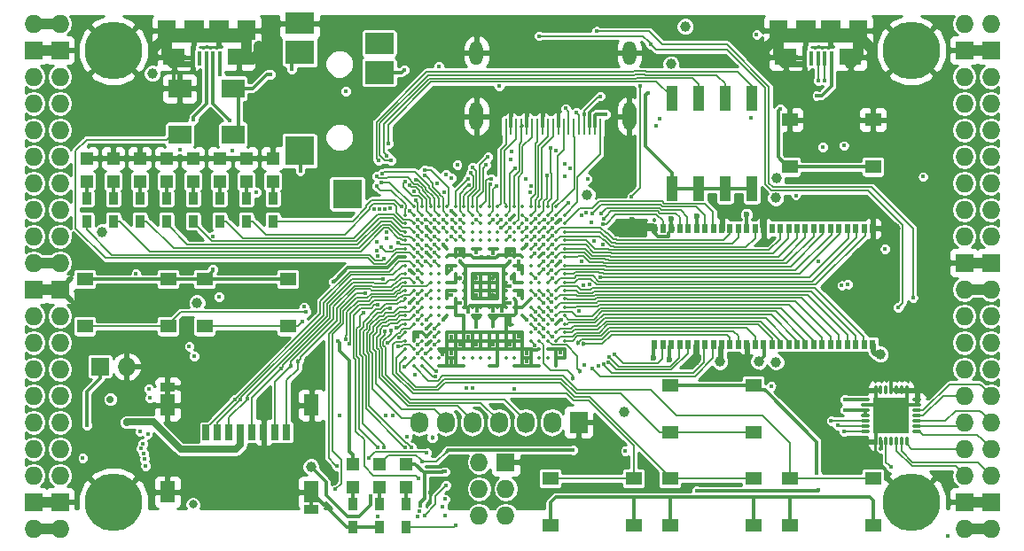
<source format=gtl>
G04 #@! TF.FileFunction,Copper,L1,Top,Signal*
%FSLAX46Y46*%
G04 Gerber Fmt 4.6, Leading zero omitted, Abs format (unit mm)*
G04 Created by KiCad (PCBNEW 4.0.7+dfsg1-1) date Thu Jan  4 19:54:08 2018*
%MOMM*%
%LPD*%
G01*
G04 APERTURE LIST*
%ADD10C,0.100000*%
%ADD11O,1.727200X1.727200*%
%ADD12R,1.727200X1.727200*%
%ADD13C,5.500000*%
%ADD14R,0.900000X1.200000*%
%ADD15R,2.100000X1.600000*%
%ADD16R,1.900000X1.900000*%
%ADD17R,0.400000X1.350000*%
%ADD18R,1.800000X1.900000*%
%ADD19O,0.850000X0.300000*%
%ADD20O,0.300000X0.850000*%
%ADD21R,1.675000X1.675000*%
%ADD22R,1.727200X2.032000*%
%ADD23O,1.727200X2.032000*%
%ADD24R,1.550000X1.300000*%
%ADD25R,1.120000X2.440000*%
%ADD26C,0.350000*%
%ADD27R,1.200000X1.200000*%
%ADD28R,2.800000X2.000000*%
%ADD29R,2.800000X2.200000*%
%ADD30R,2.800000X2.800000*%
%ADD31O,1.300000X2.700000*%
%ADD32O,1.300000X2.300000*%
%ADD33R,0.250000X1.600000*%
%ADD34R,0.700000X1.500000*%
%ADD35R,1.450000X0.900000*%
%ADD36R,1.450000X2.000000*%
%ADD37R,2.200000X1.800000*%
%ADD38R,0.560000X0.900000*%
%ADD39C,0.400000*%
%ADD40C,1.000000*%
%ADD41C,0.600000*%
%ADD42C,0.454000*%
%ADD43C,0.800000*%
%ADD44C,0.700000*%
%ADD45C,0.300000*%
%ADD46C,0.500000*%
%ADD47C,1.000000*%
%ADD48C,0.600000*%
%ADD49C,0.190000*%
%ADD50C,0.200000*%
%ADD51C,0.700000*%
%ADD52C,0.127000*%
%ADD53C,0.254000*%
G04 APERTURE END LIST*
D10*
D11*
X97910000Y-62690000D03*
X95370000Y-62690000D03*
D12*
X97910000Y-65230000D03*
X95370000Y-65230000D03*
D11*
X97910000Y-67770000D03*
X95370000Y-67770000D03*
X97910000Y-70310000D03*
X95370000Y-70310000D03*
X97910000Y-72850000D03*
X95370000Y-72850000D03*
X97910000Y-75390000D03*
X95370000Y-75390000D03*
X97910000Y-77930000D03*
X95370000Y-77930000D03*
X97910000Y-80470000D03*
X95370000Y-80470000D03*
X97910000Y-83010000D03*
X95370000Y-83010000D03*
X97910000Y-85550000D03*
X95370000Y-85550000D03*
D12*
X97910000Y-88090000D03*
X95370000Y-88090000D03*
D11*
X97910000Y-90630000D03*
X95370000Y-90630000D03*
X97910000Y-93170000D03*
X95370000Y-93170000D03*
X97910000Y-95710000D03*
X95370000Y-95710000D03*
X97910000Y-98250000D03*
X95370000Y-98250000D03*
X97910000Y-100790000D03*
X95370000Y-100790000D03*
X97910000Y-103330000D03*
X95370000Y-103330000D03*
X97910000Y-105870000D03*
X95370000Y-105870000D03*
D12*
X97910000Y-108410000D03*
X95370000Y-108410000D03*
D11*
X97910000Y-110950000D03*
X95370000Y-110950000D03*
X184270000Y-110950000D03*
X186810000Y-110950000D03*
D12*
X184270000Y-108410000D03*
X186810000Y-108410000D03*
D11*
X184270000Y-105870000D03*
X186810000Y-105870000D03*
X184270000Y-103330000D03*
X186810000Y-103330000D03*
X184270000Y-100790000D03*
X186810000Y-100790000D03*
X184270000Y-98250000D03*
X186810000Y-98250000D03*
X184270000Y-95710000D03*
X186810000Y-95710000D03*
X184270000Y-93170000D03*
X186810000Y-93170000D03*
X184270000Y-90630000D03*
X186810000Y-90630000D03*
X184270000Y-88090000D03*
X186810000Y-88090000D03*
D12*
X184270000Y-85550000D03*
X186810000Y-85550000D03*
D11*
X184270000Y-83010000D03*
X186810000Y-83010000D03*
X184270000Y-80470000D03*
X186810000Y-80470000D03*
X184270000Y-77930000D03*
X186810000Y-77930000D03*
X184270000Y-75390000D03*
X186810000Y-75390000D03*
X184270000Y-72850000D03*
X186810000Y-72850000D03*
X184270000Y-70310000D03*
X186810000Y-70310000D03*
X184270000Y-67770000D03*
X186810000Y-67770000D03*
D12*
X184270000Y-65230000D03*
X186810000Y-65230000D03*
D11*
X184270000Y-62690000D03*
X186810000Y-62690000D03*
D13*
X102990000Y-108410000D03*
X179190000Y-108410000D03*
X179190000Y-65230000D03*
X102990000Y-65230000D03*
D12*
X101720000Y-95456000D03*
D11*
X104260000Y-95456000D03*
D14*
X128390000Y-108580000D03*
X128390000Y-110780000D03*
X130930000Y-110780000D03*
X130930000Y-108580000D03*
D15*
X114980000Y-65875000D03*
X108780000Y-65875000D03*
D16*
X113080000Y-63325000D03*
X110680000Y-63325000D03*
D17*
X113180000Y-66000000D03*
X112530000Y-66000000D03*
X111880000Y-66000000D03*
X111230000Y-66000000D03*
X110580000Y-66000000D03*
D18*
X115680000Y-63325000D03*
X108080000Y-63325000D03*
D15*
X173400000Y-65875000D03*
X167200000Y-65875000D03*
D16*
X171500000Y-63325000D03*
X169100000Y-63325000D03*
D17*
X171600000Y-66000000D03*
X170950000Y-66000000D03*
X170300000Y-66000000D03*
X169650000Y-66000000D03*
X169000000Y-66000000D03*
D18*
X174100000Y-63325000D03*
X166500000Y-63325000D03*
D12*
X140455000Y-104600000D03*
D11*
X137915000Y-104600000D03*
X140455000Y-107140000D03*
X137915000Y-107140000D03*
X140455000Y-109680000D03*
X137915000Y-109680000D03*
D14*
X118230000Y-81570000D03*
X118230000Y-79370000D03*
X115690000Y-81570000D03*
X115690000Y-79370000D03*
X113150000Y-81570000D03*
X113150000Y-79370000D03*
X110610000Y-81570000D03*
X110610000Y-79370000D03*
X108070000Y-81570000D03*
X108070000Y-79370000D03*
X105530000Y-81570000D03*
X105530000Y-79370000D03*
X102990000Y-81570000D03*
X102990000Y-79370000D03*
X100450000Y-81570000D03*
X100450000Y-79370000D03*
D19*
X179735000Y-101655000D03*
X179735000Y-101155000D03*
X179735000Y-100655000D03*
X179735000Y-100155000D03*
X179735000Y-99655000D03*
X179735000Y-99155000D03*
X179735000Y-98655000D03*
D20*
X178785000Y-97705000D03*
X178285000Y-97705000D03*
X177785000Y-97705000D03*
X177285000Y-97705000D03*
X176785000Y-97705000D03*
X176285000Y-97705000D03*
X175785000Y-97705000D03*
D19*
X174835000Y-98655000D03*
X174835000Y-99155000D03*
X174835000Y-99655000D03*
X174835000Y-100155000D03*
X174835000Y-100655000D03*
X174835000Y-101155000D03*
X174835000Y-101655000D03*
D20*
X175785000Y-102605000D03*
X176285000Y-102605000D03*
X176785000Y-102605000D03*
X177285000Y-102605000D03*
X177785000Y-102605000D03*
X178285000Y-102605000D03*
X178785000Y-102605000D03*
D21*
X176447500Y-99317500D03*
X176447500Y-100992500D03*
X178122500Y-99317500D03*
X178122500Y-100992500D03*
D22*
X147440000Y-100790000D03*
D23*
X144900000Y-100790000D03*
X142360000Y-100790000D03*
X139820000Y-100790000D03*
X137280000Y-100790000D03*
X134740000Y-100790000D03*
X132200000Y-100790000D03*
D24*
X175550000Y-71870000D03*
X175550000Y-76370000D03*
X167590000Y-76370000D03*
X167590000Y-71870000D03*
X100280000Y-91610000D03*
X100280000Y-87110000D03*
X108240000Y-87110000D03*
X108240000Y-91610000D03*
X111710000Y-91610000D03*
X111710000Y-87110000D03*
X119670000Y-87110000D03*
X119670000Y-91610000D03*
X156160000Y-101770000D03*
X156160000Y-97270000D03*
X164120000Y-97270000D03*
X164120000Y-101770000D03*
X164120000Y-106160000D03*
X164120000Y-110660000D03*
X156160000Y-110660000D03*
X156160000Y-106160000D03*
X152690000Y-106160000D03*
X152690000Y-110660000D03*
X144730000Y-110660000D03*
X144730000Y-106160000D03*
X175550000Y-106160000D03*
X175550000Y-110660000D03*
X167590000Y-110660000D03*
X167590000Y-106160000D03*
D25*
X156330000Y-78425000D03*
X163950000Y-69815000D03*
X158870000Y-78425000D03*
X161410000Y-69815000D03*
X161410000Y-78425000D03*
X158870000Y-69815000D03*
X163950000Y-78425000D03*
X156330000Y-69815000D03*
D26*
X131680000Y-80200000D03*
X132480000Y-80200000D03*
X133280000Y-80200000D03*
X134080000Y-80200000D03*
X134880000Y-80200000D03*
X135680000Y-80200000D03*
X136480000Y-80200000D03*
X137280000Y-80200000D03*
X138080000Y-80200000D03*
X138880000Y-80200000D03*
X139680000Y-80200000D03*
X140480000Y-80200000D03*
X141280000Y-80200000D03*
X142080000Y-80200000D03*
X142880000Y-80200000D03*
X143680000Y-80200000D03*
X144480000Y-80200000D03*
X145280000Y-80200000D03*
X130880000Y-81000000D03*
X131680000Y-81000000D03*
X132480000Y-81000000D03*
X133280000Y-81000000D03*
X134080000Y-81000000D03*
X134880000Y-81000000D03*
X135680000Y-81000000D03*
X136480000Y-81000000D03*
X137280000Y-81000000D03*
X138080000Y-81000000D03*
X138880000Y-81000000D03*
X139680000Y-81000000D03*
X140480000Y-81000000D03*
X141280000Y-81000000D03*
X142080000Y-81000000D03*
X142880000Y-81000000D03*
X143680000Y-81000000D03*
X144480000Y-81000000D03*
X145280000Y-81000000D03*
X146080000Y-81000000D03*
X130880000Y-81800000D03*
X131680000Y-81800000D03*
X132480000Y-81800000D03*
X133280000Y-81800000D03*
X134080000Y-81800000D03*
X134880000Y-81800000D03*
X135680000Y-81800000D03*
X136480000Y-81800000D03*
X137280000Y-81800000D03*
X138080000Y-81800000D03*
X138880000Y-81800000D03*
X139680000Y-81800000D03*
X140480000Y-81800000D03*
X141280000Y-81800000D03*
X142080000Y-81800000D03*
X142880000Y-81800000D03*
X143680000Y-81800000D03*
X144480000Y-81800000D03*
X145280000Y-81800000D03*
X146080000Y-81800000D03*
X130880000Y-82600000D03*
X131680000Y-82600000D03*
X132480000Y-82600000D03*
X133280000Y-82600000D03*
X134080000Y-82600000D03*
X134880000Y-82600000D03*
X135680000Y-82600000D03*
X136480000Y-82600000D03*
X137280000Y-82600000D03*
X138080000Y-82600000D03*
X138880000Y-82600000D03*
X139680000Y-82600000D03*
X140480000Y-82600000D03*
X141280000Y-82600000D03*
X142080000Y-82600000D03*
X142880000Y-82600000D03*
X143680000Y-82600000D03*
X144480000Y-82600000D03*
X145280000Y-82600000D03*
X146080000Y-82600000D03*
X130880000Y-83400000D03*
X131680000Y-83400000D03*
X132480000Y-83400000D03*
X133280000Y-83400000D03*
X134080000Y-83400000D03*
X134880000Y-83400000D03*
X135680000Y-83400000D03*
X136480000Y-83400000D03*
X137280000Y-83400000D03*
X138080000Y-83400000D03*
X138880000Y-83400000D03*
X139680000Y-83400000D03*
X140480000Y-83400000D03*
X141280000Y-83400000D03*
X142080000Y-83400000D03*
X142880000Y-83400000D03*
X143680000Y-83400000D03*
X144480000Y-83400000D03*
X145280000Y-83400000D03*
X146080000Y-83400000D03*
X130880000Y-84200000D03*
X131680000Y-84200000D03*
X132480000Y-84200000D03*
X133280000Y-84200000D03*
X134080000Y-84200000D03*
X134880000Y-84200000D03*
X135680000Y-84200000D03*
X136480000Y-84200000D03*
X137280000Y-84200000D03*
X138080000Y-84200000D03*
X138880000Y-84200000D03*
X139680000Y-84200000D03*
X140480000Y-84200000D03*
X141280000Y-84200000D03*
X142080000Y-84200000D03*
X142880000Y-84200000D03*
X143680000Y-84200000D03*
X144480000Y-84200000D03*
X145280000Y-84200000D03*
X146080000Y-84200000D03*
X130880000Y-85000000D03*
X131680000Y-85000000D03*
X132480000Y-85000000D03*
X133280000Y-85000000D03*
X134080000Y-85000000D03*
X134880000Y-85000000D03*
X135680000Y-85000000D03*
X136480000Y-85000000D03*
X137280000Y-85000000D03*
X138080000Y-85000000D03*
X138880000Y-85000000D03*
X139680000Y-85000000D03*
X140480000Y-85000000D03*
X141280000Y-85000000D03*
X142080000Y-85000000D03*
X142880000Y-85000000D03*
X143680000Y-85000000D03*
X144480000Y-85000000D03*
X145280000Y-85000000D03*
X146080000Y-85000000D03*
X130880000Y-85800000D03*
X131680000Y-85800000D03*
X132480000Y-85800000D03*
X133280000Y-85800000D03*
X134080000Y-85800000D03*
X134880000Y-85800000D03*
X135680000Y-85800000D03*
X136480000Y-85800000D03*
X137280000Y-85800000D03*
X138080000Y-85800000D03*
X138880000Y-85800000D03*
X139680000Y-85800000D03*
X140480000Y-85800000D03*
X141280000Y-85800000D03*
X142080000Y-85800000D03*
X142880000Y-85800000D03*
X143680000Y-85800000D03*
X144480000Y-85800000D03*
X145280000Y-85800000D03*
X146080000Y-85800000D03*
X130880000Y-86600000D03*
X131680000Y-86600000D03*
X132480000Y-86600000D03*
X133280000Y-86600000D03*
X134080000Y-86600000D03*
X134880000Y-86600000D03*
X135680000Y-86600000D03*
X136480000Y-86600000D03*
X137280000Y-86600000D03*
X138080000Y-86600000D03*
X138880000Y-86600000D03*
X139680000Y-86600000D03*
X140480000Y-86600000D03*
X141280000Y-86600000D03*
X142080000Y-86600000D03*
X142880000Y-86600000D03*
X143680000Y-86600000D03*
X144480000Y-86600000D03*
X145280000Y-86600000D03*
X146080000Y-86600000D03*
X130880000Y-87400000D03*
X131680000Y-87400000D03*
X132480000Y-87400000D03*
X133280000Y-87400000D03*
X134080000Y-87400000D03*
X134880000Y-87400000D03*
X135680000Y-87400000D03*
X136480000Y-87400000D03*
X137280000Y-87400000D03*
X138080000Y-87400000D03*
X138880000Y-87400000D03*
X139680000Y-87400000D03*
X140480000Y-87400000D03*
X141280000Y-87400000D03*
X142080000Y-87400000D03*
X142880000Y-87400000D03*
X143680000Y-87400000D03*
X144480000Y-87400000D03*
X145280000Y-87400000D03*
X146080000Y-87400000D03*
X130880000Y-88200000D03*
X131680000Y-88200000D03*
X132480000Y-88200000D03*
X133280000Y-88200000D03*
X134080000Y-88200000D03*
X134880000Y-88200000D03*
X135680000Y-88200000D03*
X136480000Y-88200000D03*
X137280000Y-88200000D03*
X138080000Y-88200000D03*
X138880000Y-88200000D03*
X139680000Y-88200000D03*
X140480000Y-88200000D03*
X141280000Y-88200000D03*
X142080000Y-88200000D03*
X142880000Y-88200000D03*
X143680000Y-88200000D03*
X144480000Y-88200000D03*
X145280000Y-88200000D03*
X146080000Y-88200000D03*
X130880000Y-89000000D03*
X131680000Y-89000000D03*
X132480000Y-89000000D03*
X133280000Y-89000000D03*
X134080000Y-89000000D03*
X134880000Y-89000000D03*
X135680000Y-89000000D03*
X136480000Y-89000000D03*
X137280000Y-89000000D03*
X138080000Y-89000000D03*
X138880000Y-89000000D03*
X139680000Y-89000000D03*
X140480000Y-89000000D03*
X141280000Y-89000000D03*
X142080000Y-89000000D03*
X142880000Y-89000000D03*
X143680000Y-89000000D03*
X144480000Y-89000000D03*
X145280000Y-89000000D03*
X146080000Y-89000000D03*
X130880000Y-89800000D03*
X131680000Y-89800000D03*
X132480000Y-89800000D03*
X133280000Y-89800000D03*
X134080000Y-89800000D03*
X134880000Y-89800000D03*
X135680000Y-89800000D03*
X136480000Y-89800000D03*
X137280000Y-89800000D03*
X138080000Y-89800000D03*
X138880000Y-89800000D03*
X139680000Y-89800000D03*
X140480000Y-89800000D03*
X141280000Y-89800000D03*
X142080000Y-89800000D03*
X142880000Y-89800000D03*
X143680000Y-89800000D03*
X144480000Y-89800000D03*
X145280000Y-89800000D03*
X146080000Y-89800000D03*
X130880000Y-90600000D03*
X131680000Y-90600000D03*
X132480000Y-90600000D03*
X133280000Y-90600000D03*
X134080000Y-90600000D03*
X134880000Y-90600000D03*
X135680000Y-90600000D03*
X136480000Y-90600000D03*
X137280000Y-90600000D03*
X138080000Y-90600000D03*
X138880000Y-90600000D03*
X139680000Y-90600000D03*
X140480000Y-90600000D03*
X141280000Y-90600000D03*
X142080000Y-90600000D03*
X142880000Y-90600000D03*
X143680000Y-90600000D03*
X144480000Y-90600000D03*
X145280000Y-90600000D03*
X146080000Y-90600000D03*
X130880000Y-91400000D03*
X131680000Y-91400000D03*
X132480000Y-91400000D03*
X133280000Y-91400000D03*
X134080000Y-91400000D03*
X142880000Y-91400000D03*
X143680000Y-91400000D03*
X144480000Y-91400000D03*
X145280000Y-91400000D03*
X146080000Y-91400000D03*
X130880000Y-92200000D03*
X131680000Y-92200000D03*
X132480000Y-92200000D03*
X133280000Y-92200000D03*
X134080000Y-92200000D03*
X134880000Y-92200000D03*
X135680000Y-92200000D03*
X136480000Y-92200000D03*
X137280000Y-92200000D03*
X138080000Y-92200000D03*
X138880000Y-92200000D03*
X139680000Y-92200000D03*
X140480000Y-92200000D03*
X141280000Y-92200000D03*
X142080000Y-92200000D03*
X142880000Y-92200000D03*
X143680000Y-92200000D03*
X144480000Y-92200000D03*
X145280000Y-92200000D03*
X146080000Y-92200000D03*
X130880000Y-93000000D03*
X131680000Y-93000000D03*
X132480000Y-93000000D03*
X133280000Y-93000000D03*
X134080000Y-93000000D03*
X134880000Y-93000000D03*
X135680000Y-93000000D03*
X136480000Y-93000000D03*
X137280000Y-93000000D03*
X138080000Y-93000000D03*
X138880000Y-93000000D03*
X139680000Y-93000000D03*
X140480000Y-93000000D03*
X141280000Y-93000000D03*
X142080000Y-93000000D03*
X142880000Y-93000000D03*
X143680000Y-93000000D03*
X144480000Y-93000000D03*
X145280000Y-93000000D03*
X146080000Y-93000000D03*
X130880000Y-93800000D03*
X131680000Y-93800000D03*
X132480000Y-93800000D03*
X133280000Y-93800000D03*
X134080000Y-93800000D03*
X134880000Y-93800000D03*
X135680000Y-93800000D03*
X136480000Y-93800000D03*
X137280000Y-93800000D03*
X138080000Y-93800000D03*
X138880000Y-93800000D03*
X139680000Y-93800000D03*
X140480000Y-93800000D03*
X141280000Y-93800000D03*
X142080000Y-93800000D03*
X142880000Y-93800000D03*
X143680000Y-93800000D03*
X144480000Y-93800000D03*
X145280000Y-93800000D03*
X146080000Y-93800000D03*
X130880000Y-94600000D03*
X131680000Y-94600000D03*
X132480000Y-94600000D03*
X133280000Y-94600000D03*
X134080000Y-94600000D03*
X134880000Y-94600000D03*
X135680000Y-94600000D03*
X136480000Y-94600000D03*
X137280000Y-94600000D03*
X138080000Y-94600000D03*
X138880000Y-94600000D03*
X139680000Y-94600000D03*
X140480000Y-94600000D03*
X141280000Y-94600000D03*
X142080000Y-94600000D03*
X142880000Y-94600000D03*
X143680000Y-94600000D03*
X144480000Y-94600000D03*
X145280000Y-94600000D03*
X146080000Y-94600000D03*
X131680000Y-95400000D03*
X132480000Y-95400000D03*
X134080000Y-95400000D03*
X134880000Y-95400000D03*
X135680000Y-95400000D03*
X136480000Y-95400000D03*
X138880000Y-95400000D03*
X139680000Y-95400000D03*
X141280000Y-95400000D03*
X142080000Y-95400000D03*
X142880000Y-95400000D03*
X143680000Y-95400000D03*
X145280000Y-95400000D03*
D27*
X125850000Y-104770000D03*
X125850000Y-106970000D03*
D14*
X125850000Y-108580000D03*
X125850000Y-110780000D03*
D27*
X128390000Y-104770000D03*
X128390000Y-106970000D03*
X118230000Y-77760000D03*
X118230000Y-75560000D03*
X115690000Y-77760000D03*
X115690000Y-75560000D03*
X113150000Y-77760000D03*
X113150000Y-75560000D03*
X110610000Y-77760000D03*
X110610000Y-75560000D03*
X108070000Y-77760000D03*
X108070000Y-75560000D03*
X105530000Y-77760000D03*
X105530000Y-75560000D03*
X102990000Y-77760000D03*
X102990000Y-75560000D03*
X100450000Y-77760000D03*
X100450000Y-75560000D03*
X130930000Y-104770000D03*
X130930000Y-106970000D03*
D28*
X120780000Y-62648000D03*
D29*
X120780000Y-65448000D03*
D30*
X120780000Y-74848000D03*
X125330000Y-78948000D03*
D29*
X128380000Y-67348000D03*
D28*
X128380000Y-64548000D03*
D31*
X152280000Y-71550000D03*
X137680000Y-71550000D03*
D32*
X137680000Y-65500000D03*
D33*
X140480000Y-72500000D03*
X140980000Y-72500000D03*
X141480000Y-72500000D03*
X141980000Y-72500000D03*
X142480000Y-72500000D03*
X142980000Y-72500000D03*
X143480000Y-72500000D03*
X143980000Y-72500000D03*
X144480000Y-72500000D03*
X144980000Y-72500000D03*
X145480000Y-72500000D03*
X145980000Y-72500000D03*
X146480000Y-72500000D03*
X146980000Y-72500000D03*
X147480000Y-72500000D03*
X147980000Y-72500000D03*
X148480000Y-72500000D03*
X148980000Y-72500000D03*
X149480000Y-72500000D03*
D32*
X152280000Y-65500000D03*
D34*
X111850000Y-101750000D03*
X112950000Y-101750000D03*
X114050000Y-101750000D03*
X115150000Y-101750000D03*
X116250000Y-101750000D03*
X117350000Y-101750000D03*
X118450000Y-101750000D03*
X119550000Y-101750000D03*
D35*
X108175000Y-97450000D03*
X121925000Y-109150000D03*
D36*
X121925000Y-99150000D03*
X108175000Y-99150000D03*
X108175000Y-107450000D03*
X121925000Y-107450000D03*
D37*
X114420000Y-68872000D03*
X109340000Y-68872000D03*
X109340000Y-73272000D03*
X114420000Y-73272000D03*
D38*
X175493000Y-82270000D03*
X154693000Y-93330000D03*
X155493000Y-93330000D03*
X156293000Y-93330000D03*
X157093000Y-93330000D03*
X157893000Y-93330000D03*
X158693000Y-93330000D03*
X159493000Y-93330000D03*
X160293000Y-93330000D03*
X161093000Y-93330000D03*
X161893000Y-93330000D03*
X162693000Y-93330000D03*
X163493000Y-93330000D03*
X164293000Y-93330000D03*
X165093000Y-93330000D03*
X165893000Y-93330000D03*
X166693000Y-93330000D03*
X167493000Y-93330000D03*
X168293000Y-93330000D03*
X169093000Y-93330000D03*
X169893000Y-93330000D03*
X170693000Y-93330000D03*
X171493000Y-93330000D03*
X172293000Y-93330000D03*
X173093000Y-93330000D03*
X173893000Y-93330000D03*
X174693000Y-93330000D03*
X175493000Y-93330000D03*
X174693000Y-82270000D03*
X173893000Y-82270000D03*
X173093000Y-82270000D03*
X172293000Y-82270000D03*
X171493000Y-82270000D03*
X170693000Y-82270000D03*
X169893000Y-82270000D03*
X169093000Y-82270000D03*
X168293000Y-82270000D03*
X167493000Y-82270000D03*
X166693000Y-82270000D03*
X165893000Y-82270000D03*
X165093000Y-82270000D03*
X164293000Y-82270000D03*
X163493000Y-82270000D03*
X162693000Y-82270000D03*
X161893000Y-82270000D03*
X161093000Y-82270000D03*
X160293000Y-82270000D03*
X159493000Y-82270000D03*
X158693000Y-82270000D03*
X157893000Y-82270000D03*
X157093000Y-82270000D03*
X156293000Y-82270000D03*
X155493000Y-82270000D03*
X154693000Y-82270000D03*
D39*
X144103496Y-84660400D03*
D40*
X177658444Y-82281349D03*
D39*
X145680000Y-81405125D03*
X145691238Y-94166752D03*
X145759873Y-91010176D03*
D41*
X152525938Y-81463870D03*
D40*
X162956098Y-95078488D03*
X158539988Y-94868772D03*
D41*
X161075765Y-80992022D03*
X164882869Y-80938986D03*
X156262773Y-81349374D03*
X123437000Y-108972000D03*
D39*
X132871770Y-84533979D03*
X132862998Y-82124544D03*
X131278306Y-86213101D03*
X135281276Y-80583119D03*
X131279502Y-89407325D03*
X170309539Y-85441529D03*
X145672808Y-85396062D03*
X133216000Y-107465000D03*
X137680000Y-88600000D03*
X142480000Y-95000000D03*
X141680000Y-92600000D03*
X140836000Y-84534000D03*
X135284627Y-94985297D03*
X135288625Y-94225619D03*
X134455822Y-94267172D03*
X136095958Y-93369652D03*
D42*
X139264636Y-91615205D03*
D40*
X116880503Y-64802940D03*
X106974809Y-64953974D03*
X175210328Y-64948943D03*
X165417246Y-64954666D03*
D39*
X175495631Y-71457432D03*
X177285000Y-95710000D03*
X140880000Y-81400000D03*
X136085174Y-89394826D03*
X140874194Y-91433353D03*
X142480000Y-94200000D03*
X140880000Y-93400000D03*
X139280000Y-93400000D03*
X137680000Y-93400000D03*
X136880000Y-92600000D03*
X135280000Y-92600000D03*
X132880000Y-91800000D03*
X132880000Y-93400000D03*
D42*
X141042859Y-86994997D03*
X139280000Y-87000000D03*
X136110990Y-86995403D03*
X137680000Y-87000000D03*
X136080000Y-84600000D03*
X139280000Y-88600000D03*
D40*
X106720415Y-67436305D03*
X166284693Y-95025145D03*
X166248957Y-79348409D03*
X166343357Y-77477990D03*
D39*
X172564535Y-87722010D03*
D40*
X121861867Y-105030174D03*
D39*
X150030853Y-71331848D03*
D40*
X156235582Y-66548363D03*
X101932065Y-82585048D03*
D39*
X127586603Y-107875044D03*
D40*
X157600000Y-62944000D03*
D39*
X165803369Y-97344883D03*
D40*
X148237462Y-79019093D03*
D39*
X148271935Y-77558071D03*
X117976000Y-67516000D03*
D40*
X160905403Y-95006436D03*
D41*
X158731133Y-81048929D03*
X154593901Y-94607945D03*
X156088245Y-94762980D03*
D40*
X164625730Y-94982471D03*
D41*
X163462982Y-80942429D03*
D40*
X176254940Y-94288458D03*
D43*
X110593913Y-108636458D03*
D39*
X180340784Y-77316932D03*
X173137949Y-87594275D03*
D44*
X102710050Y-98594954D03*
D39*
X154794000Y-72426000D03*
X129005202Y-100174798D03*
X137659051Y-91638034D03*
X139820000Y-68665673D03*
X172834633Y-99599920D03*
X172879922Y-98618650D03*
X176305593Y-103279812D03*
X164433885Y-63737451D03*
X134079160Y-66786153D03*
X116654336Y-78777990D03*
X112515000Y-83010000D03*
X100080000Y-104200000D03*
X113080000Y-88800000D03*
X135273306Y-88618602D03*
X139272517Y-84611349D03*
X137680556Y-84534085D03*
X141680000Y-86200000D03*
X135280000Y-86200000D03*
X132880000Y-92600000D03*
X132080000Y-92600000D03*
X141680000Y-88600000D03*
X141680000Y-85400000D03*
X121401947Y-90251871D03*
X129988160Y-91721995D03*
X130302262Y-92700329D03*
X121041200Y-91125073D03*
D40*
X110991000Y-89360000D03*
D39*
X142480000Y-91000000D03*
X142480000Y-83800000D03*
X134480000Y-83800000D03*
X134480000Y-91000000D03*
X105160274Y-86610828D03*
X125193541Y-69156848D03*
X155149360Y-71764535D03*
X170182962Y-69571012D03*
X170362901Y-107286196D03*
X158716651Y-107325176D03*
X128216338Y-109760338D03*
X132708000Y-109680000D03*
X137295592Y-97538017D03*
X134750646Y-106810513D03*
X133680000Y-91800000D03*
X136740903Y-97514503D03*
X134675868Y-108131585D03*
D42*
X133449289Y-102232615D03*
D39*
X133680000Y-92600000D03*
X132936956Y-103711000D03*
X127385678Y-104203668D03*
X133685482Y-93402296D03*
X134463998Y-108841973D03*
X131039072Y-102187000D03*
X131808905Y-96227367D03*
X134636872Y-109719950D03*
X132846234Y-94197073D03*
X176700000Y-84220000D03*
X143260000Y-84620000D03*
X120834553Y-76779094D03*
X130761990Y-67119621D03*
X147186000Y-71200000D03*
X147983153Y-71347080D03*
X149475951Y-69619684D03*
X153297112Y-68608292D03*
X177926984Y-89812061D03*
X154329326Y-64643767D03*
X152497066Y-79193467D03*
X146481406Y-79819384D03*
X143650666Y-63862520D03*
X179351513Y-88868327D03*
X149134122Y-63424051D03*
X140035989Y-81400000D03*
X115759823Y-98502036D03*
X132083026Y-86260405D03*
X128776655Y-87135140D03*
X119008515Y-95662939D03*
D42*
X119978162Y-95412951D03*
X120634035Y-94977604D03*
D39*
X113157250Y-67567056D03*
X146180000Y-70800000D03*
X131453853Y-103208291D03*
X149771692Y-81825658D03*
X144080000Y-86200000D03*
X149533922Y-86909940D03*
X144894316Y-86977564D03*
X144896700Y-83835368D03*
X149549750Y-80868432D03*
D42*
X147343891Y-93217126D03*
D39*
X144113248Y-92588762D03*
X144875155Y-86292748D03*
X149846468Y-81303978D03*
X148696112Y-80861847D03*
X144916886Y-82991356D03*
D42*
X147915304Y-93322307D03*
D39*
X144882352Y-92577990D03*
X144902941Y-90956495D03*
X148747982Y-95669626D03*
X144867244Y-90112484D03*
X149795895Y-95251084D03*
X144855814Y-89268481D03*
X150278898Y-95040253D03*
X150345974Y-94517527D03*
X144877648Y-88622010D03*
X150889207Y-94332565D03*
X143280000Y-87000000D03*
X130807074Y-95454141D03*
X130171404Y-93544341D03*
X132080000Y-93400000D03*
X129196652Y-93209125D03*
X133852393Y-95875797D03*
X141280000Y-97600000D03*
X133762848Y-96395146D03*
X132080000Y-94200000D03*
X128610772Y-84072485D03*
X105895603Y-103765816D03*
X130839486Y-103208291D03*
X132075624Y-89410644D03*
X129449238Y-89926948D03*
X128806823Y-103185900D03*
X128251440Y-89564206D03*
X132162861Y-106185868D03*
X132880000Y-88600000D03*
X124329568Y-104994951D03*
X127040053Y-88481065D03*
X132080000Y-87000000D03*
X125499542Y-93250681D03*
X124202418Y-107207639D03*
X109323798Y-74706222D03*
X132024412Y-109766775D03*
X114371508Y-74859518D03*
X132219727Y-109277292D03*
X135315381Y-81391918D03*
X135280062Y-77463305D03*
X134471370Y-81406751D03*
X134758050Y-77130140D03*
X132761172Y-77202673D03*
X132737245Y-76676207D03*
X128644933Y-77050030D03*
X128152012Y-77257840D03*
X128125571Y-78233647D03*
X110718734Y-94451783D03*
X128590544Y-77894041D03*
X110249038Y-93533767D03*
X106368514Y-97598098D03*
X131253134Y-78134216D03*
X106477197Y-98487772D03*
X132783339Y-81400004D03*
X131709326Y-78745875D03*
X132079024Y-82984045D03*
X129109095Y-82655074D03*
X105572759Y-101661319D03*
X106276126Y-101893466D03*
X132880889Y-83897835D03*
X129054383Y-83179239D03*
X129487667Y-84079929D03*
X132083682Y-83828056D03*
X105813763Y-102819336D03*
X132062099Y-84533979D03*
X128165458Y-83528763D03*
X105627254Y-103312241D03*
X128183315Y-84380742D03*
X105992720Y-104283802D03*
X133671942Y-84595200D03*
X132834641Y-85377990D03*
X128203260Y-84907376D03*
X106088753Y-104974041D03*
D42*
X146862501Y-96617499D03*
X147534467Y-95913260D03*
D39*
X147927932Y-95329243D03*
X143280000Y-91000000D03*
X149284391Y-95377990D03*
X144077013Y-90266968D03*
X147430953Y-90112484D03*
X144076240Y-89395301D03*
X143281824Y-90201951D03*
X144102010Y-85397219D03*
X144889349Y-85448737D03*
X147687390Y-85374093D03*
X148610661Y-81705858D03*
X144102010Y-83000000D03*
X144888125Y-82147345D03*
X147910791Y-87683418D03*
X144082832Y-88584510D03*
X148483539Y-87608166D03*
X143278026Y-88595030D03*
X148175253Y-80781550D03*
X144125486Y-82186468D03*
X147688311Y-80983115D03*
X144880008Y-81303333D03*
X139280000Y-81400000D03*
X139578623Y-78205862D03*
X139034115Y-78040948D03*
X139046749Y-77514088D03*
X138580000Y-76200000D03*
X138779198Y-75400762D03*
X137680000Y-81400000D03*
X137308732Y-76415018D03*
X137106948Y-76979922D03*
X136859538Y-77550820D03*
X136922059Y-78097889D03*
X136096392Y-81395070D03*
X135830698Y-76200613D03*
X149732494Y-83807694D03*
X144912409Y-84635817D03*
X148921512Y-83442010D03*
X144103186Y-83777990D03*
X142841210Y-78784254D03*
X142473549Y-82998913D03*
X142864275Y-78217369D03*
X142437464Y-82181475D03*
X146089079Y-77300571D03*
X144144931Y-81387081D03*
X144394875Y-77219934D03*
X146577729Y-76500816D03*
X143281475Y-82206074D03*
X146130802Y-76060132D03*
X143300920Y-81377293D03*
X145255695Y-74817220D03*
X141662690Y-82207782D03*
X142456909Y-81405800D03*
X140030954Y-82200000D03*
X141342967Y-76554996D03*
X141046643Y-74873804D03*
X140864029Y-83041403D03*
X140874966Y-82177164D03*
X140980062Y-75681941D03*
X115149319Y-98625494D03*
X131847310Y-79589886D03*
X132080000Y-81400000D03*
X132080007Y-82103333D03*
X132872609Y-82968555D03*
X133627359Y-81414685D03*
X133648389Y-82190597D03*
X131923295Y-77584853D03*
X130856828Y-77786820D03*
X129477855Y-92000822D03*
X132880000Y-91000000D03*
X128879646Y-92111037D03*
X132077648Y-90977990D03*
X131275302Y-80595752D03*
X130489904Y-80167235D03*
X128823114Y-85153560D03*
X132072985Y-85377990D03*
X134476508Y-82180155D03*
X133942383Y-77980766D03*
X163908850Y-71651861D03*
X135656559Y-110610712D03*
X132468001Y-104503413D03*
X146844288Y-103452739D03*
D44*
X104260000Y-100790000D03*
D39*
X114604320Y-98573680D03*
X112515000Y-86185000D03*
X165170594Y-97666317D03*
X170157734Y-105666345D03*
X169506589Y-107953726D03*
X170735900Y-74464979D03*
X143257990Y-83000000D03*
X168166438Y-79108038D03*
X151896383Y-103510715D03*
X114075797Y-71903914D03*
X110632496Y-71877629D03*
X143269694Y-93414905D03*
X177274002Y-105079115D03*
X172761273Y-101651681D03*
X143280000Y-91800000D03*
X172193360Y-101105663D03*
X144064831Y-91877646D03*
X144080000Y-90956495D03*
X171540304Y-100645743D03*
X135320520Y-82196441D03*
X129493343Y-75737814D03*
X136080000Y-82200000D03*
X129125079Y-75315804D03*
X136080000Y-83000000D03*
X129252218Y-74142461D03*
X142377451Y-77497451D03*
X172746637Y-74347988D03*
X143280000Y-83800000D03*
X170300000Y-68151000D03*
X170950000Y-68125562D03*
X125167387Y-92841517D03*
X121206217Y-89762554D03*
X132082956Y-90210779D03*
X182675150Y-111637626D03*
X124027706Y-87347706D03*
X124027707Y-87347707D03*
X166678914Y-70803555D03*
X129660000Y-100155000D03*
X124580000Y-100155000D03*
X132084049Y-88558274D03*
X126880008Y-90276109D03*
X128280000Y-103200000D03*
X120008000Y-67008000D03*
X133680000Y-83000000D03*
X129457990Y-80285112D03*
X133680000Y-83800000D03*
X128943593Y-80399729D03*
X130204628Y-83599483D03*
X128416582Y-80399850D03*
X127889625Y-80407426D03*
X133680000Y-85400000D03*
X144780000Y-74590382D03*
X124453000Y-93043000D03*
X137689001Y-90122990D03*
D40*
X151758000Y-99774000D03*
D39*
X136885174Y-90194826D03*
X140094890Y-90122990D03*
X139280000Y-90122990D03*
X140880000Y-89400000D03*
X140880000Y-87800000D03*
X140880000Y-85400000D03*
D42*
X136080000Y-85400000D03*
D39*
X128333179Y-75769807D03*
X134613000Y-78819000D03*
X135280000Y-83022010D03*
X154052298Y-69302298D03*
X100450000Y-101044000D03*
X132285867Y-108754446D03*
X134707351Y-105508447D03*
D45*
X154680000Y-81486121D02*
X154657528Y-81463649D01*
X152525938Y-81463870D02*
X152982068Y-81920000D01*
X152982068Y-81920000D02*
X154589000Y-81920000D01*
X154589000Y-81920000D02*
X154589000Y-82564717D01*
X154589000Y-82564717D02*
X154935999Y-82911716D01*
X154935999Y-82911716D02*
X154935999Y-82941601D01*
X154935999Y-82941601D02*
X154991399Y-82997001D01*
X156050001Y-82941601D02*
X156050001Y-82696040D01*
X154991399Y-82997001D02*
X155994601Y-82997001D01*
X155994601Y-82997001D02*
X156050001Y-82941601D01*
X156050001Y-82696040D02*
X156205000Y-82541041D01*
X156205000Y-82541041D02*
X156205000Y-81920000D01*
X108780000Y-65875000D02*
X108780000Y-68312000D01*
X108780000Y-68312000D02*
X109340000Y-68872000D01*
X144019600Y-84660400D02*
X144103496Y-84660400D01*
X143680000Y-85000000D02*
X144019600Y-84660400D01*
X177252609Y-82281349D02*
X177658444Y-82281349D01*
X177241260Y-82270000D02*
X177252609Y-82281349D01*
X145280000Y-81800000D02*
X145674875Y-81405125D01*
X145674875Y-81405125D02*
X145680000Y-81405125D01*
X145691238Y-93811238D02*
X145691238Y-93883910D01*
X145680000Y-93800000D02*
X145691238Y-93811238D01*
X145691238Y-93883910D02*
X145691238Y-94166752D01*
X145280000Y-91400000D02*
X145669824Y-91010176D01*
X145669824Y-91010176D02*
X145759873Y-91010176D01*
X121925000Y-107450000D02*
X121925000Y-109150000D01*
X163456097Y-94578489D02*
X162956098Y-95078488D01*
X163480000Y-94554586D02*
X163456097Y-94578489D01*
X163480000Y-93330000D02*
X163480000Y-94554586D01*
X158539988Y-93470012D02*
X158539988Y-94161666D01*
X158680000Y-93330000D02*
X158539988Y-93470012D01*
X158539988Y-94161666D02*
X158539988Y-94868772D01*
X161075765Y-81416286D02*
X161075765Y-80992022D01*
X161075765Y-82265765D02*
X161075765Y-81416286D01*
X161080000Y-82270000D02*
X161075765Y-82265765D01*
X164882869Y-82072869D02*
X164882869Y-81363250D01*
X165080000Y-82270000D02*
X164882869Y-82072869D01*
X164882869Y-81363250D02*
X164882869Y-80938986D01*
X156280000Y-82270000D02*
X156280000Y-81366601D01*
X156280000Y-81366601D02*
X156262773Y-81349374D01*
D46*
X175480000Y-82270000D02*
X177241260Y-82270000D01*
D45*
X148480000Y-71200000D02*
X149230000Y-70450000D01*
X148480000Y-72500000D02*
X148480000Y-71200000D01*
X145480000Y-72500000D02*
X145480000Y-71200000D01*
X143980000Y-72500000D02*
X143980000Y-71200000D01*
X142480000Y-72500000D02*
X142480000Y-71450000D01*
X142480000Y-71200000D02*
X142480000Y-71450000D01*
X140980000Y-72500000D02*
X140980000Y-71200000D01*
X134455822Y-94267172D02*
X134455822Y-94224178D01*
X134455822Y-94224178D02*
X134880000Y-93800000D01*
X123437000Y-108972000D02*
X125245000Y-110780000D01*
X125245000Y-110780000D02*
X125850000Y-110780000D01*
X125850000Y-110780000D02*
X125889531Y-110819531D01*
X125889531Y-110819531D02*
X126234488Y-110819531D01*
X126234488Y-110819531D02*
X126274019Y-110780000D01*
X126274019Y-110780000D02*
X127640000Y-110780000D01*
X127640000Y-110780000D02*
X128390000Y-110780000D01*
X121930000Y-107465000D02*
X123437000Y-108972000D01*
D47*
X184270000Y-65230000D02*
X186810000Y-65230000D01*
X184270000Y-85550000D02*
X186810000Y-85550000D01*
X184270000Y-108410000D02*
X186810000Y-108410000D01*
X95370000Y-108410000D02*
X97910000Y-108410000D01*
D46*
X97910000Y-88090000D02*
X98956608Y-87043392D01*
D45*
X98956608Y-87043392D02*
X98974574Y-87043392D01*
D46*
X97910000Y-88090000D02*
X99013590Y-89193590D01*
D45*
X99013590Y-89193590D02*
X99060056Y-89193590D01*
D47*
X95370000Y-88090000D02*
X97910000Y-88090000D01*
X95370000Y-65230000D02*
X97910000Y-65230000D01*
D45*
X139264636Y-90984636D02*
X139295364Y-90984636D01*
X139295364Y-90984636D02*
X139680000Y-90600000D01*
X132871770Y-84591770D02*
X132871770Y-84533979D01*
X133280000Y-85000000D02*
X132871770Y-84591770D01*
X133280000Y-82600000D02*
X132862998Y-82182998D01*
X132862998Y-82182998D02*
X132862998Y-82124544D01*
X131293101Y-86213101D02*
X131278306Y-86213101D01*
X131680000Y-86600000D02*
X131293101Y-86213101D01*
X140480000Y-90600000D02*
X140480000Y-92200000D01*
X135281276Y-80601276D02*
X135281276Y-80583119D01*
X135680000Y-81000000D02*
X135281276Y-80601276D01*
X131279502Y-89400498D02*
X131279502Y-89407325D01*
X131680000Y-89000000D02*
X131279502Y-89400498D01*
X145672808Y-85407192D02*
X145672808Y-85396062D01*
X145280000Y-85800000D02*
X145672808Y-85407192D01*
X137280000Y-89000000D02*
X137680000Y-88600000D01*
X142480000Y-94600000D02*
X142880000Y-94600000D01*
X142080000Y-94600000D02*
X142480000Y-94600000D01*
X142480000Y-94600000D02*
X142480000Y-95000000D01*
X141680000Y-92200000D02*
X142080000Y-92200000D01*
X141280000Y-92200000D02*
X141680000Y-92200000D01*
X141680000Y-92200000D02*
X141680000Y-92600000D01*
X141280000Y-84200000D02*
X141170000Y-84200000D01*
X141170000Y-84200000D02*
X140836000Y-84534000D01*
X135284627Y-95395373D02*
X135284627Y-95268139D01*
X135280000Y-95400000D02*
X135284627Y-95395373D01*
X135284627Y-95268139D02*
X135284627Y-94985297D01*
X135288625Y-93942777D02*
X135288625Y-94225619D01*
X135288625Y-93808625D02*
X135288625Y-93942777D01*
X135280000Y-93800000D02*
X135288625Y-93808625D01*
X134455822Y-94175822D02*
X134455822Y-94267172D01*
X134080000Y-93800000D02*
X134455822Y-94175822D01*
X145280000Y-94600000D02*
X145280000Y-95400000D01*
X143498655Y-93891906D02*
X143590561Y-93800000D01*
X143040733Y-93891906D02*
X143498655Y-93891906D01*
X142880000Y-93800000D02*
X142948827Y-93800000D01*
X142948827Y-93800000D02*
X143040733Y-93891906D01*
X143590561Y-93800000D02*
X143680000Y-93800000D01*
X145280000Y-93800000D02*
X144480000Y-93800000D01*
X146080000Y-94600000D02*
X146080000Y-93800000D01*
X145280000Y-94600000D02*
X146080000Y-94600000D01*
X142080000Y-95400000D02*
X142080000Y-94600000D01*
X142880000Y-95400000D02*
X142880000Y-94600000D01*
X142880000Y-95400000D02*
X143680000Y-95400000D01*
X142080000Y-95400000D02*
X142880000Y-95400000D01*
X141280000Y-95400000D02*
X142080000Y-95400000D01*
X142080000Y-93000000D02*
X142080000Y-93800000D01*
X138880000Y-92200000D02*
X138880000Y-93000000D01*
X139680000Y-92200000D02*
X139680000Y-93000000D01*
X140480000Y-93000000D02*
X140480000Y-92200000D01*
X141280000Y-93000000D02*
X141280000Y-92200000D01*
X142080000Y-93000000D02*
X141280000Y-93000000D01*
X142080000Y-92200000D02*
X142080000Y-93000000D01*
X140480000Y-92200000D02*
X141280000Y-92200000D01*
X139680000Y-92200000D02*
X140480000Y-92200000D01*
X138880000Y-92200000D02*
X139680000Y-92200000D01*
X138080000Y-92200000D02*
X138880000Y-92200000D01*
X136095958Y-93086810D02*
X136095958Y-93369652D01*
X136080000Y-93000000D02*
X136095958Y-93015958D01*
X136095958Y-93015958D02*
X136095958Y-93086810D01*
X139264636Y-91294179D02*
X139264636Y-91615205D01*
X139264636Y-90984636D02*
X139264636Y-91294179D01*
X138880000Y-90600000D02*
X139264636Y-90984636D01*
D47*
X116880503Y-65510046D02*
X116880503Y-64802940D01*
X116265561Y-66124988D02*
X116880503Y-65510046D01*
X115680000Y-65910000D02*
X115894988Y-66124988D01*
X115680000Y-63960000D02*
X115680000Y-65910000D01*
X115894988Y-66124988D02*
X116265561Y-66124988D01*
X107474808Y-64453975D02*
X106974809Y-64953974D01*
X107968783Y-63960000D02*
X107474808Y-64453975D01*
X108080000Y-63960000D02*
X107968783Y-63960000D01*
X174710329Y-64448944D02*
X175210328Y-64948943D01*
X174100000Y-63960000D02*
X174221385Y-63960000D01*
X174221385Y-63960000D02*
X174710329Y-64448944D01*
X165917245Y-64454667D02*
X165417246Y-64954666D01*
X166411912Y-63960000D02*
X165917245Y-64454667D01*
X166500000Y-63960000D02*
X166411912Y-63960000D01*
D45*
X175495631Y-71740274D02*
X175495631Y-71457432D01*
X175495631Y-72230631D02*
X175495631Y-71740274D01*
X175535000Y-72270000D02*
X175495631Y-72230631D01*
D48*
X108780000Y-66510000D02*
X110455000Y-66510000D01*
D45*
X110455000Y-66510000D02*
X110580000Y-66635000D01*
D47*
X108080000Y-63960000D02*
X108080000Y-65810000D01*
X108080000Y-65810000D02*
X108780000Y-66510000D01*
X115680000Y-63960000D02*
X115680000Y-65810000D01*
D45*
X115680000Y-65810000D02*
X114980000Y-66510000D01*
D47*
X113080000Y-63960000D02*
X115680000Y-63960000D01*
X110680000Y-63960000D02*
X113080000Y-63960000D01*
X108080000Y-63960000D02*
X110680000Y-63960000D01*
D48*
X167200000Y-66510000D02*
X168875000Y-66510000D01*
D45*
X168875000Y-66510000D02*
X169000000Y-66635000D01*
D47*
X174100000Y-63960000D02*
X174100000Y-65810000D01*
X174100000Y-65810000D02*
X173400000Y-66510000D01*
X166500000Y-63960000D02*
X166500000Y-65810000D01*
X166500000Y-65810000D02*
X167200000Y-66510000D01*
X171500000Y-63960000D02*
X174100000Y-63960000D01*
X169100000Y-63960000D02*
X171500000Y-63960000D01*
X166500000Y-63960000D02*
X169100000Y-63960000D01*
D45*
X178785000Y-97705000D02*
X178785000Y-98655000D01*
X178785000Y-98655000D02*
X178122500Y-99317500D01*
X176285000Y-97705000D02*
X175785000Y-97705000D01*
X175785000Y-102605000D02*
X175785000Y-101655000D01*
X175785000Y-101655000D02*
X176447500Y-100992500D01*
X178122500Y-99317500D02*
X178122500Y-100992500D01*
X176447500Y-99317500D02*
X178122500Y-99317500D01*
X176447500Y-100992500D02*
X178122500Y-100992500D01*
X177285000Y-97705000D02*
X177285000Y-95710000D01*
X178122500Y-99317500D02*
X178285000Y-99155000D01*
X178285000Y-99155000D02*
X179735000Y-99155000D01*
X179735000Y-98655000D02*
X179735000Y-99155000D01*
X177785000Y-97705000D02*
X177920000Y-97705000D01*
X177920000Y-97705000D02*
X178285000Y-97705000D01*
X178285000Y-97705000D02*
X178785000Y-97705000D01*
X177285000Y-97705000D02*
X177785000Y-97705000D01*
X175785000Y-97705000D02*
X175785000Y-98655000D01*
X175785000Y-98655000D02*
X176447500Y-99317500D01*
X174835000Y-99155000D02*
X176285000Y-99155000D01*
X176285000Y-99155000D02*
X176447500Y-99317500D01*
X141280000Y-81000000D02*
X140880000Y-81400000D01*
X135685174Y-89394826D02*
X135802332Y-89394826D01*
X135680000Y-89400000D02*
X135685174Y-89394826D01*
X135802332Y-89394826D02*
X136085174Y-89394826D01*
X135054999Y-84825001D02*
X137080000Y-84825001D01*
X137280000Y-85000000D02*
X137105001Y-84825001D01*
X137105001Y-84825001D02*
X137080000Y-84825001D01*
X138280000Y-85088351D02*
X137368351Y-85088351D01*
X137368351Y-85088351D02*
X137280000Y-85000000D01*
X139680000Y-86600000D02*
X139280000Y-87000000D01*
X139680000Y-88200000D02*
X139680000Y-89000000D01*
X139680000Y-87400000D02*
X139680000Y-88200000D01*
X139680000Y-86600000D02*
X139680000Y-87400000D01*
X137280000Y-88200000D02*
X137280000Y-89000000D01*
X137280000Y-87400000D02*
X137280000Y-88200000D01*
X137280000Y-86600000D02*
X137280000Y-87400000D01*
X138880000Y-87400000D02*
X138880000Y-88200000D01*
X138880000Y-86600000D02*
X138880000Y-87400000D01*
X138080000Y-87400000D02*
X138080000Y-86600000D01*
X138080000Y-88200000D02*
X138080000Y-87400000D01*
X138080000Y-89000000D02*
X138080000Y-88200000D01*
X138080000Y-88200000D02*
X138880000Y-88200000D01*
X138080000Y-87400000D02*
X138880000Y-87400000D01*
X137280000Y-87400000D02*
X138080000Y-87400000D01*
X141480000Y-89800000D02*
X141480000Y-89200000D01*
X141480000Y-89200000D02*
X141280000Y-89000000D01*
X141280000Y-89800000D02*
X141480000Y-89800000D01*
X141480000Y-89800000D02*
X142080000Y-89800000D01*
X141454999Y-90425001D02*
X141454999Y-89825001D01*
X141454999Y-89825001D02*
X141480000Y-89800000D01*
X140874194Y-90605806D02*
X140874194Y-91150511D01*
X140880000Y-90600000D02*
X140874194Y-90605806D01*
X140874194Y-91150511D02*
X140874194Y-91433353D01*
X140480000Y-90600000D02*
X140880000Y-90600000D01*
X140880000Y-90600000D02*
X141280000Y-90600000D01*
X139680000Y-90600000D02*
X140480000Y-90600000D01*
X138880000Y-90600000D02*
X139680000Y-90600000D01*
X141280000Y-85000000D02*
X141280000Y-84800000D01*
X141280000Y-84200000D02*
X141280000Y-85000000D01*
X140480000Y-84200000D02*
X141280000Y-84200000D01*
X141280000Y-84800000D02*
X141280000Y-84200000D01*
X141905001Y-84825001D02*
X141305001Y-84825001D01*
X141305001Y-84825001D02*
X141280000Y-84800000D01*
X140480000Y-85000000D02*
X140480000Y-84200000D01*
X139680000Y-85000000D02*
X139680000Y-84898347D01*
X139680000Y-84898347D02*
X139753346Y-84825001D01*
X138280000Y-85088351D02*
X138680000Y-85088351D01*
X138280000Y-85088351D02*
X139489996Y-85088351D01*
X138080000Y-85000000D02*
X138191649Y-85000000D01*
X138191649Y-85000000D02*
X138280000Y-85088351D01*
X138880000Y-85000000D02*
X138768351Y-85000000D01*
X138768351Y-85000000D02*
X138680000Y-85088351D01*
X135680000Y-84200000D02*
X135680000Y-84800000D01*
X135680000Y-84800000D02*
X135680000Y-85000000D01*
X135054999Y-84825001D02*
X135654999Y-84825001D01*
X135654999Y-84825001D02*
X135680000Y-84800000D01*
X136480000Y-85000000D02*
X136480000Y-84200000D01*
X134880000Y-85000000D02*
X135054999Y-84825001D01*
X138880000Y-87400000D02*
X139680000Y-87400000D01*
X138880000Y-88200000D02*
X138880000Y-89000000D01*
X138880000Y-88200000D02*
X139680000Y-88200000D01*
X137280000Y-88200000D02*
X138080000Y-88200000D01*
X141280000Y-90600000D02*
X141454999Y-90425001D01*
D46*
X115690000Y-75610980D02*
X118230000Y-75610980D01*
X113150000Y-75610980D02*
X115690000Y-75610980D01*
X110610000Y-75610980D02*
X113150000Y-75610980D01*
X108070000Y-75610980D02*
X110610000Y-75610980D01*
X105530000Y-75610980D02*
X108070000Y-75610980D01*
X102990000Y-75610980D02*
X105530000Y-75610980D01*
X100450000Y-75610980D02*
X102990000Y-75610980D01*
D45*
X142080000Y-89800000D02*
X142880000Y-89000000D01*
X145680000Y-93800000D02*
X145280000Y-93800000D01*
X146080000Y-93800000D02*
X145680000Y-93800000D01*
X135680000Y-89400000D02*
X135680000Y-89800000D01*
X135680000Y-89000000D02*
X135680000Y-89400000D01*
X135280000Y-95400000D02*
X135680000Y-95400000D01*
X134880000Y-95400000D02*
X135280000Y-95400000D01*
X135280000Y-93800000D02*
X135680000Y-93800000D01*
X134880000Y-93800000D02*
X135280000Y-93800000D01*
X142480000Y-93800000D02*
X142080000Y-93800000D01*
X142880000Y-93800000D02*
X142480000Y-93800000D01*
X142480000Y-93800000D02*
X142480000Y-94200000D01*
X140880000Y-93000000D02*
X141280000Y-93000000D01*
X140480000Y-93000000D02*
X140880000Y-93000000D01*
X140880000Y-93000000D02*
X140880000Y-93400000D01*
X139280000Y-93000000D02*
X138880000Y-93000000D01*
X139680000Y-93000000D02*
X139280000Y-93000000D01*
X139280000Y-93000000D02*
X139280000Y-93400000D01*
X137680000Y-93000000D02*
X137280000Y-93000000D01*
X137680000Y-93000000D02*
X137680000Y-93400000D01*
X138080000Y-93000000D02*
X137680000Y-93000000D01*
X136080000Y-93000000D02*
X135680000Y-93000000D01*
X136480000Y-93000000D02*
X136080000Y-93000000D01*
X136880000Y-93000000D02*
X136480000Y-93000000D01*
X137280000Y-93000000D02*
X136880000Y-93000000D01*
X136880000Y-93000000D02*
X136880000Y-92600000D01*
X135280000Y-93000000D02*
X135680000Y-93000000D01*
X134880000Y-93000000D02*
X135280000Y-93000000D01*
X135280000Y-93000000D02*
X135280000Y-92600000D01*
X133280000Y-91400000D02*
X132880000Y-91800000D01*
X133280000Y-93000000D02*
X132880000Y-93400000D01*
X139753346Y-84825001D02*
X141905001Y-84825001D01*
X139489996Y-85088351D02*
X139753346Y-84825001D01*
X141905001Y-84825001D02*
X142080000Y-85000000D01*
X141042859Y-86837141D02*
X141042859Y-86994997D01*
X141280000Y-86600000D02*
X141042859Y-86837141D01*
X135684597Y-86995403D02*
X135789964Y-86995403D01*
X135680000Y-87000000D02*
X135684597Y-86995403D01*
X135789964Y-86995403D02*
X136110990Y-86995403D01*
X135680000Y-87000000D02*
X135680000Y-86600000D01*
X135680000Y-87400000D02*
X135680000Y-87000000D01*
X136480000Y-90600000D02*
X136480000Y-92200000D01*
X139680000Y-89000000D02*
X139280000Y-88600000D01*
X137280000Y-86600000D02*
X137680000Y-87000000D01*
X136480000Y-84200000D02*
X136080000Y-84600000D01*
X141280000Y-86600000D02*
X141280000Y-87400000D01*
X142080000Y-87400000D02*
X141280000Y-87400000D01*
X135680000Y-84200000D02*
X136480000Y-84200000D01*
X134880000Y-87400000D02*
X135680000Y-87400000D01*
X138880000Y-86600000D02*
X139680000Y-86600000D01*
X138080000Y-86600000D02*
X138880000Y-86600000D01*
X137280000Y-86600000D02*
X138080000Y-86600000D01*
X138880000Y-89000000D02*
X139680000Y-89000000D01*
X138080000Y-89000000D02*
X138880000Y-89000000D01*
X137280000Y-89000000D02*
X138080000Y-89000000D01*
X135680000Y-89800000D02*
X134880000Y-89800000D01*
X135680000Y-90600000D02*
X135680000Y-89800000D01*
X135680000Y-90600000D02*
X136480000Y-90600000D01*
X140480000Y-93000000D02*
X139680000Y-93000000D01*
X139680000Y-93800000D02*
X140480000Y-93800000D01*
X139680000Y-93800000D02*
X139680000Y-94600000D01*
X139680000Y-95400000D02*
X139680000Y-94600000D01*
X138880000Y-95400000D02*
X139680000Y-95400000D01*
X135680000Y-95400000D02*
X136480000Y-95400000D01*
X135680000Y-95400000D02*
X135680000Y-94600000D01*
X134880000Y-95400000D02*
X134080000Y-95400000D01*
X134880000Y-94600000D02*
X134880000Y-95400000D01*
X134080000Y-93800000D02*
X134880000Y-93800000D01*
X134880000Y-94600000D02*
X134880000Y-93800000D01*
X135680000Y-94600000D02*
X134880000Y-94600000D01*
X135680000Y-93800000D02*
X135680000Y-94600000D01*
X134880000Y-93000000D02*
X134880000Y-93800000D01*
X134880000Y-92200000D02*
X134880000Y-93000000D01*
X135680000Y-92200000D02*
X134880000Y-92200000D01*
X135680000Y-93800000D02*
X136480000Y-93800000D01*
X135680000Y-93000000D02*
X135680000Y-93800000D01*
X135680000Y-92200000D02*
X135680000Y-93000000D01*
X135680000Y-92200000D02*
X136480000Y-92200000D01*
X136480000Y-92200000D02*
X137280000Y-92200000D01*
X137280000Y-93800000D02*
X137280000Y-93000000D01*
X136480000Y-93800000D02*
X137280000Y-93800000D01*
X136480000Y-93000000D02*
X136480000Y-93800000D01*
X136480000Y-92200000D02*
X136480000Y-93000000D01*
X137280000Y-92200000D02*
X138080000Y-92200000D01*
X137280000Y-93800000D02*
X138080000Y-93800000D01*
X137280000Y-92200000D02*
X137280000Y-93000000D01*
X138080000Y-92200000D02*
X138080000Y-93000000D01*
X138080000Y-93000000D02*
X138880000Y-93000000D01*
X138080000Y-93800000D02*
X138080000Y-93000000D01*
X138880000Y-93800000D02*
X138080000Y-93800000D01*
X138880000Y-93000000D02*
X138880000Y-93800000D01*
X139680000Y-93800000D02*
X139680000Y-93000000D01*
X138880000Y-93800000D02*
X139680000Y-93800000D01*
X140480000Y-93000000D02*
X140480000Y-93800000D01*
X141280000Y-93000000D02*
X141280000Y-93800000D01*
X141280000Y-93800000D02*
X142080000Y-93800000D01*
X140480000Y-93800000D02*
X141280000Y-93800000D01*
X142080000Y-93800000D02*
X142080000Y-94600000D01*
X142880000Y-94600000D02*
X142880000Y-93800000D01*
X145280000Y-93800000D02*
X145280000Y-94600000D01*
X121861867Y-105030174D02*
X123322573Y-106490880D01*
X123322573Y-106490880D02*
X123322573Y-107763919D01*
X123322573Y-107763919D02*
X125365654Y-109807000D01*
X149048152Y-71331848D02*
X149748011Y-71331848D01*
X148980000Y-72500000D02*
X148980000Y-71400000D01*
X148980000Y-71400000D02*
X149048152Y-71331848D01*
X149748011Y-71331848D02*
X150030853Y-71331848D01*
X125365654Y-109807000D02*
X126485000Y-109807000D01*
X127586603Y-108157886D02*
X127586603Y-107875044D01*
X126485000Y-109807000D02*
X127586603Y-108705397D01*
X127586603Y-108705397D02*
X127586603Y-108157886D01*
X186810000Y-62877865D02*
X186810000Y-62690000D01*
X117684000Y-67516000D02*
X117976000Y-67516000D01*
X114928000Y-68872000D02*
X116328000Y-68872000D01*
X116328000Y-68872000D02*
X117684000Y-67516000D01*
X114928000Y-73272000D02*
X114928000Y-68872000D01*
D46*
X161044112Y-93600355D02*
X161044112Y-94816963D01*
X161044112Y-94816963D02*
X160905403Y-94955672D01*
X160905403Y-94955672D02*
X160905403Y-95006436D01*
D45*
X158731133Y-82218867D02*
X158731133Y-81473193D01*
X158731133Y-81473193D02*
X158731133Y-81048929D01*
X158680000Y-82270000D02*
X158731133Y-82218867D01*
X154593901Y-93416099D02*
X154593901Y-94183681D01*
X154593901Y-94183681D02*
X154593901Y-94607945D01*
X154680000Y-93330000D02*
X154593901Y-93416099D01*
X156088245Y-93521755D02*
X156088245Y-94338716D01*
X156280000Y-93330000D02*
X156088245Y-93521755D01*
X156088245Y-94338716D02*
X156088245Y-94762980D01*
X165125729Y-94482472D02*
X164625730Y-94982471D01*
X165125729Y-93375729D02*
X165125729Y-94482472D01*
X165080000Y-93330000D02*
X165125729Y-93375729D01*
X163462982Y-81366693D02*
X163462982Y-80942429D01*
X163462982Y-82252982D02*
X163462982Y-81366693D01*
X163480000Y-82270000D02*
X163462982Y-82252982D01*
D46*
X175548724Y-93398724D02*
X175548724Y-94034638D01*
X175802544Y-94288458D02*
X176254940Y-94288458D01*
X175548724Y-94034638D02*
X175802544Y-94288458D01*
D47*
X184270000Y-88090000D02*
X186810000Y-88090000D01*
X184270000Y-110950000D02*
X186810000Y-110950000D01*
X95370000Y-110950000D02*
X97910000Y-110950000D01*
X95370000Y-85550000D02*
X97910000Y-85550000D01*
X95370000Y-62690000D02*
X97910000Y-62690000D01*
D45*
X137280000Y-90600000D02*
X138080000Y-90600000D01*
X137659051Y-91355192D02*
X137659051Y-91638034D01*
X137659051Y-90820949D02*
X137659051Y-91355192D01*
X137680000Y-90800000D02*
X137659051Y-90820949D01*
X172889713Y-99655000D02*
X172834633Y-99599920D01*
X174835000Y-99655000D02*
X172889713Y-99655000D01*
X172916272Y-98655000D02*
X172879922Y-98618650D01*
X174835000Y-98655000D02*
X172916272Y-98655000D01*
X176305593Y-102996970D02*
X176305593Y-103279812D01*
X176285000Y-102605000D02*
X176305593Y-102625593D01*
X176285000Y-103300405D02*
X176305593Y-103279812D01*
X176285000Y-103330000D02*
X176285000Y-103300405D01*
X176305593Y-102625593D02*
X176305593Y-102996970D01*
X176280000Y-103335000D02*
X176285000Y-103330000D01*
X174835000Y-99655000D02*
X174835000Y-100155000D01*
X134880000Y-86600000D02*
X135280000Y-86200000D01*
X135280000Y-85800000D02*
X135280000Y-86200000D01*
X134880000Y-85800000D02*
X134880000Y-86600000D01*
X137680000Y-90800000D02*
X137880000Y-90800000D01*
X137480000Y-90800000D02*
X137680000Y-90800000D01*
X137880000Y-90800000D02*
X138080000Y-90600000D01*
X137280000Y-90600000D02*
X137480000Y-90800000D01*
X132880000Y-92600000D02*
X133280000Y-92200000D01*
X132480000Y-92200000D02*
X132880000Y-92600000D01*
X134990464Y-88618602D02*
X135273306Y-88618602D01*
X134898602Y-88618602D02*
X134990464Y-88618602D01*
X134880000Y-88600000D02*
X134898602Y-88618602D01*
X139272517Y-84328507D02*
X139272517Y-84611349D01*
X139272517Y-84207483D02*
X139272517Y-84328507D01*
X139280000Y-84200000D02*
X139272517Y-84207483D01*
X137680556Y-84200556D02*
X137680556Y-84251243D01*
X137680000Y-84200000D02*
X137680556Y-84200556D01*
X137680556Y-84251243D02*
X137680556Y-84534085D01*
X142080000Y-88600000D02*
X142080000Y-89000000D01*
X142080000Y-88200000D02*
X142080000Y-88600000D01*
X141680000Y-85800000D02*
X141680000Y-86200000D01*
X135280000Y-85800000D02*
X135680000Y-85800000D01*
X134880000Y-85800000D02*
X135280000Y-85800000D01*
X132080000Y-92200000D02*
X132480000Y-92200000D01*
X131680000Y-92200000D02*
X132080000Y-92200000D01*
X132080000Y-92200000D02*
X132080000Y-92600000D01*
X131680000Y-93000000D02*
X131680000Y-92200000D01*
X134880000Y-88600000D02*
X134880000Y-89000000D01*
X134880000Y-88200000D02*
X134880000Y-88600000D01*
X141680000Y-88200000D02*
X142080000Y-88200000D01*
X141280000Y-88200000D02*
X141680000Y-88200000D01*
X141680000Y-88200000D02*
X141680000Y-88600000D01*
X141680000Y-85800000D02*
X142080000Y-85800000D01*
X141280000Y-85800000D02*
X141680000Y-85800000D01*
X141680000Y-85800000D02*
X141680000Y-85400000D01*
X139280000Y-84200000D02*
X139680000Y-84200000D01*
X138880000Y-84200000D02*
X139280000Y-84200000D01*
X137680000Y-84200000D02*
X138080000Y-84200000D01*
X137280000Y-84200000D02*
X137680000Y-84200000D01*
X142080000Y-85800000D02*
X142080000Y-86600000D01*
X134880000Y-88200000D02*
X135680000Y-88200000D01*
D49*
X131724127Y-97719012D02*
X130041550Y-96036435D01*
X133960188Y-97719012D02*
X131724127Y-97719012D01*
X134706633Y-96972567D02*
X133960188Y-97719012D01*
X130041550Y-96036435D02*
X130041550Y-94638450D01*
X145675905Y-96972567D02*
X134706633Y-96972567D01*
X156690000Y-106560000D02*
X148488969Y-98358968D01*
X130705001Y-93974999D02*
X130880000Y-93800000D01*
X130041550Y-94638450D02*
X130705001Y-93974999D01*
X148488969Y-98358968D02*
X147062304Y-98358968D01*
X147062304Y-98358968D02*
X145675905Y-96972567D01*
X156160000Y-106160000D02*
X164120000Y-106160000D01*
X121119105Y-90251871D02*
X121401947Y-90251871D01*
X108450000Y-91210000D02*
X109408129Y-90251871D01*
X109408129Y-90251871D02*
X121119105Y-90251871D01*
X130880000Y-91400000D02*
X130489025Y-91400000D01*
X130489025Y-91400000D02*
X130167030Y-91721995D01*
X130167030Y-91721995D02*
X129988160Y-91721995D01*
X108240000Y-91610000D02*
X100280000Y-91610000D01*
X130379671Y-92700329D02*
X130302262Y-92700329D01*
X130880000Y-92200000D02*
X130379671Y-92700329D01*
X121041200Y-91203800D02*
X121041200Y-91125073D01*
X119670000Y-91610000D02*
X120635000Y-91610000D01*
X120635000Y-91610000D02*
X121041200Y-91203800D01*
X119670000Y-91610000D02*
X111710000Y-91610000D01*
X119425148Y-91210000D02*
X119484873Y-91269725D01*
X129702002Y-93375102D02*
X129702002Y-96145208D01*
X152690000Y-103008320D02*
X152690000Y-105320000D01*
X146930994Y-98675979D02*
X148357659Y-98675979D01*
X146291038Y-98036023D02*
X146930994Y-98675979D01*
X131592817Y-98036023D02*
X146291038Y-98036023D01*
X130627155Y-93000000D02*
X130504824Y-93122331D01*
X130880000Y-93000000D02*
X130627155Y-93000000D01*
X148357659Y-98675979D02*
X152690000Y-103008320D01*
X129954773Y-93122331D02*
X129702002Y-93375102D01*
X152690000Y-105320000D02*
X152690000Y-106160000D01*
X129702002Y-96145208D02*
X131592817Y-98036023D01*
X130504824Y-93122331D02*
X129954773Y-93122331D01*
X144730000Y-106160000D02*
X152690000Y-106160000D01*
X167590000Y-106160000D02*
X167590000Y-102747145D01*
X133965410Y-96817148D02*
X133097148Y-96817148D01*
X167590000Y-102747145D02*
X165018693Y-100175838D01*
X165018693Y-100175838D02*
X156768379Y-100175838D01*
X131854999Y-95574999D02*
X131680000Y-95400000D01*
X156768379Y-100175838D02*
X154317487Y-97724946D01*
X154317487Y-97724946D02*
X147324924Y-97724946D01*
X147324924Y-97724946D02*
X145938523Y-96338545D01*
X145938523Y-96338545D02*
X134444013Y-96338545D01*
X134444013Y-96338545D02*
X133965410Y-96817148D01*
X133097148Y-96817148D02*
X131854999Y-95574999D01*
X167590000Y-106160000D02*
X175550000Y-106160000D01*
X134575323Y-96655556D02*
X133828878Y-97402001D01*
X145807214Y-96655556D02*
X134575323Y-96655556D01*
X130358561Y-95121439D02*
X130705001Y-94774999D01*
X130705001Y-94774999D02*
X130880000Y-94600000D01*
X131855437Y-97402001D02*
X130358561Y-95905125D01*
X151466957Y-98041957D02*
X147193614Y-98041957D01*
X147193614Y-98041957D02*
X145807214Y-96655556D01*
X155195000Y-101770000D02*
X151466957Y-98041957D01*
X156160000Y-101770000D02*
X155195000Y-101770000D01*
X133828878Y-97402001D02*
X131855437Y-97402001D01*
X130358561Y-95905125D02*
X130358561Y-95121439D01*
X164120000Y-101770000D02*
X156160000Y-101770000D01*
D45*
X142080000Y-90600000D02*
X142480000Y-91000000D01*
X142254999Y-84025001D02*
X142480000Y-83800000D01*
X142080000Y-84200000D02*
X142254999Y-84025001D01*
X134880000Y-84200000D02*
X134480000Y-83800000D01*
X134880000Y-90600000D02*
X134480000Y-91000000D01*
X171600000Y-66635000D02*
X171600000Y-68605136D01*
X170634556Y-69570580D02*
X170183394Y-69570580D01*
X171600000Y-68605136D02*
X170634556Y-69570580D01*
X170183394Y-69570580D02*
X170182962Y-69571012D01*
X170323921Y-107325176D02*
X170362901Y-107286196D01*
X158716651Y-107325176D02*
X170323921Y-107325176D01*
D49*
X132708000Y-109680000D02*
X133755686Y-108632314D01*
X133755686Y-108632314D02*
X133755686Y-107805473D01*
X133755686Y-107805473D02*
X134550647Y-107010512D01*
X134550647Y-107010512D02*
X134750646Y-106810513D01*
X134080000Y-91400000D02*
X133680000Y-91800000D01*
X134080000Y-92200000D02*
X133680000Y-92600000D01*
X131868342Y-103630301D02*
X132856257Y-103630301D01*
X132856257Y-103630301D02*
X132936956Y-103711000D01*
X127585677Y-104003669D02*
X127385678Y-104203668D01*
X131868342Y-103630301D02*
X127959045Y-103630301D01*
X127959045Y-103630301D02*
X127585677Y-104003669D01*
X134080000Y-93000000D02*
X133685482Y-93394518D01*
X133685482Y-93394518D02*
X133685482Y-93402296D01*
X133280000Y-93800000D02*
X132882927Y-94197073D01*
X132882927Y-94197073D02*
X132846234Y-94197073D01*
X142880000Y-85000000D02*
X143260000Y-84620000D01*
D45*
X120880000Y-76733647D02*
X120834553Y-76779094D01*
X120880000Y-76647734D02*
X120880000Y-76733647D01*
X120880000Y-76647734D02*
X120885889Y-76653623D01*
X120880000Y-74840000D02*
X120880000Y-76647734D01*
X128280000Y-67340000D02*
X130541611Y-67340000D01*
X130541611Y-67340000D02*
X130761990Y-67119621D01*
D49*
X147480000Y-71450000D02*
X147230000Y-71200000D01*
X147230000Y-71200000D02*
X147186000Y-71200000D01*
X147480000Y-72500000D02*
X147480000Y-71450000D01*
X149475951Y-69619684D02*
X149346123Y-69619684D01*
X149346123Y-69619684D02*
X147983153Y-70982654D01*
X147983153Y-70982654D02*
X147983153Y-71347080D01*
X147980000Y-72500000D02*
X147980000Y-71350233D01*
X147980000Y-71350233D02*
X147983153Y-71347080D01*
X178380446Y-81934787D02*
X178380446Y-89358599D01*
X178380446Y-89358599D02*
X178126983Y-89612062D01*
X175072067Y-78626408D02*
X178380446Y-81934787D01*
X154855774Y-65170215D02*
X161633939Y-65170215D01*
X161633939Y-65170215D02*
X165282602Y-68818878D01*
X165282602Y-68818878D02*
X165282602Y-78050153D01*
X165282602Y-78050153D02*
X165858857Y-78626408D01*
X165858857Y-78626408D02*
X175072067Y-78626408D01*
X154329326Y-64643767D02*
X154855774Y-65170215D01*
X178126983Y-89612062D02*
X177926984Y-89812061D01*
X153297112Y-78393421D02*
X153297112Y-68891134D01*
X153297112Y-68891134D02*
X153297112Y-68608292D01*
X152497066Y-79193467D02*
X153297112Y-78393421D01*
X153548079Y-63862520D02*
X154129327Y-64443768D01*
X143650666Y-63862520D02*
X153548079Y-63862520D01*
X154129327Y-64443768D02*
X154329326Y-64643767D01*
X146460616Y-79819384D02*
X146481406Y-79819384D01*
X145280000Y-81000000D02*
X146460616Y-79819384D01*
X179351513Y-88585485D02*
X179351513Y-88868327D01*
X179351513Y-82259100D02*
X179351513Y-88585485D01*
X154171754Y-63424051D02*
X155402809Y-64655106D01*
X175401810Y-78309397D02*
X179351513Y-82259100D01*
X165599613Y-68687568D02*
X165599613Y-77918843D01*
X165599613Y-77918843D02*
X165990167Y-78309397D01*
X155402809Y-64655106D02*
X161567151Y-64655106D01*
X165990167Y-78309397D02*
X175401810Y-78309397D01*
X149134122Y-63424051D02*
X154171754Y-63424051D01*
X161567151Y-64655106D02*
X165599613Y-68687568D01*
X139680000Y-81800000D02*
X140035989Y-81444011D01*
X140035989Y-81444011D02*
X140035989Y-81400000D01*
X115759823Y-98314819D02*
X115759823Y-98502036D01*
X123385464Y-89483406D02*
X123385464Y-90689178D01*
X125769902Y-87098968D02*
X123385464Y-89483406D01*
X128493813Y-87135140D02*
X128457641Y-87098968D01*
X128776655Y-87135140D02*
X128493813Y-87135140D01*
X128457641Y-87098968D02*
X125769902Y-87098968D01*
X123385464Y-90689178D02*
X115759823Y-98314819D01*
X115759823Y-98639554D02*
X115759823Y-98502036D01*
X114055000Y-101765000D02*
X114055000Y-100344377D01*
X114055000Y-100344377D02*
X115759823Y-98639554D01*
X132140405Y-86260405D02*
X132083026Y-86260405D01*
X132480000Y-86600000D02*
X132140405Y-86260405D01*
X129340526Y-87225686D02*
X129009062Y-87557150D01*
X129845335Y-87225686D02*
X129340526Y-87225686D01*
X127951501Y-87557150D02*
X127819384Y-87425033D01*
X119208514Y-95462940D02*
X119008515Y-95662939D01*
X123702475Y-89614716D02*
X123702475Y-90820488D01*
X130471021Y-86600000D02*
X129845335Y-87225686D01*
X119208514Y-95314449D02*
X119208514Y-95462940D01*
X130880000Y-86600000D02*
X130471021Y-86600000D01*
X123702475Y-90820488D02*
X119208514Y-95314449D01*
X125892158Y-87425033D02*
X123702475Y-89614716D01*
X129009062Y-87557150D02*
X127951501Y-87557150D01*
X127819384Y-87425033D02*
X125892158Y-87425033D01*
X118808516Y-95862938D02*
X119008515Y-95662939D01*
X116255000Y-98416454D02*
X118808516Y-95862938D01*
X116255000Y-101765000D02*
X116255000Y-98416454D01*
X126023468Y-87742044D02*
X124019486Y-89746026D01*
X127688074Y-87742044D02*
X126023468Y-87742044D01*
X119978162Y-95091925D02*
X119978162Y-95412951D01*
X124019486Y-90951798D02*
X119978162Y-94993122D01*
X127820191Y-87874161D02*
X127688074Y-87742044D01*
X119978162Y-94993122D02*
X119978162Y-95091925D01*
X124019486Y-89746026D02*
X124019486Y-90951798D01*
X118455000Y-101765000D02*
X118455000Y-96936113D01*
X118455000Y-96936113D02*
X119978162Y-95412951D01*
X131280000Y-87000000D02*
X130519342Y-87000000D01*
X129831787Y-87542697D02*
X129500323Y-87874161D01*
X130519342Y-87000000D02*
X129976645Y-87542697D01*
X131680000Y-87400000D02*
X131280000Y-87000000D01*
X129500323Y-87874161D02*
X127820191Y-87874161D01*
X129976645Y-87542697D02*
X129831787Y-87542697D01*
X124336497Y-91083108D02*
X120861034Y-94558571D01*
X120861034Y-94558571D02*
X120861034Y-94750605D01*
X120861034Y-94750605D02*
X120634035Y-94977604D01*
X119555000Y-101765000D02*
X119555000Y-96794459D01*
X120634035Y-95298630D02*
X120634035Y-94977604D01*
X119555000Y-96794459D02*
X120634035Y-95715424D01*
X120634035Y-95715424D02*
X120634035Y-95298630D01*
X130880000Y-87400000D02*
X130567663Y-87400000D01*
X129631633Y-88191172D02*
X127688881Y-88191172D01*
X127556764Y-88059055D02*
X126154778Y-88059055D01*
X126154778Y-88059055D02*
X124336497Y-89877336D01*
X127688881Y-88191172D02*
X127556764Y-88059055D01*
X129963097Y-87859708D02*
X129631633Y-88191172D01*
X130567663Y-87400000D02*
X130107955Y-87859708D01*
X124336497Y-89877336D02*
X124336497Y-91083108D01*
X130107955Y-87859708D02*
X129963097Y-87859708D01*
D45*
X113157250Y-67284214D02*
X113157250Y-67567056D01*
X113157250Y-66657750D02*
X113157250Y-67284214D01*
X113180000Y-66635000D02*
X113157250Y-66657750D01*
D49*
X146480000Y-72500000D02*
X146480000Y-71100000D01*
X146480000Y-71100000D02*
X146180000Y-70800000D01*
X127506612Y-91514546D02*
X127506612Y-91947884D01*
X127189596Y-92264900D02*
X127189596Y-94068236D01*
X130980312Y-102786977D02*
X131032539Y-102786977D01*
X128371075Y-90650083D02*
X127506612Y-91514546D01*
X128740829Y-90650083D02*
X128371075Y-90650083D01*
X127506612Y-91947884D02*
X127189596Y-92264900D01*
X127431034Y-99237699D02*
X130980312Y-102786977D01*
X127189596Y-94068236D02*
X127431034Y-94309676D01*
X130286783Y-89800000D02*
X129737825Y-90348958D01*
X129737825Y-90348958D02*
X129041954Y-90348958D01*
X129041954Y-90348958D02*
X128740829Y-90650083D01*
X127431034Y-94309676D02*
X127431034Y-99237699D01*
X131032539Y-102786977D02*
X131253854Y-103008292D01*
X131253854Y-103008292D02*
X131453853Y-103208291D01*
X130880000Y-89800000D02*
X130286783Y-89800000D01*
X150472526Y-84982375D02*
X166517936Y-84982375D01*
X150393034Y-84902883D02*
X150472526Y-84982375D01*
X146080000Y-84200000D02*
X148052881Y-84200000D01*
X168280000Y-83220311D02*
X168280000Y-82270000D01*
X150068116Y-84863717D02*
X150107282Y-84902883D01*
X148052881Y-84200000D02*
X148716597Y-84863717D01*
X150107282Y-84902883D02*
X150393034Y-84902883D01*
X148716597Y-84863717D02*
X150068116Y-84863717D01*
X166517936Y-84982375D02*
X168280000Y-83220311D01*
X146327487Y-86600000D02*
X146080000Y-86600000D01*
X147103555Y-86448772D02*
X146952327Y-86600000D01*
X149736484Y-86487938D02*
X149450732Y-86487938D01*
X149450732Y-86487938D02*
X149411566Y-86448772D01*
X149815976Y-86567430D02*
X149736484Y-86487938D01*
X168559076Y-86567430D02*
X149815976Y-86567430D01*
X172363670Y-82762836D02*
X168559076Y-86567430D01*
X172363670Y-81986643D02*
X172363670Y-82762836D01*
X149411566Y-86448772D02*
X147103555Y-86448772D01*
X146952327Y-86600000D02*
X146327487Y-86600000D01*
X154866009Y-80933893D02*
X150946299Y-80933893D01*
X150054534Y-81825658D02*
X149771692Y-81825658D01*
X155480000Y-82270000D02*
X155480000Y-81547884D01*
X150946299Y-80933893D02*
X150054534Y-81825658D01*
X155480000Y-81547884D02*
X154866009Y-80933893D01*
X143680000Y-86600000D02*
X144080000Y-86200000D01*
X167541035Y-89551035D02*
X170680000Y-92690000D01*
X147118875Y-89800000D02*
X147228392Y-89690483D01*
X147228392Y-89690483D02*
X149263573Y-89690483D01*
X149403021Y-89551035D02*
X167541035Y-89551035D01*
X146080000Y-89800000D02*
X147118875Y-89800000D01*
X149263573Y-89690483D02*
X149403021Y-89551035D01*
X170680000Y-92690000D02*
X170680000Y-93330000D01*
X146080000Y-93000000D02*
X146881538Y-93000000D01*
X150322189Y-91770110D02*
X163467736Y-91770110D01*
X164280000Y-92582374D02*
X164280000Y-93330000D01*
X146881538Y-93000000D02*
X147325250Y-92556288D01*
X147325250Y-92556288D02*
X149536011Y-92556288D01*
X149536011Y-92556288D02*
X150322189Y-91770110D01*
X163467736Y-91770110D02*
X164280000Y-92582374D01*
X149816764Y-86909940D02*
X149533922Y-86909940D01*
X169437941Y-86909940D02*
X149816764Y-86909940D01*
X173182410Y-83165471D02*
X169437941Y-86909940D01*
X173182410Y-81935472D02*
X173182410Y-83165471D01*
X144894316Y-86985684D02*
X144894316Y-86977564D01*
X144480000Y-87400000D02*
X144894316Y-86985684D01*
X166042849Y-84665364D02*
X167480000Y-83228213D01*
X150199426Y-84546706D02*
X150238592Y-84585872D01*
X148103369Y-83802167D02*
X148847907Y-84546706D01*
X150238592Y-84585872D02*
X150524344Y-84585872D01*
X148847907Y-84546706D02*
X150199426Y-84546706D01*
X150524344Y-84585872D02*
X150603836Y-84665364D01*
X167480000Y-83228213D02*
X167480000Y-82270000D01*
X150603836Y-84665364D02*
X166042849Y-84665364D01*
X145280000Y-84200000D02*
X145677833Y-83802167D01*
X145677833Y-83802167D02*
X148103369Y-83802167D01*
D50*
X144480000Y-84200000D02*
X144844632Y-83835368D01*
X144844632Y-83835368D02*
X144896700Y-83835368D01*
D49*
X157821798Y-81957260D02*
X157821798Y-81134824D01*
X157821798Y-81134824D02*
X157187996Y-80501022D01*
X157187996Y-80501022D02*
X155329777Y-80501022D01*
X155329777Y-80501022D02*
X155128628Y-80299871D01*
X155128628Y-80299871D02*
X150118311Y-80299871D01*
X150118311Y-80299871D02*
X149749749Y-80668433D01*
X149749749Y-80668433D02*
X149549750Y-80868432D01*
X147228392Y-90654224D02*
X148748149Y-90654224D01*
X166760648Y-89868046D02*
X169880000Y-92987398D01*
X146775564Y-90201396D02*
X147228392Y-90654224D01*
X145678604Y-90201396D02*
X146775564Y-90201396D01*
X169880000Y-92987398D02*
X169880000Y-93330000D01*
X149534331Y-89868046D02*
X166760648Y-89868046D01*
X148748149Y-90654224D02*
X149534331Y-89868046D01*
X145280000Y-90600000D02*
X145678604Y-90201396D01*
X162680000Y-93330000D02*
X162680000Y-92531580D01*
X162680000Y-92531580D02*
X162235541Y-92087121D01*
X162235541Y-92087121D02*
X150453499Y-92087121D01*
X150453499Y-92087121D02*
X149667323Y-92873297D01*
X149667323Y-92873297D02*
X147687720Y-92873297D01*
X147687720Y-92873297D02*
X147570890Y-92990127D01*
X147570890Y-92990127D02*
X147343891Y-93217126D01*
X144068762Y-92588762D02*
X144113248Y-92588762D01*
X143680000Y-92200000D02*
X144068762Y-92588762D01*
X173981000Y-82660000D02*
X173981000Y-81920000D01*
X173981000Y-83111488D02*
X173981000Y-82660000D01*
X149345824Y-87331958D02*
X169760530Y-87331958D01*
X169760530Y-87331958D02*
X173981000Y-83111488D01*
X148779649Y-86765783D02*
X149345824Y-87331958D01*
X147234865Y-86765783D02*
X148779649Y-86765783D01*
X147000648Y-87000000D02*
X147234865Y-86765783D01*
X145680000Y-87000000D02*
X147000648Y-87000000D01*
X145280000Y-87400000D02*
X145680000Y-87000000D01*
X144787252Y-86292748D02*
X144875155Y-86292748D01*
X144480000Y-86600000D02*
X144787252Y-86292748D01*
X157080000Y-82270000D02*
X157080000Y-81181531D01*
X157080000Y-81181531D02*
X156716500Y-80818031D01*
X156716500Y-80818031D02*
X155198465Y-80818031D01*
X150046467Y-81103979D02*
X149846468Y-81303978D01*
X155198465Y-80818031D02*
X154997318Y-80616882D01*
X150533564Y-80616882D02*
X150046467Y-81103979D01*
X154997318Y-80616882D02*
X150533564Y-80616882D01*
X167279886Y-85616397D02*
X169880000Y-83016283D01*
X148453977Y-85497739D02*
X149805496Y-85497739D01*
X149805496Y-85497739D02*
X149844662Y-85536905D01*
X169880000Y-83016283D02*
X169880000Y-82270000D01*
X150209906Y-85616397D02*
X167279886Y-85616397D01*
X149844662Y-85536905D02*
X150130414Y-85536905D01*
X147423756Y-84910045D02*
X147866283Y-84910045D01*
X147333801Y-85000000D02*
X147423756Y-84910045D01*
X146080000Y-85000000D02*
X147333801Y-85000000D01*
X150130414Y-85536905D02*
X150209906Y-85616397D01*
X147866283Y-84910045D02*
X148453977Y-85497739D01*
X159445423Y-80965423D02*
X158664012Y-80184012D01*
X158664012Y-80184012D02*
X155461089Y-80184012D01*
X149575099Y-79982860D02*
X148896111Y-80661848D01*
X155259938Y-79982860D02*
X149575099Y-79982860D01*
X155461089Y-80184012D02*
X155259938Y-79982860D01*
X159445423Y-81946101D02*
X159445423Y-80965423D01*
X148896111Y-80661848D02*
X148696112Y-80861847D01*
D50*
X144480000Y-83400000D02*
X144888644Y-82991356D01*
X144888644Y-82991356D02*
X144916886Y-82991356D01*
D49*
X161880000Y-93330000D02*
X161880000Y-92661103D01*
X161880000Y-92661103D02*
X161623029Y-92404132D01*
X161623029Y-92404132D02*
X150584809Y-92404132D01*
X150584809Y-92404132D02*
X149666634Y-93322307D01*
X149666634Y-93322307D02*
X148236330Y-93322307D01*
X148236330Y-93322307D02*
X147915304Y-93322307D01*
X144857990Y-92577990D02*
X144882352Y-92577990D01*
X144480000Y-92200000D02*
X144857990Y-92577990D01*
X146080000Y-87400000D02*
X147048969Y-87400000D01*
X174789000Y-82660000D02*
X174789000Y-81920000D01*
X174789000Y-82955019D02*
X174789000Y-82660000D01*
X170095050Y-87648969D02*
X174789000Y-82955019D01*
X148601365Y-87082794D02*
X149167540Y-87648969D01*
X149167540Y-87648969D02*
X170095050Y-87648969D01*
X147048969Y-87400000D02*
X147366175Y-87082794D01*
X147366175Y-87082794D02*
X148601365Y-87082794D01*
X145680000Y-89400000D02*
X147070554Y-89400000D01*
X149132263Y-89373472D02*
X149271711Y-89234024D01*
X149271711Y-89234024D02*
X168144708Y-89234024D01*
X171480000Y-92690000D02*
X171480000Y-93330000D01*
X147070554Y-89400000D02*
X147097082Y-89373472D01*
X147097082Y-89373472D02*
X149132263Y-89373472D01*
X145280000Y-89800000D02*
X145680000Y-89400000D01*
X168144708Y-89234024D02*
X171480000Y-92569316D01*
X171480000Y-92569316D02*
X171480000Y-92690000D01*
X146080000Y-81800000D02*
X147562191Y-80317809D01*
X147562191Y-80317809D02*
X148766442Y-80317809D01*
X148766442Y-80317809D02*
X149418402Y-79665849D01*
X160280000Y-81630000D02*
X160280000Y-82270000D01*
X149418402Y-79665849D02*
X155391248Y-79665849D01*
X155391248Y-79665849D02*
X155592399Y-79867001D01*
X155592399Y-79867001D02*
X159447001Y-79867001D01*
X159447001Y-79867001D02*
X160280000Y-80700000D01*
X160280000Y-80700000D02*
X160280000Y-81630000D01*
X174680000Y-92622471D02*
X170023509Y-87965980D01*
X170023509Y-87965980D02*
X148735645Y-87965980D01*
X145454999Y-88025001D02*
X145280000Y-88200000D01*
X147283070Y-87800000D02*
X145680000Y-87800000D01*
X147588498Y-88105428D02*
X147283070Y-87800000D01*
X148596197Y-88105428D02*
X147588498Y-88105428D01*
X174680000Y-93330000D02*
X174680000Y-92622471D01*
X145680000Y-87800000D02*
X145454999Y-88025001D01*
X148735645Y-87965980D02*
X148596197Y-88105428D01*
X144836495Y-90956495D02*
X144902941Y-90956495D01*
X144480000Y-90600000D02*
X144836495Y-90956495D01*
X160280000Y-94645645D02*
X158527646Y-96397999D01*
X160280000Y-93330000D02*
X160280000Y-94645645D01*
X158527646Y-96397999D02*
X149476355Y-96397999D01*
X149476355Y-96397999D02*
X148947981Y-95869625D01*
X148947981Y-95869625D02*
X148747982Y-95669626D01*
X145682999Y-82197001D02*
X149532206Y-82197001D01*
X161298944Y-83397320D02*
X161880000Y-82816264D01*
X151129076Y-83397320D02*
X161298944Y-83397320D01*
X149532206Y-82197001D02*
X150058700Y-82723495D01*
X150058700Y-82723495D02*
X150169499Y-82723495D01*
X145280000Y-82600000D02*
X145682999Y-82197001D01*
X150169499Y-82723495D02*
X150763832Y-83317828D01*
X150763832Y-83317828D02*
X151049584Y-83317828D01*
X151049584Y-83317828D02*
X151129076Y-83397320D01*
X161880000Y-82816264D02*
X161880000Y-82270000D01*
X146080000Y-82600000D02*
X149486884Y-82600000D01*
X162680000Y-83139269D02*
X162680000Y-82270000D01*
X150997766Y-83714331D02*
X162104938Y-83714331D01*
X150918274Y-83634839D02*
X150997766Y-83714331D01*
X150632522Y-83634839D02*
X150918274Y-83634839D01*
X150038189Y-83040506D02*
X150632522Y-83634839D01*
X149927390Y-83040506D02*
X150038189Y-83040506D01*
X162104938Y-83714331D02*
X162680000Y-83139269D01*
X149486884Y-82600000D02*
X149927390Y-83040506D01*
X146342237Y-85814750D02*
X149674186Y-85814750D01*
X150078596Y-85933408D02*
X167656592Y-85933408D01*
X146327487Y-85800000D02*
X146342237Y-85814750D01*
X149674186Y-85814750D02*
X149713352Y-85853916D01*
X167656592Y-85933408D02*
X170770053Y-82819947D01*
X170770053Y-82819947D02*
X170770053Y-82059745D01*
X149713352Y-85853916D02*
X149999104Y-85853916D01*
X146080000Y-85800000D02*
X146327487Y-85800000D01*
X149999104Y-85853916D02*
X150078596Y-85933408D01*
X144792484Y-90112484D02*
X144867244Y-90112484D01*
X144480000Y-89800000D02*
X144792484Y-90112484D01*
X159435241Y-95026373D02*
X158380626Y-96080988D01*
X159435241Y-93374759D02*
X159435241Y-95026373D01*
X158380626Y-96080988D02*
X150625799Y-96080988D01*
X150625799Y-96080988D02*
X149995894Y-95451083D01*
X149995894Y-95451083D02*
X149795895Y-95251084D01*
X150501212Y-83951850D02*
X150786964Y-83951850D01*
X149824256Y-83385693D02*
X149935055Y-83385693D01*
X149441562Y-83002999D02*
X149824256Y-83385693D01*
X149935055Y-83385693D02*
X150501212Y-83951850D01*
X164280000Y-83169703D02*
X164280000Y-82270000D01*
X150786964Y-83951850D02*
X150866456Y-84031342D01*
X145677001Y-83002999D02*
X149441562Y-83002999D01*
X163418361Y-84031342D02*
X164280000Y-83169703D01*
X145280000Y-83400000D02*
X145677001Y-83002999D01*
X150866456Y-84031342D02*
X163418361Y-84031342D01*
X149867794Y-86170927D02*
X149947286Y-86250419D01*
X149542876Y-86131761D02*
X149582042Y-86170927D01*
X149582042Y-86170927D02*
X149867794Y-86170927D01*
X145682999Y-86197001D02*
X146907005Y-86197001D01*
X171552241Y-82837759D02*
X171552241Y-81942782D01*
X168139581Y-86250419D02*
X171552241Y-82837759D01*
X146907005Y-86197001D02*
X146972245Y-86131761D01*
X146972245Y-86131761D02*
X149542876Y-86131761D01*
X145280000Y-86600000D02*
X145682999Y-86197001D01*
X149947286Y-86250419D02*
X168139581Y-86250419D01*
X148877777Y-88282991D02*
X148738329Y-88422439D01*
X148738329Y-88422439D02*
X147457188Y-88422439D01*
X173880000Y-93330000D02*
X173880000Y-92533049D01*
X146327487Y-88200000D02*
X146080000Y-88200000D01*
X147234749Y-88200000D02*
X146327487Y-88200000D01*
X147457188Y-88422439D02*
X147234749Y-88200000D01*
X169629942Y-88282991D02*
X148877777Y-88282991D01*
X173880000Y-92533049D02*
X169629942Y-88282991D01*
X148869643Y-88739450D02*
X149009091Y-88600002D01*
X145280000Y-89000000D02*
X145680000Y-88600000D01*
X169280002Y-88600002D02*
X173080000Y-92400000D01*
X149009091Y-88600002D02*
X169280002Y-88600002D01*
X173080000Y-92400000D02*
X173080000Y-93330000D01*
X147325878Y-88739450D02*
X148869643Y-88739450D01*
X145680000Y-88600000D02*
X147186428Y-88600000D01*
X147186428Y-88600000D02*
X147325878Y-88739450D01*
X146080000Y-89000000D02*
X146327487Y-89000000D01*
X146327487Y-89000000D02*
X146383948Y-89056461D01*
X149000953Y-89056461D02*
X149140401Y-88917013D01*
X146383948Y-89056461D02*
X149000953Y-89056461D01*
X149140401Y-88917013D02*
X168731673Y-88917013D01*
X168731673Y-88917013D02*
X172280000Y-92465340D01*
X172280000Y-92465340D02*
X172280000Y-93330000D01*
X144480000Y-89000000D02*
X144748481Y-89268481D01*
X144748481Y-89268481D02*
X144855814Y-89268481D01*
X151002622Y-95763977D02*
X150478897Y-95240252D01*
X156301979Y-95763977D02*
X151002622Y-95763977D01*
X157880000Y-94185956D02*
X156301979Y-95763977D01*
X157880000Y-93330000D02*
X157880000Y-94185956D01*
X150478897Y-95240252D02*
X150278898Y-95040253D01*
X157016553Y-93393447D02*
X157016553Y-94601082D01*
X157016553Y-94601082D02*
X156170669Y-95446966D01*
X156170669Y-95446966D02*
X151298899Y-95446966D01*
X151298899Y-95446966D02*
X150369460Y-94517527D01*
X150369460Y-94517527D02*
X150345974Y-94517527D01*
X144877648Y-88597648D02*
X144877648Y-88622010D01*
X144480000Y-88200000D02*
X144877648Y-88597648D01*
X155394473Y-93415527D02*
X155394473Y-94738726D01*
X155394473Y-94738726D02*
X155003244Y-95129955D01*
X155003244Y-95129955D02*
X151686597Y-95129955D01*
X151686597Y-95129955D02*
X150889207Y-94332565D01*
X142880000Y-86600000D02*
X143280000Y-87000000D01*
X145280000Y-93000000D02*
X145680000Y-92600000D01*
X145680000Y-92600000D02*
X146833217Y-92600000D01*
X146833217Y-92600000D02*
X147193940Y-92239277D01*
X147193940Y-92239277D02*
X149404701Y-92239277D01*
X149404701Y-92239277D02*
X150190879Y-91453099D01*
X164596115Y-91453099D02*
X165880000Y-92736984D01*
X150190879Y-91453099D02*
X164596115Y-91453099D01*
X165880000Y-92736984D02*
X165880000Y-93330000D01*
X149665641Y-90185057D02*
X166277659Y-90185057D01*
X148879459Y-90971235D02*
X149665641Y-90185057D01*
X146451235Y-90971235D02*
X148879459Y-90971235D01*
X166277659Y-90185057D02*
X169080000Y-92987398D01*
X146080000Y-90600000D02*
X146451235Y-90971235D01*
X169080000Y-92987398D02*
X169080000Y-93330000D01*
X168280000Y-92987398D02*
X168280000Y-93330000D01*
X165794670Y-90502068D02*
X168280000Y-92987398D01*
X149796951Y-90502068D02*
X165794670Y-90502068D01*
X149010769Y-91288246D02*
X149796951Y-90502068D01*
X146327487Y-91400000D02*
X146439241Y-91288246D01*
X146439241Y-91288246D02*
X149010769Y-91288246D01*
X146080000Y-91400000D02*
X146327487Y-91400000D01*
X150735146Y-84348353D02*
X165599133Y-84348353D01*
X150369902Y-84268861D02*
X150655654Y-84268861D01*
X150655654Y-84268861D02*
X150735146Y-84348353D01*
X150330736Y-84229695D02*
X150369902Y-84268861D01*
X148979217Y-84229695D02*
X150330736Y-84229695D01*
X148149522Y-83400000D02*
X148979217Y-84229695D01*
X146080000Y-83400000D02*
X148149522Y-83400000D01*
X166680000Y-83267486D02*
X166680000Y-82270000D01*
X165599133Y-84348353D02*
X166680000Y-83267486D01*
X146931320Y-91605257D02*
X149142079Y-91605257D01*
X167480000Y-92987398D02*
X167480000Y-93330000D01*
X149928261Y-90819079D02*
X165311681Y-90819079D01*
X149142079Y-91605257D02*
X149928261Y-90819079D01*
X146736576Y-91800000D02*
X146931320Y-91605257D01*
X145680000Y-91800000D02*
X146736576Y-91800000D01*
X165311681Y-90819079D02*
X167480000Y-92987398D01*
X145280000Y-92200000D02*
X145680000Y-91800000D01*
X146080000Y-92200000D02*
X146784897Y-92200000D01*
X149273389Y-91922268D02*
X150059570Y-91136089D01*
X166680000Y-92987398D02*
X166680000Y-93330000D01*
X164828691Y-91136089D02*
X166680000Y-92987398D01*
X147062630Y-91922268D02*
X149273389Y-91922268D01*
X146784897Y-92200000D02*
X147062630Y-91922268D01*
X150059570Y-91136089D02*
X164828691Y-91136089D01*
X131680000Y-94600000D02*
X130825859Y-95454141D01*
X130825859Y-95454141D02*
X130807074Y-95454141D01*
X130675476Y-93400000D02*
X130531135Y-93544341D01*
X131280000Y-93400000D02*
X130675476Y-93400000D01*
X131680000Y-93800000D02*
X131280000Y-93400000D01*
X130531135Y-93544341D02*
X130454246Y-93544341D01*
X130454246Y-93544341D02*
X130171404Y-93544341D01*
X132080000Y-93400000D02*
X132480000Y-93000000D01*
X130352159Y-92239272D02*
X130166505Y-92239272D01*
X130692438Y-91800000D02*
X130482999Y-92009439D01*
X131280000Y-91800000D02*
X130692438Y-91800000D01*
X130482999Y-92009439D02*
X130482999Y-92108432D01*
X130482999Y-92108432D02*
X130352159Y-92239272D01*
X130166505Y-92239272D02*
X129396651Y-93009126D01*
X131680000Y-91400000D02*
X131280000Y-91800000D01*
X129396651Y-93009126D02*
X129196652Y-93209125D01*
X132480000Y-94600000D02*
X133755797Y-95875797D01*
X133755797Y-95875797D02*
X133852393Y-95875797D01*
X133762848Y-96395146D02*
X133475146Y-96395146D01*
X133475146Y-96395146D02*
X132480000Y-95400000D01*
X132480000Y-93800000D02*
X132080000Y-94200000D01*
X128382067Y-96495655D02*
X128382067Y-93915746D01*
X137280000Y-100637600D02*
X135877379Y-99234979D01*
X131505001Y-90774999D02*
X131680000Y-90600000D01*
X131121391Y-99234979D02*
X128382067Y-96495655D01*
X128140629Y-93674306D02*
X128140629Y-92658834D01*
X135877379Y-99234979D02*
X131121391Y-99234979D01*
X129134759Y-91601116D02*
X129435884Y-91299991D01*
X137280000Y-100790000D02*
X137280000Y-100637600D01*
X130131755Y-91299991D02*
X130434659Y-90997087D01*
X128457645Y-91933511D02*
X128790040Y-91601116D01*
X131282913Y-90997087D02*
X131505001Y-90774999D01*
X128382067Y-93915746D02*
X128140629Y-93674306D01*
X129435884Y-91299991D02*
X130131755Y-91299991D01*
X130434659Y-90997087D02*
X131282913Y-90997087D01*
X128790040Y-91601116D02*
X129134759Y-91601116D01*
X128457645Y-92341818D02*
X128457645Y-91933511D01*
X128140629Y-92658834D02*
X128457645Y-92341818D01*
X127823618Y-93805616D02*
X127823618Y-92527524D01*
X128140634Y-92210508D02*
X128140634Y-91777166D01*
X128065056Y-97091692D02*
X128065056Y-94047056D01*
X130383425Y-90600000D02*
X130632513Y-90600000D01*
X130632513Y-90600000D02*
X130880000Y-90600000D01*
X130525354Y-99551990D02*
X128065056Y-97091692D01*
X128140634Y-91777166D02*
X128633695Y-91284105D01*
X127823618Y-92527524D02*
X128140634Y-92210508D01*
X128065056Y-94047056D02*
X127823618Y-93805616D01*
X134740000Y-100790000D02*
X134740000Y-100637600D01*
X134740000Y-100637600D02*
X133654390Y-99551990D01*
X129003449Y-91284105D02*
X129304574Y-90982980D01*
X130000444Y-90982980D02*
X130383425Y-90600000D01*
X128633695Y-91284105D02*
X129003449Y-91284105D01*
X133654390Y-99551990D02*
X130525354Y-99551990D01*
X129304574Y-90982980D02*
X130000444Y-90982980D01*
X129173264Y-90665969D02*
X128872139Y-90967094D01*
X131777999Y-100367999D02*
X132200000Y-100790000D01*
X131680000Y-89800000D02*
X131277001Y-90202999D01*
X130537584Y-100367999D02*
X131777999Y-100367999D01*
X127506607Y-92396214D02*
X127506607Y-93936926D01*
X127823623Y-91645856D02*
X127823623Y-92079198D01*
X131277001Y-90202999D02*
X130332105Y-90202999D01*
X130332105Y-90202999D02*
X129869134Y-90665969D01*
X129869134Y-90665969D02*
X129173264Y-90665969D01*
X127748045Y-97578460D02*
X130537584Y-100367999D01*
X127823623Y-92079198D02*
X127506607Y-92396214D01*
X128502385Y-90967094D02*
X127823623Y-91645856D01*
X128872139Y-90967094D02*
X128502385Y-90967094D01*
X127748045Y-94178366D02*
X127748045Y-97578460D01*
X127506607Y-93936926D02*
X127748045Y-94178366D01*
X129042703Y-84504416D02*
X128810771Y-84272484D01*
X128810771Y-84272484D02*
X128610772Y-84072485D01*
X129992119Y-84200000D02*
X129687703Y-84504416D01*
X129687703Y-84504416D02*
X129042703Y-84504416D01*
X130880000Y-84200000D02*
X129992119Y-84200000D01*
X128239765Y-90333072D02*
X127189601Y-91383236D01*
X127114023Y-99482828D02*
X130639487Y-103008292D01*
X127189601Y-91816573D02*
X126872585Y-92133589D01*
X129015643Y-89926948D02*
X128609519Y-90333072D01*
X127189601Y-91383236D02*
X127189601Y-91816573D01*
X126872585Y-92133589D02*
X126872585Y-94199546D01*
X126872585Y-94199546D02*
X127114023Y-94440986D01*
X127114023Y-94440986D02*
X127114023Y-99482828D01*
X130639487Y-103008292D02*
X130839486Y-103208291D01*
X129449238Y-89926948D02*
X129015643Y-89926948D01*
X128609519Y-90333072D02*
X128239765Y-90333072D01*
X132075624Y-89404376D02*
X132075624Y-89410644D01*
X132480000Y-89000000D02*
X132075624Y-89404376D01*
X130457514Y-89174999D02*
X130127566Y-89504947D01*
X126555574Y-92002279D02*
X126555574Y-94330856D01*
X128989323Y-89504947D02*
X128478209Y-90016061D01*
X128806823Y-102903058D02*
X128806823Y-103185900D01*
X126797012Y-94572296D02*
X126797012Y-100893247D01*
X126555574Y-94330856D02*
X126797012Y-94572296D01*
X126872590Y-91251926D02*
X126872590Y-91685263D01*
X130127566Y-89504947D02*
X128989323Y-89504947D01*
X126872590Y-91685263D02*
X126555574Y-92002279D01*
X130705001Y-89174999D02*
X130457514Y-89174999D01*
X130880000Y-89000000D02*
X130705001Y-89174999D01*
X126797012Y-100893247D02*
X128806823Y-102903058D01*
X128108455Y-90016061D02*
X126872590Y-91251926D01*
X128478209Y-90016061D02*
X128108455Y-90016061D01*
X127968598Y-89564206D02*
X128251440Y-89564206D01*
X126941521Y-102457532D02*
X126162989Y-101679000D01*
X126601339Y-89854099D02*
X127636544Y-89854099D01*
X126162989Y-94834914D02*
X126107253Y-94779177D01*
X127636544Y-89854099D02*
X127926437Y-89564206D01*
X127830135Y-105870000D02*
X126941521Y-104981386D01*
X127926437Y-89564206D02*
X127968598Y-89564206D01*
X126941521Y-104981386D02*
X126941521Y-102457532D01*
X132162861Y-106185868D02*
X131846993Y-105870000D01*
X125921552Y-94593476D02*
X125921552Y-90533886D01*
X131846993Y-105870000D02*
X127830135Y-105870000D01*
X126162989Y-101679000D02*
X126162989Y-94834914D01*
X126107253Y-94779177D02*
X125921552Y-94593476D01*
X125921552Y-90533886D02*
X126601339Y-89854099D01*
X133280000Y-88200000D02*
X132880000Y-88600000D01*
X123557417Y-104222800D02*
X124129569Y-104794952D01*
X123557417Y-92310509D02*
X123557417Y-104222800D01*
X124653508Y-90008646D02*
X124653508Y-91214418D01*
X126181089Y-88481065D02*
X124653508Y-90008646D01*
X127040053Y-88481065D02*
X126181089Y-88481065D01*
X124653508Y-91214418D02*
X123557417Y-92310509D01*
X124129569Y-104794952D02*
X124329568Y-104994951D01*
X132480000Y-87400000D02*
X132080000Y-87000000D01*
X130357027Y-88810741D02*
X130025563Y-89142205D01*
X130025563Y-89142205D02*
X127900117Y-89142205D01*
X125604541Y-93145682D02*
X125499542Y-93250681D01*
X131680000Y-88200000D02*
X131280204Y-88599796D01*
X125604541Y-90402576D02*
X125604541Y-93145682D01*
X126470029Y-89537088D02*
X125604541Y-90402576D01*
X127900117Y-89142205D02*
X127505234Y-89537088D01*
X127505234Y-89537088D02*
X126470029Y-89537088D01*
X130501885Y-88810741D02*
X130357027Y-88810741D01*
X130712830Y-88599796D02*
X130501885Y-88810741D01*
X131280204Y-88599796D02*
X130712830Y-88599796D01*
X124202418Y-107207639D02*
X124782161Y-106627896D01*
X124782161Y-106627896D02*
X124782161Y-104410725D01*
X124782161Y-104410725D02*
X123903998Y-103532562D01*
X123903998Y-103532562D02*
X123903998Y-103127438D01*
X124970519Y-91345728D02*
X124970519Y-90139956D01*
X123945000Y-92371247D02*
X124970519Y-91345728D01*
X123903998Y-103127438D02*
X123945000Y-103086436D01*
X123945000Y-103086436D02*
X123945000Y-92371247D01*
X130094407Y-88176719D02*
X130239264Y-88176719D01*
X124970519Y-90139956D02*
X126207409Y-88903066D01*
X132880000Y-87800000D02*
X133105001Y-87574999D01*
X126207409Y-88903066D02*
X127242614Y-88903066D01*
X127242614Y-88903066D02*
X127637497Y-88508183D01*
X130239264Y-88176719D02*
X130615983Y-87800000D01*
X127637497Y-88508183D02*
X129762943Y-88508183D01*
X129762943Y-88508183D02*
X130094407Y-88176719D01*
X130615983Y-87800000D02*
X132880000Y-87800000D01*
X133105001Y-87574999D02*
X133280000Y-87400000D01*
X146080000Y-81000000D02*
X147325702Y-79754298D01*
X147325702Y-79754298D02*
X147325702Y-77354298D01*
X147325702Y-77354298D02*
X149480000Y-75200000D01*
X149480000Y-75200000D02*
X149480000Y-72500000D01*
X145280000Y-80200000D02*
X146083046Y-79396954D01*
X146083046Y-79396954D02*
X146092573Y-79396954D01*
X146092573Y-79396954D02*
X146999739Y-78489788D01*
X146999739Y-78489788D02*
X146999739Y-73509739D01*
X146999739Y-73509739D02*
X146980000Y-73490000D01*
X146980000Y-73490000D02*
X146980000Y-72500000D01*
X140000633Y-79879367D02*
X140000633Y-74697267D01*
X140000633Y-74697267D02*
X140480000Y-74217900D01*
X140480000Y-74217900D02*
X140480000Y-72500000D01*
X139680000Y-80200000D02*
X140000633Y-79879367D01*
X140317644Y-77760384D02*
X140324129Y-77753899D01*
X140324129Y-77753899D02*
X140324129Y-74855871D01*
X141480000Y-73700000D02*
X141480000Y-73490000D01*
X141480000Y-73490000D02*
X141480000Y-72500000D01*
X140317644Y-79790157D02*
X140317644Y-77760384D01*
X140324129Y-74855871D02*
X141480000Y-73700000D01*
X140480000Y-79952513D02*
X140317644Y-79790157D01*
X140480000Y-80200000D02*
X140480000Y-79952513D01*
X141280000Y-80200000D02*
X141280000Y-77278796D01*
X141280000Y-77278796D02*
X141764977Y-76793819D01*
X141764977Y-76793819D02*
X141764977Y-74213750D01*
X141764977Y-74213750D02*
X141980000Y-73998727D01*
X141980000Y-73998727D02*
X141980000Y-73490000D01*
X141980000Y-73490000D02*
X141980000Y-72500000D01*
D45*
X142000564Y-72479436D02*
X141980000Y-72500000D01*
D49*
X141280000Y-81800000D02*
X141678144Y-81401856D01*
X141678144Y-81401856D02*
X141678144Y-77328973D01*
X141678144Y-77328973D02*
X142081988Y-76925129D01*
X142081988Y-76925129D02*
X142081988Y-74431026D01*
X142081988Y-74431026D02*
X142980000Y-73533014D01*
X142980000Y-73533014D02*
X142980000Y-73490000D01*
X142980000Y-73490000D02*
X142980000Y-72500000D01*
X143480000Y-72500000D02*
X143480000Y-73971739D01*
X143286285Y-74165454D02*
X143286285Y-79006404D01*
X143480000Y-73971739D02*
X143286285Y-74165454D01*
X143286285Y-79006404D02*
X142880000Y-79412689D01*
X142880000Y-79412689D02*
X142880000Y-79400000D01*
X142880000Y-80200000D02*
X142880000Y-79412689D01*
X143603296Y-79249612D02*
X143603296Y-74366704D01*
X143603296Y-74366704D02*
X144480000Y-73490000D01*
X143280000Y-79572908D02*
X143603296Y-79249612D01*
X143280000Y-80600000D02*
X143280000Y-79572908D01*
X142880000Y-81000000D02*
X143280000Y-80600000D01*
X144480000Y-73490000D02*
X144480000Y-72500000D01*
X144980000Y-73490000D02*
X144980000Y-72500000D01*
X143680000Y-79621229D02*
X143920307Y-79380922D01*
X143680000Y-80200000D02*
X143680000Y-79621229D01*
X143920307Y-74549693D02*
X144980000Y-73490000D01*
X143920307Y-79380922D02*
X143920307Y-74549693D01*
X146025720Y-72782904D02*
X145980000Y-72737184D01*
X145980000Y-73490000D02*
X145980000Y-72500000D01*
X145402144Y-75295333D02*
X145980000Y-74717477D01*
X145980000Y-74717477D02*
X145980000Y-73490000D01*
X145402144Y-79490294D02*
X145402144Y-75295333D01*
X144882999Y-80009439D02*
X145402144Y-79490294D01*
X144882999Y-80597001D02*
X144882999Y-80009439D01*
X144480000Y-81000000D02*
X144882999Y-80597001D01*
X135315381Y-81435381D02*
X135315381Y-81391918D01*
X135680000Y-81800000D02*
X135315381Y-81435381D01*
X134486751Y-81406751D02*
X134471370Y-81406751D01*
X134880000Y-81800000D02*
X134486751Y-81406751D01*
X134190999Y-79021561D02*
X134190999Y-78980693D01*
X134480099Y-80600099D02*
X134480099Y-79310661D01*
X132961171Y-77402672D02*
X132761172Y-77202673D01*
X133481433Y-78271127D02*
X133481433Y-77922934D01*
X134190999Y-78980693D02*
X133481433Y-78271127D01*
X134880000Y-81000000D02*
X134480099Y-80600099D01*
X134480099Y-79310661D02*
X134190999Y-79021561D01*
X133481433Y-77922934D02*
X132961171Y-77402672D01*
X134880000Y-80200000D02*
X135054999Y-80025001D01*
X135054999Y-78370199D02*
X133361007Y-76676207D01*
X133361007Y-76676207D02*
X133020087Y-76676207D01*
X135054999Y-80025001D02*
X135054999Y-78370199D01*
X133020087Y-76676207D02*
X132737245Y-76676207D01*
X134080000Y-80200000D02*
X134080000Y-79358883D01*
X133164422Y-78402437D02*
X133164422Y-78229167D01*
X133873988Y-79152871D02*
X133873988Y-79112003D01*
X133873988Y-79112003D02*
X133164422Y-78402437D01*
X128844932Y-76850031D02*
X128644933Y-77050030D01*
X134080000Y-79358883D02*
X133873988Y-79152871D01*
X133164422Y-78229167D02*
X131785286Y-76850031D01*
X131785286Y-76850031D02*
X128844932Y-76850031D01*
X128366212Y-77472040D02*
X128352011Y-77457839D01*
X129086828Y-77472040D02*
X128366212Y-77472040D01*
X129194058Y-77364810D02*
X129086828Y-77472040D01*
X131729266Y-78006854D02*
X131087222Y-77364810D01*
X132045468Y-78006854D02*
X131729266Y-78006854D01*
X132530400Y-78491786D02*
X132045468Y-78006854D01*
X132530400Y-78665057D02*
X132530400Y-78491786D01*
X133239966Y-79374624D02*
X132530400Y-78665057D01*
X133239966Y-79912479D02*
X133239966Y-79374624D01*
X133280000Y-79952513D02*
X133239966Y-79912479D01*
X133280000Y-80200000D02*
X133280000Y-79952513D01*
X131087222Y-77364810D02*
X129194058Y-77364810D01*
X128352011Y-77457839D02*
X128152012Y-77257840D01*
X130853300Y-80381795D02*
X130923201Y-80311894D01*
X130853300Y-80725813D02*
X130853300Y-80381795D01*
X129544172Y-78611692D02*
X128503616Y-78611692D01*
X130880000Y-80752513D02*
X130853300Y-80725813D01*
X130880000Y-81000000D02*
X130880000Y-80752513D01*
X128503616Y-78611692D02*
X128325570Y-78433646D01*
X128325570Y-78433646D02*
X128125571Y-78233647D01*
X130923201Y-79990721D02*
X129544172Y-78611692D01*
X130923201Y-80311894D02*
X130923201Y-79990721D01*
X131680000Y-80200000D02*
X129374041Y-77894041D01*
X129374041Y-77894041D02*
X128873386Y-77894041D01*
X128873386Y-77894041D02*
X128590544Y-77894041D01*
X132213389Y-78796367D02*
X132213389Y-78623097D01*
X131914158Y-78323865D02*
X131442783Y-78323865D01*
X133280000Y-81000000D02*
X132877001Y-80597001D01*
X132213389Y-78623097D02*
X131914158Y-78323865D01*
X132877001Y-79459978D02*
X132213389Y-78796367D01*
X132877001Y-80597001D02*
X132877001Y-79459978D01*
X131442783Y-78323865D02*
X131253134Y-78134216D01*
D50*
X132880004Y-81400004D02*
X132783339Y-81400004D01*
X133280000Y-81800000D02*
X132880004Y-81400004D01*
D49*
X132079024Y-82999024D02*
X132079024Y-82984045D01*
X132480000Y-83400000D02*
X132079024Y-82999024D01*
X132977835Y-83897835D02*
X132880889Y-83897835D01*
X133280000Y-84200000D02*
X132977835Y-83897835D01*
D50*
X132108056Y-83828056D02*
X132083682Y-83828056D01*
X132480000Y-84200000D02*
X132108056Y-83828056D01*
X132062099Y-84582099D02*
X132062099Y-84533979D01*
X132480000Y-85000000D02*
X132062099Y-84582099D01*
X133675200Y-84595200D02*
X133671942Y-84595200D01*
X134080000Y-85000000D02*
X133675200Y-84595200D01*
X133280000Y-85800000D02*
X132857990Y-85377990D01*
X132857990Y-85377990D02*
X132834641Y-85377990D01*
D49*
X143680000Y-93000000D02*
X144082999Y-93402999D01*
X144082999Y-93402999D02*
X144082999Y-95146999D01*
X144082999Y-95146999D02*
X144733001Y-95797001D01*
X144733001Y-95797001D02*
X146363029Y-95797001D01*
X146363029Y-95797001D02*
X146862501Y-96296473D01*
X146862501Y-96296473D02*
X146862501Y-96617499D01*
X183406401Y-105006401D02*
X184270000Y-105870000D01*
X179287017Y-105006401D02*
X183406401Y-105006401D01*
X177785000Y-103504384D02*
X179287017Y-105006401D01*
X177785000Y-102605000D02*
X177785000Y-103504384D01*
X146280000Y-93400000D02*
X147307468Y-94427468D01*
X147307468Y-94427468D02*
X147307468Y-95686261D01*
X147307468Y-95686261D02*
X147534467Y-95913260D01*
X144880000Y-93400000D02*
X146280000Y-93400000D01*
X144480000Y-93000000D02*
X144880000Y-93400000D01*
X178285000Y-102605000D02*
X178285000Y-103556063D01*
X178285000Y-103556063D02*
X179328937Y-104600000D01*
X179328937Y-104600000D02*
X185540000Y-104600000D01*
X185540000Y-104600000D02*
X186810000Y-105870000D01*
X178785000Y-102605000D02*
X178785000Y-102880000D01*
X178785000Y-102880000D02*
X179235000Y-103330000D01*
X179235000Y-103330000D02*
X183048686Y-103330000D01*
X183048686Y-103330000D02*
X184270000Y-103330000D01*
X143280000Y-91000000D02*
X142880000Y-90600000D01*
X144077013Y-90197013D02*
X144077013Y-90266968D01*
X143680000Y-89800000D02*
X144077013Y-90197013D01*
X179735000Y-101655000D02*
X180010000Y-101655000D01*
X180010000Y-101655000D02*
X180350000Y-101995000D01*
X185475000Y-101995000D02*
X185946401Y-102466401D01*
X180350000Y-101995000D02*
X185475000Y-101995000D01*
X185946401Y-102466401D02*
X186810000Y-103330000D01*
X144075301Y-89395301D02*
X144076240Y-89395301D01*
X143680000Y-89000000D02*
X144075301Y-89395301D01*
X179735000Y-101155000D02*
X183905000Y-101155000D01*
X183905000Y-101155000D02*
X184270000Y-100790000D01*
X179735000Y-100655000D02*
X182460641Y-100655000D01*
X182460641Y-100655000D02*
X183411242Y-99704399D01*
X183411242Y-99704399D02*
X185724399Y-99704399D01*
X185724399Y-99704399D02*
X185946401Y-99926401D01*
X185946401Y-99926401D02*
X186810000Y-100790000D01*
X143281824Y-90201824D02*
X143281824Y-90201951D01*
X142880000Y-89800000D02*
X143281824Y-90201824D01*
X143680000Y-85800000D02*
X144082781Y-85397219D01*
X144082781Y-85397219D02*
X144102010Y-85397219D01*
X144831263Y-85448737D02*
X144889349Y-85448737D01*
X144480000Y-85800000D02*
X144831263Y-85448737D01*
X143680000Y-83400000D02*
X144080000Y-83000000D01*
X144080000Y-83000000D02*
X144102010Y-83000000D01*
X144480000Y-82600000D02*
X144888125Y-82191875D01*
X144888125Y-82191875D02*
X144888125Y-82147345D01*
X179735000Y-100155000D02*
X180350000Y-100155000D01*
X180350000Y-100155000D02*
X182255000Y-98250000D01*
X182255000Y-98250000D02*
X183048686Y-98250000D01*
X183048686Y-98250000D02*
X184270000Y-98250000D01*
X144064510Y-88584510D02*
X144082832Y-88584510D01*
X143680000Y-88200000D02*
X144064510Y-88584510D01*
X179735000Y-99655000D02*
X180350000Y-99655000D01*
X180350000Y-99655000D02*
X182840601Y-97164399D01*
X182840601Y-97164399D02*
X185724399Y-97164399D01*
X185724399Y-97164399D02*
X185946401Y-97386401D01*
X185946401Y-97386401D02*
X186810000Y-98250000D01*
X143275030Y-88595030D02*
X143278026Y-88595030D01*
X142880000Y-88200000D02*
X143275030Y-88595030D01*
X144093532Y-82186468D02*
X144125486Y-82186468D01*
X143680000Y-82600000D02*
X144093532Y-82186468D01*
X144880008Y-81399992D02*
X144880008Y-81303333D01*
X144480000Y-81800000D02*
X144880008Y-81399992D01*
X139280000Y-81400000D02*
X138880000Y-81800000D01*
X139280000Y-80600000D02*
X139280000Y-78504485D01*
X138880000Y-81000000D02*
X139280000Y-80600000D01*
X139280000Y-78504485D02*
X139378624Y-78405861D01*
X139378624Y-78405861D02*
X139578623Y-78205862D01*
X138880000Y-80200000D02*
X138880000Y-79952513D01*
X138880000Y-79952513D02*
X138929116Y-79903397D01*
X138929116Y-79903397D02*
X138929116Y-78145947D01*
X138929116Y-78145947D02*
X139034115Y-78040948D01*
X138080000Y-80200000D02*
X138612105Y-79667895D01*
X138612105Y-79667895D02*
X138612105Y-77665890D01*
X138612105Y-77665890D02*
X138763907Y-77514088D01*
X138763907Y-77514088D02*
X139046749Y-77514088D01*
X138580000Y-76200000D02*
X138280000Y-76500000D01*
X138280000Y-76500000D02*
X138295094Y-76515094D01*
X138295094Y-76515094D02*
X138295094Y-78694381D01*
X138295094Y-78694381D02*
X137682630Y-79306845D01*
X137682630Y-79306845D02*
X137682630Y-80602630D01*
X137682630Y-80602630D02*
X138080000Y-81000000D01*
X138579199Y-75600761D02*
X138779198Y-75400762D01*
X137962990Y-76216970D02*
X138579199Y-75600761D01*
X137978083Y-76646403D02*
X137962990Y-76631310D01*
X137962990Y-76631310D02*
X137962990Y-76216970D01*
X137978083Y-78563071D02*
X137978083Y-76646403D01*
X137280000Y-79261154D02*
X137978083Y-78563071D01*
X137280000Y-80200000D02*
X137280000Y-79261154D01*
X137680000Y-81400000D02*
X138080000Y-81800000D01*
X137661072Y-78431761D02*
X137661072Y-76767358D01*
X137508731Y-76615017D02*
X137308732Y-76415018D01*
X137661072Y-76767358D02*
X137508731Y-76615017D01*
X137280000Y-81000000D02*
X136880000Y-80600000D01*
X136880000Y-79212833D02*
X137661072Y-78431761D01*
X136880000Y-80600000D02*
X136880000Y-79212833D01*
X136480000Y-80200000D02*
X136480000Y-79164512D01*
X137306947Y-77179921D02*
X137106948Y-76979922D01*
X137344061Y-77217035D02*
X137306947Y-77179921D01*
X137344061Y-78300451D02*
X137344061Y-77217035D01*
X136480000Y-79164512D02*
X137344061Y-78300451D01*
X136659539Y-77750819D02*
X136859538Y-77550820D01*
X135680000Y-78730358D02*
X136659539Y-77750819D01*
X135680000Y-80200000D02*
X135680000Y-78730358D01*
X136722060Y-78297888D02*
X136922059Y-78097889D01*
X136077561Y-78942387D02*
X136722060Y-78297888D01*
X136077561Y-80597561D02*
X136077561Y-78942387D01*
X136480000Y-81000000D02*
X136077561Y-80597561D01*
X136096392Y-81416392D02*
X136096392Y-81395070D01*
X136480000Y-81800000D02*
X136096392Y-81416392D01*
X144480000Y-85000000D02*
X144844183Y-84635817D01*
X144844183Y-84635817D02*
X144912409Y-84635817D01*
X144102010Y-83777990D02*
X144103186Y-83777990D01*
X143680000Y-84200000D02*
X144102010Y-83777990D01*
X142473549Y-83006451D02*
X142473549Y-82998913D01*
X142080000Y-83400000D02*
X142473549Y-83006451D01*
X142437464Y-82242536D02*
X142437464Y-82181475D01*
X142080000Y-82600000D02*
X142437464Y-82242536D01*
X143680000Y-81800000D02*
X144092919Y-81387081D01*
X144092919Y-81387081D02*
X144144931Y-81387081D01*
X144082999Y-79666551D02*
X144394875Y-79354675D01*
X144082999Y-80597001D02*
X144082999Y-79666551D01*
X144394875Y-79354675D02*
X144394875Y-77502776D01*
X144394875Y-77502776D02*
X144394875Y-77219934D01*
X143680000Y-81000000D02*
X144082999Y-80597001D01*
X143273926Y-82206074D02*
X143281475Y-82206074D01*
X142880000Y-82600000D02*
X143273926Y-82206074D01*
X142880000Y-81800000D02*
X143300920Y-81379080D01*
X143300920Y-81379080D02*
X143300920Y-81377293D01*
X141672218Y-82207782D02*
X141662690Y-82207782D01*
X142080000Y-81800000D02*
X141672218Y-82207782D01*
X142080000Y-81000000D02*
X142456909Y-81376909D01*
X142456909Y-81376909D02*
X142456909Y-81405800D01*
X140080000Y-82200000D02*
X140030954Y-82200000D01*
X140480000Y-81800000D02*
X140080000Y-82200000D01*
X140480000Y-81000000D02*
X140878407Y-80601593D01*
X140878407Y-80601593D02*
X140878407Y-77019556D01*
X140878407Y-77019556D02*
X141142968Y-76754995D01*
X141142968Y-76754995D02*
X141342967Y-76554996D01*
X140838597Y-83041403D02*
X140864029Y-83041403D01*
X140480000Y-83400000D02*
X140838597Y-83041403D01*
X140874966Y-82205034D02*
X140874966Y-82177164D01*
X140480000Y-82600000D02*
X140874966Y-82205034D01*
X112955000Y-100819813D02*
X114949320Y-98825493D01*
X112955000Y-101765000D02*
X112955000Y-100819813D01*
X123068453Y-89352096D02*
X123068453Y-90557868D01*
X130880000Y-85800000D02*
X130632513Y-85800000D01*
X129719375Y-86713138D02*
X125707411Y-86713138D01*
X125707411Y-86713138D02*
X123068453Y-89352096D01*
X123068453Y-90557868D02*
X115149319Y-98477002D01*
X115149319Y-98477002D02*
X115149319Y-98625494D01*
X130632513Y-85800000D02*
X129719375Y-86713138D01*
X114949320Y-98825493D02*
X115149319Y-98625494D01*
X132047309Y-79789885D02*
X131847310Y-79589886D01*
X132082999Y-79825575D02*
X132047309Y-79789885D01*
X132082999Y-80602999D02*
X132082999Y-79825575D01*
X132480000Y-81000000D02*
X132082999Y-80602999D01*
X132480000Y-81800000D02*
X132080000Y-81400000D01*
X132080007Y-82200007D02*
X132080007Y-82103333D01*
X132480000Y-82600000D02*
X132080007Y-82200007D01*
X133280000Y-83400000D02*
X132872609Y-82992609D01*
X132872609Y-82992609D02*
X132872609Y-82968555D01*
X133694685Y-81414685D02*
X133627359Y-81414685D01*
X134080000Y-81800000D02*
X133694685Y-81414685D01*
X133670597Y-82190597D02*
X133648389Y-82190597D01*
X134080000Y-82600000D02*
X133670597Y-82190597D01*
X132071787Y-77584853D02*
X131923295Y-77584853D01*
X132847411Y-78360477D02*
X132071787Y-77584853D01*
X132847411Y-78533747D02*
X132847411Y-78360477D01*
X133556977Y-79243313D02*
X132847411Y-78533747D01*
X133677001Y-80597001D02*
X133677001Y-79404206D01*
X134080000Y-81000000D02*
X133677001Y-80597001D01*
X133556977Y-79284181D02*
X133556977Y-79243313D01*
X133677001Y-79404206D02*
X133556977Y-79284181D01*
X130656829Y-78313674D02*
X130656829Y-77986819D01*
X132136579Y-79167876D02*
X131511031Y-79167876D01*
X132480000Y-79511298D02*
X132136579Y-79167876D01*
X131511031Y-79167876D02*
X130656829Y-78313674D01*
X130656829Y-77986819D02*
X130856828Y-77786820D01*
X132480000Y-80200000D02*
X132480000Y-79511298D01*
X129477855Y-92331012D02*
X129477855Y-92283664D01*
X128774651Y-93034216D02*
X129477855Y-92331012D01*
X128774651Y-93411686D02*
X128774651Y-93034216D01*
X129016089Y-96233035D02*
X129016089Y-93653126D01*
X142360000Y-100790000D02*
X142360000Y-100637600D01*
X129016089Y-93653126D02*
X128774651Y-93411686D01*
X131384011Y-98600957D02*
X129016089Y-96233035D01*
X140323357Y-98600957D02*
X131384011Y-98600957D01*
X142360000Y-100637600D02*
X140323357Y-98600957D01*
X129477855Y-92283664D02*
X129477855Y-92000822D01*
X133280000Y-90600000D02*
X132880000Y-91000000D01*
X128879646Y-92393879D02*
X128879646Y-92111037D01*
X128879646Y-92450481D02*
X128879646Y-92393879D01*
X128699078Y-93784436D02*
X128457640Y-93542996D01*
X138100368Y-98917968D02*
X131252701Y-98917968D01*
X128457640Y-93542996D02*
X128457640Y-92872487D01*
X139820000Y-100790000D02*
X139820000Y-100637600D01*
X131252701Y-98917968D02*
X128699078Y-96364345D01*
X139820000Y-100637600D02*
X138100368Y-98917968D01*
X128699078Y-96364345D02*
X128699078Y-93784436D01*
X128457640Y-92872487D02*
X128879646Y-92450481D01*
X132102010Y-90977990D02*
X132077648Y-90977990D01*
X132480000Y-90600000D02*
X132102010Y-90977990D01*
X139820000Y-100790000D02*
X139820000Y-100942400D01*
X131275752Y-80595752D02*
X131275302Y-80595752D01*
X127150613Y-80073555D02*
X127678068Y-79546100D01*
X130289905Y-79966081D02*
X130289905Y-79967236D01*
X125836503Y-81570000D02*
X127150613Y-80255890D01*
X118230000Y-81570000D02*
X125836503Y-81570000D01*
X127678068Y-79546100D02*
X129869924Y-79546100D01*
X131680000Y-81000000D02*
X131275752Y-80595752D01*
X130289905Y-79967236D02*
X130489904Y-80167235D01*
X129869924Y-79546100D02*
X130289905Y-79966081D01*
X127150613Y-80255890D02*
X127150613Y-80073555D01*
X130003020Y-80127517D02*
X130003020Y-80710582D01*
X127809378Y-79863111D02*
X129738614Y-79863111D01*
X131505001Y-81625001D02*
X131680000Y-81800000D01*
X131277001Y-81397001D02*
X131505001Y-81625001D01*
X127467624Y-80204865D02*
X127809378Y-79863111D01*
X117598917Y-82838917D02*
X125081658Y-82838917D01*
X116330000Y-81570000D02*
X117598917Y-82838917D01*
X130003020Y-80710582D02*
X130689439Y-81397001D01*
X129738614Y-79863111D02*
X130003020Y-80127517D01*
X130689439Y-81397001D02*
X131277001Y-81397001D01*
X115690000Y-81570000D02*
X116330000Y-81570000D01*
X127467624Y-80452951D02*
X127467624Y-80204865D01*
X125081658Y-82838917D02*
X127467624Y-80452951D01*
X113790000Y-81570000D02*
X115387596Y-83167596D01*
X129801787Y-80957670D02*
X130644117Y-81800000D01*
X125990692Y-83167596D02*
X128200618Y-80957670D01*
X115387596Y-83167596D02*
X125990692Y-83167596D01*
X130644117Y-81800000D02*
X130880000Y-81800000D01*
X113150000Y-81570000D02*
X113790000Y-81570000D01*
X128200618Y-80957670D02*
X129801787Y-80957670D01*
X112375472Y-83485472D02*
X126219090Y-83485472D01*
X130597843Y-82202047D02*
X131282047Y-82202047D01*
X131282047Y-82202047D02*
X131505001Y-82425001D01*
X129670477Y-81274681D02*
X130597843Y-82202047D01*
X126219090Y-83485472D02*
X128429881Y-81274681D01*
X110610000Y-81570000D02*
X110610000Y-81720000D01*
X110610000Y-81720000D02*
X112375472Y-83485472D01*
X131505001Y-82425001D02*
X131680000Y-82600000D01*
X128429881Y-81274681D02*
X129670477Y-81274681D01*
X128561191Y-81591692D02*
X126335872Y-83817011D01*
X129539169Y-81591692D02*
X128561191Y-81591692D01*
X130477294Y-82529818D02*
X129539169Y-81591692D01*
X130809818Y-82529818D02*
X130477294Y-82529818D01*
X126335872Y-83817011D02*
X112515000Y-83817011D01*
X130880000Y-82600000D02*
X130809818Y-82529818D01*
X108070000Y-81570000D02*
X108070000Y-81808518D01*
X108070000Y-81808518D02*
X110078493Y-83817011D01*
X110078493Y-83817011D02*
X112515000Y-83817011D01*
X112515000Y-83817011D02*
X112427431Y-83817011D01*
X130697766Y-82997001D02*
X131277001Y-82997001D01*
X131277001Y-82997001D02*
X131505001Y-83225001D01*
X128692501Y-81908703D02*
X129407859Y-81908703D01*
X106170000Y-81570000D02*
X108734022Y-84134022D01*
X108734022Y-84134022D02*
X126467182Y-84134022D01*
X130547594Y-82846829D02*
X130697766Y-82997001D01*
X126467182Y-84134022D02*
X128692501Y-81908703D01*
X129407859Y-81908703D02*
X130345985Y-82846829D01*
X130345985Y-82846829D02*
X130547594Y-82846829D01*
X131505001Y-83225001D02*
X131680000Y-83400000D01*
X105530000Y-81570000D02*
X106170000Y-81570000D01*
X106511033Y-84451033D02*
X126617402Y-84451033D01*
X130396353Y-83163840D02*
X130632513Y-83400000D01*
X130214675Y-83163840D02*
X130396353Y-83163840D01*
X103630000Y-81570000D02*
X106511033Y-84451033D01*
X102990000Y-81570000D02*
X103630000Y-81570000D01*
X129276549Y-82225714D02*
X130214675Y-83163840D01*
X130632513Y-83400000D02*
X130880000Y-83400000D01*
X128842721Y-82225714D02*
X129276549Y-82225714D01*
X126617402Y-84451033D02*
X128842721Y-82225714D01*
X128642139Y-85334535D02*
X128823114Y-85153560D01*
X128025596Y-85334535D02*
X128642139Y-85334535D01*
X127464046Y-84772985D02*
X128025596Y-85334535D01*
X100450000Y-82360000D02*
X102862985Y-84772985D01*
X102862985Y-84772985D02*
X127464046Y-84772985D01*
X100450000Y-81570000D02*
X100450000Y-82360000D01*
X132072985Y-85392985D02*
X132072985Y-85377990D01*
X132480000Y-85800000D02*
X132072985Y-85392985D01*
X134476508Y-82196508D02*
X134476508Y-82180155D01*
X134880000Y-82600000D02*
X134476508Y-82196508D01*
X130930000Y-110780000D02*
X135487271Y-110780000D01*
X135487271Y-110780000D02*
X135656559Y-110610712D01*
X129262981Y-103947999D02*
X131912587Y-103947999D01*
X131912587Y-103947999D02*
X132268002Y-104303414D01*
X134805677Y-103568204D02*
X133870468Y-104503413D01*
X132750843Y-104503413D02*
X132468001Y-104503413D01*
X132268002Y-104303414D02*
X132468001Y-104503413D01*
X128390000Y-104820980D02*
X129262981Y-103947999D01*
X133870468Y-104503413D02*
X132750843Y-104503413D01*
D45*
X134921142Y-103452739D02*
X134805677Y-103568204D01*
X146844288Y-103452739D02*
X134921142Y-103452739D01*
X128390000Y-106919020D02*
X128390000Y-108580000D01*
X130930000Y-108580000D02*
X130930000Y-107173020D01*
D51*
X104260000Y-100790000D02*
X104283149Y-100766851D01*
X104283149Y-100766851D02*
X106803383Y-100766851D01*
X106803383Y-100766851D02*
X109417708Y-103381176D01*
X109417708Y-103381176D02*
X114736618Y-103381176D01*
X114736618Y-103381176D02*
X115155000Y-102962794D01*
X115155000Y-102962794D02*
X115155000Y-101765000D01*
D49*
X112395000Y-100783000D02*
X114604320Y-98573680D01*
X111855000Y-101765000D02*
X111855000Y-101365000D01*
X112395000Y-100825000D02*
X112395000Y-100783000D01*
X111855000Y-101365000D02*
X112395000Y-100825000D01*
X131280000Y-85400000D02*
X131505001Y-85625001D01*
X130306118Y-85400000D02*
X131280000Y-85400000D01*
X129309991Y-86396127D02*
X130306118Y-85400000D01*
X125576101Y-86396127D02*
X129309991Y-86396127D01*
X122751442Y-90426558D02*
X122751442Y-89220786D01*
X114604320Y-98573680D02*
X122751442Y-90426558D01*
X122751442Y-89220786D02*
X125576101Y-86396127D01*
X131505001Y-85625001D02*
X131680000Y-85800000D01*
X109848000Y-73272000D02*
X108558000Y-73272000D01*
X108558000Y-73272000D02*
X108050000Y-73780000D01*
X108050000Y-73780000D02*
X100436754Y-73780000D01*
X127332810Y-85102334D02*
X127882581Y-85652105D01*
X100436754Y-73780000D02*
X99391404Y-74825350D01*
X99391404Y-74825350D02*
X99391404Y-82260968D01*
X127882581Y-85652105D02*
X129001806Y-85652105D01*
X99391404Y-82260968D02*
X102232770Y-85102334D01*
X102232770Y-85102334D02*
X127332810Y-85102334D01*
X131280000Y-84600000D02*
X131680000Y-85000000D01*
X129001806Y-85652105D02*
X130053911Y-84600000D01*
X130053911Y-84600000D02*
X131280000Y-84600000D01*
D45*
X112515000Y-86185000D02*
X112515000Y-86305000D01*
X112515000Y-86305000D02*
X111710000Y-87110000D01*
X108240000Y-87110000D02*
X100280000Y-87110000D01*
X111710000Y-87110000D02*
X110635000Y-87110000D01*
X110635000Y-87110000D02*
X108240000Y-87110000D01*
X119670000Y-87110000D02*
X111710000Y-87110000D01*
X170157734Y-105666345D02*
X170157734Y-102653457D01*
X164120000Y-97270000D02*
X164516317Y-97666317D01*
X164887752Y-97666317D02*
X165170594Y-97666317D01*
X165370593Y-97866316D02*
X165170594Y-97666317D01*
X170157734Y-102653457D02*
X165370593Y-97866316D01*
X164516317Y-97666317D02*
X164887752Y-97666317D01*
X167590000Y-110660000D02*
X167590000Y-108063726D01*
X167590000Y-108063726D02*
X167480000Y-107953726D01*
X164120000Y-110660000D02*
X164120000Y-108093726D01*
X164120000Y-108093726D02*
X163980000Y-107953726D01*
X156160000Y-110660000D02*
X156160000Y-108023726D01*
X156160000Y-108023726D02*
X156230000Y-107953726D01*
X152690000Y-110660000D02*
X152690000Y-107993726D01*
X152690000Y-107993726D02*
X152730000Y-107953726D01*
X169506589Y-107953726D02*
X167480000Y-107953726D01*
X167480000Y-107953726D02*
X163980000Y-107953726D01*
X163980000Y-107953726D02*
X156230000Y-107953726D01*
X156230000Y-107953726D02*
X152730000Y-107953726D01*
X152730000Y-107953726D02*
X148447328Y-107953726D01*
X145230000Y-107950000D02*
X144730000Y-108450000D01*
X144730000Y-108450000D02*
X144730000Y-110660000D01*
X148443602Y-107950000D02*
X145230000Y-107950000D01*
X148447328Y-107953726D02*
X148443602Y-107950000D01*
X175233726Y-107953726D02*
X175550000Y-108270000D01*
X175550000Y-108270000D02*
X175550000Y-110660000D01*
X169506589Y-107953726D02*
X175233726Y-107953726D01*
X164120000Y-97270000D02*
X156160000Y-97270000D01*
D49*
X143257990Y-83022010D02*
X143257990Y-83000000D01*
X142880000Y-83400000D02*
X143257990Y-83022010D01*
D45*
X118230000Y-77709020D02*
X118230000Y-79370000D01*
X115690000Y-77709020D02*
X115690000Y-79370000D01*
X113150000Y-77709020D02*
X113150000Y-79370000D01*
X110610000Y-77709020D02*
X110610000Y-79370000D01*
X108070000Y-77709020D02*
X108070000Y-79370000D01*
X105530000Y-77709020D02*
X105530000Y-79370000D01*
X102990000Y-77709020D02*
X102990000Y-79370000D01*
X100450000Y-77709020D02*
X100450000Y-79370000D01*
X112515987Y-70344104D02*
X113875798Y-71703915D01*
X112530000Y-66635000D02*
X112515987Y-66649013D01*
X112515987Y-66649013D02*
X112515987Y-70344104D01*
X113875798Y-71703915D02*
X114075797Y-71903914D01*
X111880000Y-66635000D02*
X111880000Y-70349009D01*
X111880000Y-70349009D02*
X110636266Y-71592743D01*
X110636266Y-71592743D02*
X110636266Y-71873859D01*
X110636266Y-71873859D02*
X110632496Y-71877629D01*
D49*
X142880000Y-93000000D02*
X143269694Y-93389694D01*
X143269694Y-93389694D02*
X143269694Y-93414905D01*
X176785000Y-104590113D02*
X177074003Y-104879116D01*
X177074003Y-104879116D02*
X177274002Y-105079115D01*
X176785000Y-102605000D02*
X176785000Y-104590113D01*
X172764592Y-101655000D02*
X172761273Y-101651681D01*
X174835000Y-101655000D02*
X172764592Y-101655000D01*
X142880000Y-91400000D02*
X143280000Y-91800000D01*
X172242697Y-101155000D02*
X172193360Y-101105663D01*
X174835000Y-101155000D02*
X172242697Y-101155000D01*
X144064831Y-91784831D02*
X144064831Y-91877646D01*
X143680000Y-91400000D02*
X144064831Y-91784831D01*
X144036495Y-90956495D02*
X144080000Y-90956495D01*
X143680000Y-90600000D02*
X144036495Y-90956495D01*
X171549561Y-100655000D02*
X171540304Y-100645743D01*
X174835000Y-100655000D02*
X171549561Y-100655000D01*
X128898000Y-75737814D02*
X129493343Y-75737814D01*
X161410000Y-69780391D02*
X161410000Y-68377917D01*
X161410000Y-68377917D02*
X160619467Y-67587384D01*
X133046541Y-67609641D02*
X128443747Y-72212435D01*
X161382213Y-69808178D02*
X161410000Y-69780391D01*
X160619467Y-67587384D02*
X153797410Y-67587384D01*
X153797410Y-67587384D02*
X153762294Y-67552268D01*
X153762294Y-67552268D02*
X152802241Y-67552268D01*
X152802241Y-67552268D02*
X152744868Y-67609641D01*
X152744868Y-67609641D02*
X133046541Y-67609641D01*
X128443747Y-72212435D02*
X128443747Y-75283561D01*
X128443747Y-75283561D02*
X128898000Y-75737814D01*
X135680000Y-82600000D02*
X135320520Y-82240520D01*
X135320520Y-82240520D02*
X135320520Y-82196441D01*
X133177851Y-67926652D02*
X128810253Y-72294250D01*
X158870000Y-69702255D02*
X158870000Y-68509080D01*
X128925080Y-75115805D02*
X129125079Y-75315804D01*
X158870000Y-68509080D02*
X158265315Y-67904395D01*
X153666100Y-67904395D02*
X153630984Y-67869279D01*
X128810253Y-75000978D02*
X128925080Y-75115805D01*
X152933551Y-67869279D02*
X152876178Y-67926652D01*
X153630984Y-67869279D02*
X152933551Y-67869279D01*
X158880218Y-69712473D02*
X158870000Y-69702255D01*
X128810253Y-72294250D02*
X128810253Y-75000978D01*
X158265315Y-67904395D02*
X153666100Y-67904395D01*
X152876178Y-67926652D02*
X133177851Y-67926652D01*
X136480000Y-82600000D02*
X136080000Y-82200000D01*
X154846140Y-68221406D02*
X153534790Y-68221406D01*
X153007488Y-68243663D02*
X133360390Y-68243663D01*
X156309863Y-69685129D02*
X154846140Y-68221406D01*
X153499674Y-68186290D02*
X153064861Y-68186290D01*
X133360390Y-68243663D02*
X129252218Y-72351835D01*
X153064861Y-68186290D02*
X153007488Y-68243663D01*
X129252218Y-73859619D02*
X129252218Y-74142461D01*
X129252218Y-72351835D02*
X129252218Y-73859619D01*
X153534790Y-68221406D02*
X153499674Y-68186290D01*
X136480000Y-83400000D02*
X136080000Y-83000000D01*
X142880000Y-84200000D02*
X143280000Y-83800000D01*
X170300000Y-66635000D02*
X170300000Y-68151000D01*
X170950000Y-66635000D02*
X170950000Y-68125562D01*
X130370575Y-88493730D02*
X130225717Y-88493730D01*
X125287530Y-90271266D02*
X125287530Y-92438532D01*
X130880000Y-88200000D02*
X130664304Y-88200000D01*
X127768807Y-88825194D02*
X127373924Y-89220077D01*
X126338719Y-89220077D02*
X125287530Y-90271266D01*
X125167387Y-92558675D02*
X125167387Y-92841517D01*
X127373924Y-89220077D02*
X126338719Y-89220077D01*
X129894253Y-88825194D02*
X127768807Y-88825194D01*
X130664304Y-88200000D02*
X130370575Y-88493730D01*
X125287530Y-92438532D02*
X125167387Y-92558675D01*
X130225717Y-88493730D02*
X129894253Y-88825194D01*
X132082956Y-90197044D02*
X132082956Y-90210779D01*
X132480000Y-89800000D02*
X132082956Y-90197044D01*
D45*
X130180015Y-85000000D02*
X129155899Y-86024116D01*
X124227706Y-87147708D02*
X124027707Y-87347707D01*
X129155899Y-86024116D02*
X125351298Y-86024116D01*
X125351298Y-86024116D02*
X124227706Y-87147708D01*
X130880000Y-85000000D02*
X130180015Y-85000000D01*
X167590000Y-76370000D02*
X167394757Y-76370000D01*
X167394757Y-76370000D02*
X166478915Y-75454158D01*
X166478915Y-75454158D02*
X166478915Y-71003554D01*
X166478915Y-71003554D02*
X166678914Y-70803555D01*
X175550000Y-76370000D02*
X167590000Y-76370000D01*
X167590000Y-76370000D02*
X167524219Y-76370000D01*
X167590000Y-76370000D02*
X167715000Y-76370000D01*
D49*
X132480000Y-88200000D02*
X132121726Y-88558274D01*
X132121726Y-88558274D02*
X132084049Y-88558274D01*
X126480001Y-94703606D02*
X126238563Y-94462166D01*
X128280000Y-103200000D02*
X126480001Y-101400001D01*
X126238563Y-94462166D02*
X126238563Y-91870968D01*
X126555579Y-90600538D02*
X126680009Y-90476108D01*
X126680009Y-90476108D02*
X126880008Y-90276109D01*
X126555579Y-91553952D02*
X126555579Y-90600538D01*
X126238563Y-91870968D02*
X126555579Y-91553952D01*
X126480001Y-101400001D02*
X126480001Y-94703606D01*
X166922439Y-85299386D02*
X169080000Y-83141825D01*
X149975972Y-85219894D02*
X150261724Y-85219894D01*
X149936806Y-85180728D02*
X149975972Y-85219894D01*
X148585287Y-85180728D02*
X149936806Y-85180728D01*
X147014311Y-84600000D02*
X147021277Y-84593034D01*
X145280000Y-85000000D02*
X145680000Y-84600000D01*
X147021277Y-84593034D02*
X147997593Y-84593034D01*
X150261724Y-85219894D02*
X150341216Y-85299386D01*
X145680000Y-84600000D02*
X147014311Y-84600000D01*
X150341216Y-85299386D02*
X166922439Y-85299386D01*
X169080000Y-83141825D02*
X169080000Y-82270000D01*
X147997593Y-84593034D02*
X148585287Y-85180728D01*
D45*
X120008000Y-67008000D02*
X120008000Y-66312000D01*
X120008000Y-66312000D02*
X120880000Y-65440000D01*
D49*
X134080000Y-83400000D02*
X133680000Y-83000000D01*
X134080000Y-84200000D02*
X133680000Y-83800000D01*
X131680000Y-84200000D02*
X131280000Y-83800000D01*
X131280000Y-83800000D02*
X130405145Y-83800000D01*
X130404627Y-83799482D02*
X130204628Y-83599483D01*
D52*
X130405145Y-83800000D02*
X130404627Y-83799482D01*
D49*
X134080000Y-85800000D02*
X133680000Y-85400000D01*
X144816876Y-77012488D02*
X144780000Y-76975612D01*
X144480000Y-80200000D02*
X144480000Y-79717870D01*
X144480000Y-79717870D02*
X144816876Y-79380994D01*
X144816876Y-79380994D02*
X144816876Y-77012488D01*
X144780000Y-76975612D02*
X144780000Y-74873224D01*
X144780000Y-74873224D02*
X144780000Y-74590382D01*
D45*
X125850000Y-106970000D02*
X125850000Y-108580000D01*
X125850000Y-104770000D02*
X125850000Y-103870000D01*
X124580000Y-93170000D02*
X124453000Y-93043000D01*
X125850000Y-103870000D02*
X125564000Y-103584000D01*
X125564000Y-103584000D02*
X125564000Y-94916000D01*
X125564000Y-94916000D02*
X124580000Y-93932000D01*
X124580000Y-93932000D02*
X124580000Y-93170000D01*
X137689001Y-89840148D02*
X137689001Y-90122990D01*
X137689001Y-89634002D02*
X137689001Y-89840148D01*
X137680000Y-89625001D02*
X137689001Y-89634002D01*
X136654999Y-86800000D02*
X136654999Y-87200000D01*
X136654999Y-86600000D02*
X136654999Y-86800000D01*
X136654999Y-86800000D02*
X136654999Y-86774999D01*
X136654999Y-86774999D02*
X136480000Y-86600000D01*
X136654999Y-87200000D02*
X136654999Y-88200000D01*
X136480000Y-87400000D02*
X136654999Y-87225001D01*
X136654999Y-87225001D02*
X136654999Y-87200000D01*
X136885174Y-89911984D02*
X136885174Y-90194826D01*
X136880000Y-89800000D02*
X136885174Y-89805174D01*
X136885174Y-89805174D02*
X136885174Y-89911984D01*
X138080000Y-89625001D02*
X138880000Y-89625001D01*
X138880000Y-89625001D02*
X139280000Y-89625001D01*
X138880000Y-89800000D02*
X138880000Y-89625001D01*
X138080000Y-89800000D02*
X138080000Y-89625001D01*
X137054999Y-89625001D02*
X137280000Y-89625001D01*
X137280000Y-89625001D02*
X137680000Y-89625001D01*
X137280000Y-89800000D02*
X137280000Y-89625001D01*
X137680000Y-89625001D02*
X138080000Y-89625001D01*
X136480000Y-89000000D02*
X136654999Y-89000000D01*
X136654999Y-88200000D02*
X136654999Y-89000000D01*
X136480000Y-88200000D02*
X136654999Y-88200000D01*
X140094890Y-89840148D02*
X140094890Y-90122990D01*
X140094890Y-89639891D02*
X140094890Y-89840148D01*
X140080000Y-89625001D02*
X140094890Y-89639891D01*
X139280000Y-89625001D02*
X139280000Y-90122990D01*
X139280000Y-89625001D02*
X139680000Y-89625001D01*
X139680000Y-89625001D02*
X140080000Y-89625001D01*
X140080000Y-89625001D02*
X140305001Y-89625001D01*
X139680000Y-89800000D02*
X139680000Y-89625001D01*
X140305001Y-89400000D02*
X140305001Y-89000000D01*
X140305001Y-89000000D02*
X140305001Y-88200000D01*
X140480000Y-89000000D02*
X140305001Y-89000000D01*
X140305001Y-88200000D02*
X140305001Y-87800000D01*
X140480000Y-88200000D02*
X140305001Y-88200000D01*
X140305001Y-87800000D02*
X140305001Y-87400000D01*
X140305001Y-87400000D02*
X140305001Y-86600000D01*
X140480000Y-87400000D02*
X140305001Y-87400000D01*
X140305001Y-86600000D02*
X140305001Y-85974999D01*
X140480000Y-86600000D02*
X140305001Y-86600000D01*
X140480000Y-85800000D02*
X139480000Y-85800000D01*
X139480000Y-85800000D02*
X138680000Y-85800000D01*
X139680000Y-85800000D02*
X139480000Y-85800000D01*
X138680000Y-85800000D02*
X137880000Y-85800000D01*
X138880000Y-85800000D02*
X138680000Y-85800000D01*
X137880000Y-85800000D02*
X137080000Y-85800000D01*
X138080000Y-85800000D02*
X137880000Y-85800000D01*
X137080000Y-85800000D02*
X136480000Y-85800000D01*
X137280000Y-85800000D02*
X137080000Y-85800000D01*
X136654999Y-85974999D02*
X136654999Y-86600000D01*
X136654999Y-89000000D02*
X136654999Y-89625001D01*
X140305001Y-89400000D02*
X140880000Y-89400000D01*
X136880000Y-89800000D02*
X137054999Y-89625001D01*
X140305001Y-89625001D02*
X140480000Y-89800000D01*
X140305001Y-87800000D02*
X140880000Y-87800000D01*
X140305001Y-89625001D02*
X140305001Y-89400000D01*
X140480000Y-85800000D02*
X140880000Y-85400000D01*
X136480000Y-89800000D02*
X136880000Y-89800000D01*
X136480000Y-85800000D02*
X136080000Y-85400000D01*
X140305001Y-85974999D02*
X140480000Y-85800000D01*
X136480000Y-85800000D02*
X136654999Y-85974999D01*
X136654999Y-89625001D02*
X136480000Y-89800000D01*
D49*
X128133180Y-75569808D02*
X128333179Y-75769807D01*
X153893604Y-67235257D02*
X152670931Y-67235257D01*
X128126736Y-75563364D02*
X128133180Y-75569808D01*
X152613558Y-67292630D02*
X132915231Y-67292630D01*
X152670931Y-67235257D02*
X152613558Y-67292630D01*
X162598931Y-67270373D02*
X153928720Y-67270373D01*
X164014181Y-68685623D02*
X162598931Y-67270373D01*
X153928720Y-67270373D02*
X153893604Y-67235257D01*
X132915231Y-67292630D02*
X128126736Y-72081125D01*
X128126736Y-72081125D02*
X128126736Y-75563364D01*
X163950000Y-69815000D02*
X163950000Y-68621442D01*
X135302010Y-83022010D02*
X135280000Y-83022010D01*
X135680000Y-83400000D02*
X135302010Y-83022010D01*
D45*
X156330000Y-76905000D02*
X153852299Y-74427299D01*
X153852299Y-69502297D02*
X154052298Y-69302298D01*
X153852299Y-74427299D02*
X153852299Y-69502297D01*
X156330000Y-78425000D02*
X156330000Y-76905000D01*
X161410000Y-78425000D02*
X163950000Y-78425000D01*
X158870000Y-78425000D02*
X161410000Y-78425000D01*
X156330000Y-78425000D02*
X158870000Y-78425000D01*
X100450000Y-97889600D02*
X100450000Y-101044000D01*
X101720000Y-95456000D02*
X101720000Y-96619600D01*
X101720000Y-96619600D02*
X100450000Y-97889600D01*
X130930000Y-104770000D02*
X131830000Y-104770000D01*
X131830000Y-104770000D02*
X132612318Y-105552318D01*
X132612318Y-105552318D02*
X132835000Y-105552318D01*
X132698095Y-108059376D02*
X132285867Y-108471604D01*
X132698095Y-105689223D02*
X132698095Y-108059376D01*
X132285867Y-108471604D02*
X132285867Y-108754446D01*
X132835000Y-105552318D02*
X132698095Y-105689223D01*
X132835000Y-105552318D02*
X134380638Y-105552318D01*
X134380638Y-105552318D02*
X134424509Y-105508447D01*
X134424509Y-105508447D02*
X134707351Y-105508447D01*
D53*
G36*
X101079629Y-62355620D02*
X101065487Y-62365068D01*
X100753339Y-62813734D01*
X102990000Y-65050395D01*
X105226661Y-62813734D01*
X104914513Y-62365068D01*
X103921789Y-61951000D01*
X106705974Y-61951000D01*
X106641673Y-62015301D01*
X106545000Y-62248690D01*
X106545000Y-63039250D01*
X106703750Y-63198000D01*
X107953000Y-63198000D01*
X107953000Y-63178000D01*
X108207000Y-63178000D01*
X108207000Y-63198000D01*
X110553000Y-63198000D01*
X110553000Y-63178000D01*
X110807000Y-63178000D01*
X110807000Y-63198000D01*
X112953000Y-63198000D01*
X112953000Y-63178000D01*
X113207000Y-63178000D01*
X113207000Y-63198000D01*
X115553000Y-63198000D01*
X115553000Y-63178000D01*
X115807000Y-63178000D01*
X115807000Y-63198000D01*
X117056250Y-63198000D01*
X117215000Y-63039250D01*
X117215000Y-62933750D01*
X118745000Y-62933750D01*
X118745000Y-63774309D01*
X118841673Y-64007698D01*
X119020301Y-64186327D01*
X119027348Y-64189246D01*
X119022141Y-64196866D01*
X118991536Y-64348000D01*
X118991536Y-66548000D01*
X119018103Y-66689190D01*
X119101546Y-66818865D01*
X119228866Y-66905859D01*
X119380000Y-66936464D01*
X119427063Y-66936464D01*
X119426900Y-67123061D01*
X119515165Y-67336680D01*
X119678460Y-67500260D01*
X119891925Y-67588898D01*
X120123061Y-67589100D01*
X120336680Y-67500835D01*
X120500260Y-67337540D01*
X120588898Y-67124075D01*
X120589062Y-66936464D01*
X122180000Y-66936464D01*
X122321190Y-66909897D01*
X122450865Y-66826454D01*
X122454795Y-66820701D01*
X123202762Y-66820701D01*
X123411956Y-67326989D01*
X123798974Y-67714683D01*
X124304896Y-67924760D01*
X124852701Y-67925238D01*
X125358989Y-67716044D01*
X125746683Y-67329026D01*
X125956760Y-66823104D01*
X125957238Y-66275299D01*
X125748044Y-65769011D01*
X125361026Y-65381317D01*
X124855104Y-65171240D01*
X124307299Y-65170762D01*
X123801011Y-65379956D01*
X123413317Y-65766974D01*
X123203240Y-66272896D01*
X123202762Y-66820701D01*
X122454795Y-66820701D01*
X122537859Y-66699134D01*
X122568464Y-66548000D01*
X122568464Y-64348000D01*
X122541897Y-64206810D01*
X122531028Y-64189919D01*
X122539699Y-64186327D01*
X122718327Y-64007698D01*
X122815000Y-63774309D01*
X122815000Y-63548000D01*
X126591536Y-63548000D01*
X126591536Y-65548000D01*
X126618103Y-65689190D01*
X126701546Y-65818865D01*
X126818798Y-65898980D01*
X126709135Y-65969546D01*
X126622141Y-66096866D01*
X126591536Y-66248000D01*
X126591536Y-68448000D01*
X126618103Y-68589190D01*
X126701546Y-68718865D01*
X126828866Y-68805859D01*
X126980000Y-68836464D01*
X129780000Y-68836464D01*
X129921190Y-68809897D01*
X130050865Y-68726454D01*
X130137859Y-68599134D01*
X130168464Y-68448000D01*
X130168464Y-67871000D01*
X130541611Y-67871000D01*
X130744816Y-67830580D01*
X130917085Y-67715474D01*
X130970415Y-67662144D01*
X131090670Y-67612456D01*
X131254250Y-67449161D01*
X131342888Y-67235696D01*
X131343090Y-67004560D01*
X131254825Y-66790941D01*
X131091530Y-66627361D01*
X130878065Y-66538723D01*
X130646929Y-66538521D01*
X130433310Y-66626786D01*
X130269730Y-66790081D01*
X130261874Y-66809000D01*
X130168464Y-66809000D01*
X130168464Y-66248000D01*
X130141897Y-66106810D01*
X130058454Y-65977135D01*
X129941202Y-65897020D01*
X130050865Y-65826454D01*
X130137859Y-65699134D01*
X130168464Y-65548000D01*
X130168464Y-64873000D01*
X136395000Y-64873000D01*
X136395000Y-65373000D01*
X137553000Y-65373000D01*
X137553000Y-63880933D01*
X137807000Y-63880933D01*
X137807000Y-65373000D01*
X138965000Y-65373000D01*
X138965000Y-64873000D01*
X138818584Y-64390919D01*
X138498829Y-64001565D01*
X138054415Y-63764214D01*
X138005471Y-63756901D01*
X137807000Y-63880933D01*
X137553000Y-63880933D01*
X137354529Y-63756901D01*
X137305585Y-63764214D01*
X136861171Y-64001565D01*
X136541416Y-64390919D01*
X136395000Y-64873000D01*
X130168464Y-64873000D01*
X130168464Y-63548000D01*
X130141897Y-63406810D01*
X130058454Y-63277135D01*
X129931134Y-63190141D01*
X129780000Y-63159536D01*
X126980000Y-63159536D01*
X126838810Y-63186103D01*
X126709135Y-63269546D01*
X126622141Y-63396866D01*
X126591536Y-63548000D01*
X122815000Y-63548000D01*
X122815000Y-62933750D01*
X122656250Y-62775000D01*
X120907000Y-62775000D01*
X120907000Y-62795000D01*
X120653000Y-62795000D01*
X120653000Y-62775000D01*
X118903750Y-62775000D01*
X118745000Y-62933750D01*
X117215000Y-62933750D01*
X117215000Y-62248690D01*
X117118327Y-62015301D01*
X117054026Y-61951000D01*
X118745000Y-61951000D01*
X118745000Y-62362250D01*
X118903750Y-62521000D01*
X120653000Y-62521000D01*
X120653000Y-62501000D01*
X120907000Y-62501000D01*
X120907000Y-62521000D01*
X122656250Y-62521000D01*
X122815000Y-62362250D01*
X122815000Y-61951000D01*
X165125974Y-61951000D01*
X165061673Y-62015301D01*
X164965000Y-62248690D01*
X164965000Y-63039250D01*
X165123750Y-63198000D01*
X166373000Y-63198000D01*
X166373000Y-63178000D01*
X166627000Y-63178000D01*
X166627000Y-63198000D01*
X168973000Y-63198000D01*
X168973000Y-63178000D01*
X169227000Y-63178000D01*
X169227000Y-63198000D01*
X171373000Y-63198000D01*
X171373000Y-63178000D01*
X171627000Y-63178000D01*
X171627000Y-63198000D01*
X173973000Y-63198000D01*
X173973000Y-63178000D01*
X174227000Y-63178000D01*
X174227000Y-63198000D01*
X175476250Y-63198000D01*
X175635000Y-63039250D01*
X175635000Y-62248690D01*
X175538327Y-62015301D01*
X175474026Y-61951000D01*
X178263317Y-61951000D01*
X177279629Y-62355620D01*
X177265487Y-62365068D01*
X176953339Y-62813734D01*
X179190000Y-65050395D01*
X181426661Y-62813734D01*
X181114513Y-62365068D01*
X180121789Y-61951000D01*
X183279386Y-61951000D01*
X183120140Y-62189329D01*
X183025400Y-62665617D01*
X183025400Y-62714383D01*
X183120140Y-63190671D01*
X183389935Y-63594448D01*
X183594898Y-63731400D01*
X183280090Y-63731400D01*
X183046701Y-63828073D01*
X182868073Y-64006702D01*
X182771400Y-64240091D01*
X182771400Y-64944250D01*
X182930150Y-65103000D01*
X184143000Y-65103000D01*
X184143000Y-65083000D01*
X184397000Y-65083000D01*
X184397000Y-65103000D01*
X186683000Y-65103000D01*
X186683000Y-65083000D01*
X186937000Y-65083000D01*
X186937000Y-65103000D01*
X186957000Y-65103000D01*
X186957000Y-65357000D01*
X186937000Y-65357000D01*
X186937000Y-65377000D01*
X186683000Y-65377000D01*
X186683000Y-65357000D01*
X184397000Y-65357000D01*
X184397000Y-65377000D01*
X184143000Y-65377000D01*
X184143000Y-65357000D01*
X182930150Y-65357000D01*
X182771400Y-65515750D01*
X182771400Y-66219909D01*
X182868073Y-66453298D01*
X183046701Y-66631927D01*
X183280090Y-66728600D01*
X183594898Y-66728600D01*
X183389935Y-66865552D01*
X183120140Y-67269329D01*
X183025400Y-67745617D01*
X183025400Y-67794383D01*
X183120140Y-68270671D01*
X183389935Y-68674448D01*
X183793712Y-68944243D01*
X184270000Y-69038983D01*
X184746288Y-68944243D01*
X185150065Y-68674448D01*
X185419860Y-68270671D01*
X185514600Y-67794383D01*
X185514600Y-67745617D01*
X185419860Y-67269329D01*
X185150065Y-66865552D01*
X184945102Y-66728600D01*
X185259910Y-66728600D01*
X185493299Y-66631927D01*
X185540000Y-66585226D01*
X185586701Y-66631927D01*
X185820090Y-66728600D01*
X186134898Y-66728600D01*
X185929935Y-66865552D01*
X185660140Y-67269329D01*
X185565400Y-67745617D01*
X185565400Y-67794383D01*
X185660140Y-68270671D01*
X185929935Y-68674448D01*
X186333712Y-68944243D01*
X186810000Y-69038983D01*
X187286288Y-68944243D01*
X187549000Y-68768705D01*
X187549000Y-69311295D01*
X187286288Y-69135757D01*
X186810000Y-69041017D01*
X186333712Y-69135757D01*
X185929935Y-69405552D01*
X185660140Y-69809329D01*
X185565400Y-70285617D01*
X185565400Y-70334383D01*
X185660140Y-70810671D01*
X185929935Y-71214448D01*
X186333712Y-71484243D01*
X186810000Y-71578983D01*
X187286288Y-71484243D01*
X187549000Y-71308705D01*
X187549000Y-71851295D01*
X187286288Y-71675757D01*
X186810000Y-71581017D01*
X186333712Y-71675757D01*
X185929935Y-71945552D01*
X185660140Y-72349329D01*
X185565400Y-72825617D01*
X185565400Y-72874383D01*
X185660140Y-73350671D01*
X185929935Y-73754448D01*
X186333712Y-74024243D01*
X186810000Y-74118983D01*
X187286288Y-74024243D01*
X187549000Y-73848705D01*
X187549000Y-74391295D01*
X187286288Y-74215757D01*
X186810000Y-74121017D01*
X186333712Y-74215757D01*
X185929935Y-74485552D01*
X185660140Y-74889329D01*
X185565400Y-75365617D01*
X185565400Y-75414383D01*
X185660140Y-75890671D01*
X185929935Y-76294448D01*
X186333712Y-76564243D01*
X186810000Y-76658983D01*
X187286288Y-76564243D01*
X187549000Y-76388705D01*
X187549000Y-76931295D01*
X187286288Y-76755757D01*
X186810000Y-76661017D01*
X186333712Y-76755757D01*
X185929935Y-77025552D01*
X185660140Y-77429329D01*
X185565400Y-77905617D01*
X185565400Y-77954383D01*
X185660140Y-78430671D01*
X185929935Y-78834448D01*
X186333712Y-79104243D01*
X186810000Y-79198983D01*
X187286288Y-79104243D01*
X187549000Y-78928705D01*
X187549000Y-79471295D01*
X187286288Y-79295757D01*
X186810000Y-79201017D01*
X186333712Y-79295757D01*
X185929935Y-79565552D01*
X185660140Y-79969329D01*
X185565400Y-80445617D01*
X185565400Y-80494383D01*
X185660140Y-80970671D01*
X185929935Y-81374448D01*
X186333712Y-81644243D01*
X186810000Y-81738983D01*
X187286288Y-81644243D01*
X187549000Y-81468705D01*
X187549000Y-82011295D01*
X187286288Y-81835757D01*
X186810000Y-81741017D01*
X186333712Y-81835757D01*
X185929935Y-82105552D01*
X185660140Y-82509329D01*
X185565400Y-82985617D01*
X185565400Y-83034383D01*
X185660140Y-83510671D01*
X185929935Y-83914448D01*
X186134898Y-84051400D01*
X185820090Y-84051400D01*
X185586701Y-84148073D01*
X185540000Y-84194774D01*
X185493299Y-84148073D01*
X185259910Y-84051400D01*
X184945102Y-84051400D01*
X185150065Y-83914448D01*
X185419860Y-83510671D01*
X185514600Y-83034383D01*
X185514600Y-82985617D01*
X185419860Y-82509329D01*
X185150065Y-82105552D01*
X184746288Y-81835757D01*
X184270000Y-81741017D01*
X183793712Y-81835757D01*
X183389935Y-82105552D01*
X183120140Y-82509329D01*
X183025400Y-82985617D01*
X183025400Y-83034383D01*
X183120140Y-83510671D01*
X183389935Y-83914448D01*
X183594898Y-84051400D01*
X183280090Y-84051400D01*
X183046701Y-84148073D01*
X182868073Y-84326702D01*
X182771400Y-84560091D01*
X182771400Y-85264250D01*
X182930150Y-85423000D01*
X184143000Y-85423000D01*
X184143000Y-85403000D01*
X184397000Y-85403000D01*
X184397000Y-85423000D01*
X186683000Y-85423000D01*
X186683000Y-85403000D01*
X186937000Y-85403000D01*
X186937000Y-85423000D01*
X186957000Y-85423000D01*
X186957000Y-85677000D01*
X186937000Y-85677000D01*
X186937000Y-85697000D01*
X186683000Y-85697000D01*
X186683000Y-85677000D01*
X184397000Y-85677000D01*
X184397000Y-85697000D01*
X184143000Y-85697000D01*
X184143000Y-85677000D01*
X182930150Y-85677000D01*
X182771400Y-85835750D01*
X182771400Y-86539909D01*
X182868073Y-86773298D01*
X183046701Y-86951927D01*
X183280090Y-87048600D01*
X183594898Y-87048600D01*
X183389935Y-87185552D01*
X183120140Y-87589329D01*
X183025400Y-88065617D01*
X183025400Y-88114383D01*
X183120140Y-88590671D01*
X183389935Y-88994448D01*
X183793712Y-89264243D01*
X184270000Y-89358983D01*
X184746288Y-89264243D01*
X185150065Y-88994448D01*
X185165732Y-88971000D01*
X185914268Y-88971000D01*
X185929935Y-88994448D01*
X186333712Y-89264243D01*
X186810000Y-89358983D01*
X187286288Y-89264243D01*
X187549000Y-89088705D01*
X187549000Y-89631295D01*
X187286288Y-89455757D01*
X186810000Y-89361017D01*
X186333712Y-89455757D01*
X185929935Y-89725552D01*
X185660140Y-90129329D01*
X185565400Y-90605617D01*
X185565400Y-90654383D01*
X185660140Y-91130671D01*
X185929935Y-91534448D01*
X186333712Y-91804243D01*
X186810000Y-91898983D01*
X187286288Y-91804243D01*
X187549000Y-91628705D01*
X187549000Y-92171295D01*
X187286288Y-91995757D01*
X186810000Y-91901017D01*
X186333712Y-91995757D01*
X185929935Y-92265552D01*
X185660140Y-92669329D01*
X185565400Y-93145617D01*
X185565400Y-93194383D01*
X185660140Y-93670671D01*
X185929935Y-94074448D01*
X186333712Y-94344243D01*
X186810000Y-94438983D01*
X187286288Y-94344243D01*
X187549000Y-94168705D01*
X187549000Y-94711295D01*
X187286288Y-94535757D01*
X186810000Y-94441017D01*
X186333712Y-94535757D01*
X185929935Y-94805552D01*
X185660140Y-95209329D01*
X185565400Y-95685617D01*
X185565400Y-95734383D01*
X185660140Y-96210671D01*
X185929935Y-96614448D01*
X186333712Y-96884243D01*
X186810000Y-96978983D01*
X187286288Y-96884243D01*
X187549000Y-96708705D01*
X187549000Y-97251295D01*
X187286288Y-97075757D01*
X186810000Y-96981017D01*
X186333712Y-97075757D01*
X186318852Y-97085686D01*
X186060982Y-96827816D01*
X185906557Y-96724632D01*
X185724399Y-96688399D01*
X185039389Y-96688399D01*
X185150065Y-96614448D01*
X185419860Y-96210671D01*
X185514600Y-95734383D01*
X185514600Y-95685617D01*
X185419860Y-95209329D01*
X185150065Y-94805552D01*
X184746288Y-94535757D01*
X184270000Y-94441017D01*
X183793712Y-94535757D01*
X183389935Y-94805552D01*
X183120140Y-95209329D01*
X183025400Y-95685617D01*
X183025400Y-95734383D01*
X183120140Y-96210671D01*
X183389935Y-96614448D01*
X183500611Y-96688399D01*
X182840601Y-96688399D01*
X182658443Y-96724632D01*
X182504018Y-96827816D01*
X180795000Y-98536834D01*
X180795000Y-98527998D01*
X180691031Y-98527998D01*
X180770056Y-98458684D01*
X180654881Y-98189723D01*
X180427739Y-97978355D01*
X180137000Y-97870000D01*
X179862000Y-97870000D01*
X179862000Y-98802000D01*
X179608000Y-98802000D01*
X179608000Y-97870000D01*
X179570000Y-97870000D01*
X179570000Y-97832000D01*
X177638000Y-97832000D01*
X177638000Y-97578000D01*
X179570000Y-97578000D01*
X179570000Y-97303000D01*
X179461645Y-97012261D01*
X179250277Y-96785119D01*
X178981316Y-96669944D01*
X178860000Y-96808257D01*
X178860000Y-96903030D01*
X178750277Y-96785119D01*
X178653269Y-96743578D01*
X178588684Y-96669944D01*
X178535000Y-96692933D01*
X178481316Y-96669944D01*
X178416731Y-96743578D01*
X178319723Y-96785119D01*
X178285000Y-96822433D01*
X178250277Y-96785119D01*
X178153269Y-96743578D01*
X178088684Y-96669944D01*
X178035000Y-96692933D01*
X177981316Y-96669944D01*
X177916731Y-96743578D01*
X177819723Y-96785119D01*
X177785000Y-96822433D01*
X177750277Y-96785119D01*
X177653269Y-96743578D01*
X177588684Y-96669944D01*
X177535000Y-96692933D01*
X177481316Y-96669944D01*
X177416731Y-96743578D01*
X177319723Y-96785119D01*
X177210000Y-96903030D01*
X177210000Y-96808257D01*
X177088684Y-96669944D01*
X176819723Y-96785119D01*
X176785000Y-96822433D01*
X176750277Y-96785119D01*
X176481316Y-96669944D01*
X176360000Y-96808257D01*
X176360000Y-96903030D01*
X176250277Y-96785119D01*
X176153269Y-96743578D01*
X176088684Y-96669944D01*
X176035000Y-96692933D01*
X175981316Y-96669944D01*
X175916731Y-96743578D01*
X175819723Y-96785119D01*
X175710000Y-96903030D01*
X175710000Y-96808257D01*
X175588684Y-96669944D01*
X175319723Y-96785119D01*
X175108355Y-97012261D01*
X175000000Y-97303000D01*
X175000000Y-97578000D01*
X175932000Y-97578000D01*
X175932000Y-97832000D01*
X175000000Y-97832000D01*
X175000000Y-98107000D01*
X175006336Y-98124000D01*
X173203706Y-98124000D01*
X172995997Y-98037752D01*
X172764861Y-98037550D01*
X172551242Y-98125815D01*
X172387662Y-98289110D01*
X172299024Y-98502575D01*
X172298822Y-98733711D01*
X172387087Y-98947330D01*
X172534705Y-99095205D01*
X172505953Y-99107085D01*
X172342373Y-99270380D01*
X172253735Y-99483845D01*
X172253533Y-99714981D01*
X172341798Y-99928600D01*
X172505093Y-100092180D01*
X172714180Y-100179000D01*
X171895317Y-100179000D01*
X171869844Y-100153483D01*
X171656379Y-100064845D01*
X171425243Y-100064643D01*
X171211624Y-100152908D01*
X171048044Y-100316203D01*
X170959406Y-100529668D01*
X170959204Y-100760804D01*
X171047469Y-100974423D01*
X171210764Y-101138003D01*
X171424229Y-101226641D01*
X171614774Y-101226808D01*
X171700525Y-101434343D01*
X171863820Y-101597923D01*
X172077285Y-101686561D01*
X172180243Y-101686651D01*
X172180173Y-101766742D01*
X172268438Y-101980361D01*
X172431733Y-102143941D01*
X172645198Y-102232579D01*
X172876334Y-102232781D01*
X173089953Y-102144516D01*
X173103493Y-102131000D01*
X174319184Y-102131000D01*
X174341005Y-102145580D01*
X174544210Y-102186000D01*
X175006336Y-102186000D01*
X175000000Y-102203000D01*
X175000000Y-102478000D01*
X175710000Y-102478000D01*
X175710000Y-102465000D01*
X175754000Y-102465000D01*
X175754000Y-102895790D01*
X175774593Y-102999318D01*
X175774593Y-103043569D01*
X175724695Y-103163737D01*
X175724493Y-103394873D01*
X175812758Y-103608492D01*
X175884210Y-103680068D01*
X175904526Y-103710474D01*
X175934666Y-103730613D01*
X175976053Y-103772072D01*
X176030632Y-103794735D01*
X176076795Y-103825580D01*
X176130772Y-103836317D01*
X176189518Y-103860710D01*
X176253687Y-103860766D01*
X176280000Y-103866000D01*
X176306082Y-103860812D01*
X176309000Y-103860814D01*
X176309000Y-104590113D01*
X176345233Y-104772271D01*
X176448417Y-104926696D01*
X176692922Y-105171201D01*
X176692902Y-105194176D01*
X176781167Y-105407795D01*
X176944462Y-105571375D01*
X177157927Y-105660013D01*
X177185500Y-105660037D01*
X176953339Y-105993734D01*
X179190000Y-108230395D01*
X181426661Y-105993734D01*
X181114513Y-105545068D01*
X180964270Y-105482401D01*
X183097648Y-105482401D01*
X183025400Y-105845617D01*
X183025400Y-105894383D01*
X183120140Y-106370671D01*
X183389935Y-106774448D01*
X183594898Y-106911400D01*
X183280090Y-106911400D01*
X183046701Y-107008073D01*
X182868073Y-107186702D01*
X182771400Y-107420091D01*
X182771400Y-108124250D01*
X182930150Y-108283000D01*
X184143000Y-108283000D01*
X184143000Y-108263000D01*
X184397000Y-108263000D01*
X184397000Y-108283000D01*
X186683000Y-108283000D01*
X186683000Y-108263000D01*
X186937000Y-108263000D01*
X186937000Y-108283000D01*
X186957000Y-108283000D01*
X186957000Y-108537000D01*
X186937000Y-108537000D01*
X186937000Y-108557000D01*
X186683000Y-108557000D01*
X186683000Y-108537000D01*
X184397000Y-108537000D01*
X184397000Y-108557000D01*
X184143000Y-108557000D01*
X184143000Y-108537000D01*
X182930150Y-108537000D01*
X182771400Y-108695750D01*
X182771400Y-109045000D01*
X182573446Y-109045000D01*
X182576648Y-107745024D01*
X182064380Y-106499629D01*
X182054932Y-106485487D01*
X181606266Y-106173339D01*
X179369605Y-108410000D01*
X179383748Y-108424143D01*
X179204143Y-108603748D01*
X179190000Y-108589605D01*
X179175858Y-108603748D01*
X178996253Y-108424143D01*
X179010395Y-108410000D01*
X176773734Y-106173339D01*
X176713464Y-106215270D01*
X176713464Y-105510000D01*
X176686897Y-105368810D01*
X176603454Y-105239135D01*
X176476134Y-105152141D01*
X176325000Y-105121536D01*
X174775000Y-105121536D01*
X174633810Y-105148103D01*
X174504135Y-105231546D01*
X174417141Y-105358866D01*
X174386536Y-105510000D01*
X174386536Y-105684000D01*
X170738718Y-105684000D01*
X170738834Y-105551284D01*
X170688734Y-105430032D01*
X170688734Y-102732000D01*
X175000000Y-102732000D01*
X175000000Y-103007000D01*
X175108355Y-103297739D01*
X175319723Y-103524881D01*
X175588684Y-103640056D01*
X175710000Y-103501743D01*
X175710000Y-102732000D01*
X175000000Y-102732000D01*
X170688734Y-102732000D01*
X170688734Y-102653462D01*
X170688735Y-102653457D01*
X170648314Y-102450252D01*
X170533208Y-102277983D01*
X166104377Y-97849152D01*
X166132049Y-97837718D01*
X166295629Y-97674423D01*
X166384267Y-97460958D01*
X166384469Y-97229822D01*
X166296204Y-97016203D01*
X166132909Y-96852623D01*
X165919444Y-96763985D01*
X165688308Y-96763783D01*
X165474689Y-96852048D01*
X165311109Y-97015343D01*
X165283464Y-97081920D01*
X165283464Y-96620000D01*
X165256897Y-96478810D01*
X165173454Y-96349135D01*
X165046134Y-96262141D01*
X164895000Y-96231536D01*
X163345000Y-96231536D01*
X163203810Y-96258103D01*
X163074135Y-96341546D01*
X162987141Y-96468866D01*
X162956536Y-96620000D01*
X162956536Y-96739000D01*
X158857617Y-96739000D01*
X158864229Y-96734582D01*
X160139347Y-95459464D01*
X160158092Y-95504831D01*
X160405705Y-95752876D01*
X160729392Y-95887283D01*
X161079876Y-95887589D01*
X161403798Y-95753747D01*
X161651843Y-95506134D01*
X161786250Y-95182447D01*
X161786556Y-94831963D01*
X161675112Y-94562248D01*
X161675112Y-94168464D01*
X162173000Y-94168464D01*
X162297404Y-94145056D01*
X162413000Y-94168464D01*
X162703439Y-94168464D01*
X162853301Y-94318327D01*
X163086690Y-94415000D01*
X163207250Y-94415000D01*
X163366000Y-94256250D01*
X163366000Y-93457000D01*
X163361464Y-93457000D01*
X163361464Y-93203000D01*
X163366000Y-93203000D01*
X163366000Y-93183000D01*
X163620000Y-93183000D01*
X163620000Y-93203000D01*
X163624536Y-93203000D01*
X163624536Y-93457000D01*
X163620000Y-93457000D01*
X163620000Y-94256250D01*
X163778750Y-94415000D01*
X163899310Y-94415000D01*
X163981132Y-94381108D01*
X163879290Y-94482773D01*
X163744883Y-94806460D01*
X163744577Y-95156944D01*
X163878419Y-95480866D01*
X164126032Y-95728911D01*
X164449719Y-95863318D01*
X164800203Y-95863624D01*
X165124125Y-95729782D01*
X165372170Y-95482169D01*
X165446412Y-95303376D01*
X165537382Y-95523540D01*
X165784995Y-95771585D01*
X166108682Y-95905992D01*
X166459166Y-95906298D01*
X166783088Y-95772456D01*
X167031133Y-95524843D01*
X167165540Y-95201156D01*
X167165846Y-94850672D01*
X167032004Y-94526750D01*
X166784391Y-94278705D01*
X166518902Y-94168464D01*
X166973000Y-94168464D01*
X167097404Y-94145056D01*
X167213000Y-94168464D01*
X167773000Y-94168464D01*
X167897404Y-94145056D01*
X168013000Y-94168464D01*
X168573000Y-94168464D01*
X168697404Y-94145056D01*
X168813000Y-94168464D01*
X169373000Y-94168464D01*
X169497404Y-94145056D01*
X169613000Y-94168464D01*
X170173000Y-94168464D01*
X170297404Y-94145056D01*
X170413000Y-94168464D01*
X170973000Y-94168464D01*
X171097404Y-94145056D01*
X171213000Y-94168464D01*
X171773000Y-94168464D01*
X171897404Y-94145056D01*
X172013000Y-94168464D01*
X172573000Y-94168464D01*
X172697404Y-94145056D01*
X172813000Y-94168464D01*
X173373000Y-94168464D01*
X173497404Y-94145056D01*
X173613000Y-94168464D01*
X174173000Y-94168464D01*
X174297404Y-94145056D01*
X174413000Y-94168464D01*
X174944344Y-94168464D01*
X174959644Y-94245383D01*
X174965756Y-94276111D01*
X175102540Y-94480822D01*
X175356360Y-94734643D01*
X175561071Y-94871426D01*
X175599731Y-94879116D01*
X175755242Y-95034898D01*
X176078929Y-95169305D01*
X176429413Y-95169611D01*
X176753335Y-95035769D01*
X177001380Y-94788156D01*
X177135787Y-94464469D01*
X177136093Y-94113985D01*
X177002251Y-93790063D01*
X176754638Y-93542018D01*
X176430951Y-93407611D01*
X176179724Y-93407392D01*
X176179724Y-93398724D01*
X176161464Y-93306925D01*
X176161464Y-93145617D01*
X183025400Y-93145617D01*
X183025400Y-93194383D01*
X183120140Y-93670671D01*
X183389935Y-94074448D01*
X183793712Y-94344243D01*
X184270000Y-94438983D01*
X184746288Y-94344243D01*
X185150065Y-94074448D01*
X185419860Y-93670671D01*
X185514600Y-93194383D01*
X185514600Y-93145617D01*
X185419860Y-92669329D01*
X185150065Y-92265552D01*
X184746288Y-91995757D01*
X184270000Y-91901017D01*
X183793712Y-91995757D01*
X183389935Y-92265552D01*
X183120140Y-92669329D01*
X183025400Y-93145617D01*
X176161464Y-93145617D01*
X176161464Y-92880000D01*
X176134897Y-92738810D01*
X176051454Y-92609135D01*
X175924134Y-92522141D01*
X175773000Y-92491536D01*
X175213000Y-92491536D01*
X175132952Y-92506598D01*
X175119767Y-92440313D01*
X175016583Y-92285888D01*
X173336312Y-90605617D01*
X183025400Y-90605617D01*
X183025400Y-90654383D01*
X183120140Y-91130671D01*
X183389935Y-91534448D01*
X183793712Y-91804243D01*
X184270000Y-91898983D01*
X184746288Y-91804243D01*
X185150065Y-91534448D01*
X185419860Y-91130671D01*
X185514600Y-90654383D01*
X185514600Y-90605617D01*
X185419860Y-90129329D01*
X185150065Y-89725552D01*
X184746288Y-89455757D01*
X184270000Y-89361017D01*
X183793712Y-89455757D01*
X183389935Y-89725552D01*
X183120140Y-90129329D01*
X183025400Y-90605617D01*
X173336312Y-90605617D01*
X170573940Y-87843245D01*
X170580114Y-87837071D01*
X171983435Y-87837071D01*
X172071700Y-88050690D01*
X172234995Y-88214270D01*
X172448460Y-88302908D01*
X172679596Y-88303110D01*
X172893215Y-88214845D01*
X172959077Y-88149098D01*
X173021874Y-88175173D01*
X173253010Y-88175375D01*
X173466629Y-88087110D01*
X173630209Y-87923815D01*
X173718847Y-87710350D01*
X173719049Y-87479214D01*
X173630784Y-87265595D01*
X173467489Y-87102015D01*
X173254024Y-87013377D01*
X173022888Y-87013175D01*
X172809269Y-87101440D01*
X172743407Y-87167187D01*
X172680610Y-87141112D01*
X172449474Y-87140910D01*
X172235855Y-87229175D01*
X172072275Y-87392470D01*
X171983637Y-87605935D01*
X171983435Y-87837071D01*
X170580114Y-87837071D01*
X174082124Y-84335061D01*
X176118900Y-84335061D01*
X176207165Y-84548680D01*
X176370460Y-84712260D01*
X176583925Y-84800898D01*
X176815061Y-84801100D01*
X177028680Y-84712835D01*
X177192260Y-84549540D01*
X177280898Y-84336075D01*
X177281100Y-84104939D01*
X177192835Y-83891320D01*
X177029540Y-83727740D01*
X176816075Y-83639102D01*
X176584939Y-83638900D01*
X176371320Y-83727165D01*
X176207740Y-83890460D01*
X176119102Y-84103925D01*
X176118900Y-84335061D01*
X174082124Y-84335061D01*
X175069362Y-83347823D01*
X175086690Y-83355000D01*
X175207250Y-83355000D01*
X175366000Y-83196250D01*
X175366000Y-82397000D01*
X175620000Y-82397000D01*
X175620000Y-83196250D01*
X175778750Y-83355000D01*
X175899310Y-83355000D01*
X176132699Y-83258327D01*
X176311327Y-83079698D01*
X176408000Y-82846309D01*
X176408000Y-82555750D01*
X176249250Y-82397000D01*
X175620000Y-82397000D01*
X175366000Y-82397000D01*
X175361464Y-82397000D01*
X175361464Y-82143000D01*
X175366000Y-82143000D01*
X175366000Y-81343750D01*
X175620000Y-81343750D01*
X175620000Y-82143000D01*
X176249250Y-82143000D01*
X176408000Y-81984250D01*
X176408000Y-81693691D01*
X176311327Y-81460302D01*
X176132699Y-81281673D01*
X175899310Y-81185000D01*
X175778750Y-81185000D01*
X175620000Y-81343750D01*
X175366000Y-81343750D01*
X175207250Y-81185000D01*
X175086690Y-81185000D01*
X174853301Y-81281673D01*
X174703439Y-81431536D01*
X174413000Y-81431536D01*
X174288596Y-81454944D01*
X174173000Y-81431536D01*
X173613000Y-81431536D01*
X173488596Y-81454944D01*
X173373000Y-81431536D01*
X172813000Y-81431536D01*
X172688596Y-81454944D01*
X172573000Y-81431536D01*
X172013000Y-81431536D01*
X171888596Y-81454944D01*
X171773000Y-81431536D01*
X171213000Y-81431536D01*
X171088596Y-81454944D01*
X170973000Y-81431536D01*
X170413000Y-81431536D01*
X170288596Y-81454944D01*
X170173000Y-81431536D01*
X169613000Y-81431536D01*
X169488596Y-81454944D01*
X169373000Y-81431536D01*
X168813000Y-81431536D01*
X168688596Y-81454944D01*
X168573000Y-81431536D01*
X168013000Y-81431536D01*
X167888596Y-81454944D01*
X167773000Y-81431536D01*
X167213000Y-81431536D01*
X167088596Y-81454944D01*
X166973000Y-81431536D01*
X166413000Y-81431536D01*
X166288596Y-81454944D01*
X166173000Y-81431536D01*
X165882561Y-81431536D01*
X165732699Y-81281673D01*
X165499310Y-81185000D01*
X165378750Y-81185000D01*
X165220000Y-81343750D01*
X165220000Y-82143000D01*
X165224536Y-82143000D01*
X165224536Y-82397000D01*
X165220000Y-82397000D01*
X165220000Y-83196250D01*
X165378750Y-83355000D01*
X165499310Y-83355000D01*
X165732699Y-83258327D01*
X165882561Y-83108464D01*
X166165856Y-83108464D01*
X165401967Y-83872353D01*
X164250516Y-83872353D01*
X164616583Y-83506286D01*
X164717669Y-83355000D01*
X164807250Y-83355000D01*
X164966000Y-83196250D01*
X164966000Y-82397000D01*
X164961464Y-82397000D01*
X164961464Y-82143000D01*
X164966000Y-82143000D01*
X164966000Y-81343750D01*
X164807250Y-81185000D01*
X164686690Y-81185000D01*
X164453301Y-81281673D01*
X164303439Y-81431536D01*
X164013000Y-81431536D01*
X163993982Y-81435115D01*
X163993982Y-81374595D01*
X164039969Y-81328688D01*
X164143864Y-81078483D01*
X164144100Y-80807564D01*
X164040643Y-80557177D01*
X163849241Y-80365442D01*
X163599036Y-80261547D01*
X163328117Y-80261311D01*
X163077730Y-80364768D01*
X162885995Y-80556170D01*
X162782100Y-80806375D01*
X162781864Y-81077294D01*
X162885321Y-81327681D01*
X162931982Y-81374423D01*
X162931982Y-81431536D01*
X162413000Y-81431536D01*
X162288596Y-81454944D01*
X162173000Y-81431536D01*
X161882561Y-81431536D01*
X161732699Y-81281673D01*
X161499310Y-81185000D01*
X161378750Y-81185000D01*
X161220000Y-81343750D01*
X161220000Y-82143000D01*
X161224536Y-82143000D01*
X161224536Y-82397000D01*
X161220000Y-82397000D01*
X161220000Y-82417000D01*
X160966000Y-82417000D01*
X160966000Y-82397000D01*
X160961464Y-82397000D01*
X160961464Y-82143000D01*
X160966000Y-82143000D01*
X160966000Y-81343750D01*
X160807250Y-81185000D01*
X160756000Y-81185000D01*
X160756000Y-80700000D01*
X160719767Y-80517843D01*
X160616583Y-80363417D01*
X160616580Y-80363415D01*
X159818464Y-79565298D01*
X159818464Y-78956000D01*
X160461536Y-78956000D01*
X160461536Y-79645000D01*
X160488103Y-79786190D01*
X160571546Y-79915865D01*
X160698866Y-80002859D01*
X160850000Y-80033464D01*
X161970000Y-80033464D01*
X162111190Y-80006897D01*
X162240865Y-79923454D01*
X162327859Y-79796134D01*
X162358464Y-79645000D01*
X162358464Y-78956000D01*
X163001536Y-78956000D01*
X163001536Y-79645000D01*
X163028103Y-79786190D01*
X163111546Y-79915865D01*
X163238866Y-80002859D01*
X163390000Y-80033464D01*
X164510000Y-80033464D01*
X164651190Y-80006897D01*
X164780865Y-79923454D01*
X164867859Y-79796134D01*
X164898464Y-79645000D01*
X164898464Y-78315565D01*
X164946019Y-78386736D01*
X165474783Y-78915500D01*
X165368110Y-79172398D01*
X165367804Y-79522882D01*
X165501646Y-79846804D01*
X165749259Y-80094849D01*
X166072946Y-80229256D01*
X166423430Y-80229562D01*
X166747352Y-80095720D01*
X166995397Y-79848107D01*
X167129804Y-79524420D01*
X167130110Y-79173936D01*
X167100555Y-79102408D01*
X167585443Y-79102408D01*
X167585338Y-79223099D01*
X167673603Y-79436718D01*
X167836898Y-79600298D01*
X168050363Y-79688936D01*
X168281499Y-79689138D01*
X168495118Y-79600873D01*
X168658698Y-79437578D01*
X168747336Y-79224113D01*
X168747442Y-79102408D01*
X174874901Y-79102408D01*
X177904446Y-82131953D01*
X177904446Y-89161433D01*
X177834898Y-89230981D01*
X177811923Y-89230961D01*
X177598304Y-89319226D01*
X177434724Y-89482521D01*
X177346086Y-89695986D01*
X177345884Y-89927122D01*
X177434149Y-90140741D01*
X177597444Y-90304321D01*
X177810909Y-90392959D01*
X178042045Y-90393161D01*
X178255664Y-90304896D01*
X178419244Y-90141601D01*
X178507882Y-89928136D01*
X178507903Y-89904308D01*
X178717029Y-89695182D01*
X178820213Y-89540757D01*
X178856446Y-89358599D01*
X178856446Y-89191605D01*
X178858678Y-89197007D01*
X179021973Y-89360587D01*
X179235438Y-89449225D01*
X179466574Y-89449427D01*
X179680193Y-89361162D01*
X179843773Y-89197867D01*
X179932411Y-88984402D01*
X179932613Y-88753266D01*
X179844348Y-88539647D01*
X179827513Y-88522783D01*
X179827513Y-82259105D01*
X179827514Y-82259100D01*
X179791280Y-82076943D01*
X179688096Y-81922517D01*
X178211196Y-80445617D01*
X183025400Y-80445617D01*
X183025400Y-80494383D01*
X183120140Y-80970671D01*
X183389935Y-81374448D01*
X183793712Y-81644243D01*
X184270000Y-81738983D01*
X184746288Y-81644243D01*
X185150065Y-81374448D01*
X185419860Y-80970671D01*
X185514600Y-80494383D01*
X185514600Y-80445617D01*
X185419860Y-79969329D01*
X185150065Y-79565552D01*
X184746288Y-79295757D01*
X184270000Y-79201017D01*
X183793712Y-79295757D01*
X183389935Y-79565552D01*
X183120140Y-79969329D01*
X183025400Y-80445617D01*
X178211196Y-80445617D01*
X175738393Y-77972814D01*
X175637827Y-77905617D01*
X183025400Y-77905617D01*
X183025400Y-77954383D01*
X183120140Y-78430671D01*
X183389935Y-78834448D01*
X183793712Y-79104243D01*
X184270000Y-79198983D01*
X184746288Y-79104243D01*
X185150065Y-78834448D01*
X185419860Y-78430671D01*
X185514600Y-77954383D01*
X185514600Y-77905617D01*
X185419860Y-77429329D01*
X185150065Y-77025552D01*
X184746288Y-76755757D01*
X184270000Y-76661017D01*
X183793712Y-76755757D01*
X183389935Y-77025552D01*
X183120140Y-77429329D01*
X183025400Y-77905617D01*
X175637827Y-77905617D01*
X175583968Y-77869630D01*
X175401810Y-77833397D01*
X167149712Y-77833397D01*
X167224204Y-77654001D01*
X167224397Y-77431993D01*
X179759684Y-77431993D01*
X179847949Y-77645612D01*
X180011244Y-77809192D01*
X180224709Y-77897830D01*
X180455845Y-77898032D01*
X180669464Y-77809767D01*
X180833044Y-77646472D01*
X180921682Y-77433007D01*
X180921884Y-77201871D01*
X180833619Y-76988252D01*
X180670324Y-76824672D01*
X180456859Y-76736034D01*
X180225723Y-76735832D01*
X180012104Y-76824097D01*
X179848524Y-76987392D01*
X179759886Y-77200857D01*
X179759684Y-77431993D01*
X167224397Y-77431993D01*
X167224418Y-77408464D01*
X168365000Y-77408464D01*
X168506190Y-77381897D01*
X168635865Y-77298454D01*
X168722859Y-77171134D01*
X168753464Y-77020000D01*
X168753464Y-76901000D01*
X174386536Y-76901000D01*
X174386536Y-77020000D01*
X174413103Y-77161190D01*
X174496546Y-77290865D01*
X174623866Y-77377859D01*
X174775000Y-77408464D01*
X176325000Y-77408464D01*
X176466190Y-77381897D01*
X176595865Y-77298454D01*
X176682859Y-77171134D01*
X176713464Y-77020000D01*
X176713464Y-75720000D01*
X176686897Y-75578810D01*
X176603454Y-75449135D01*
X176481222Y-75365617D01*
X183025400Y-75365617D01*
X183025400Y-75414383D01*
X183120140Y-75890671D01*
X183389935Y-76294448D01*
X183793712Y-76564243D01*
X184270000Y-76658983D01*
X184746288Y-76564243D01*
X185150065Y-76294448D01*
X185419860Y-75890671D01*
X185514600Y-75414383D01*
X185514600Y-75365617D01*
X185419860Y-74889329D01*
X185150065Y-74485552D01*
X184746288Y-74215757D01*
X184270000Y-74121017D01*
X183793712Y-74215757D01*
X183389935Y-74485552D01*
X183120140Y-74889329D01*
X183025400Y-75365617D01*
X176481222Y-75365617D01*
X176476134Y-75362141D01*
X176325000Y-75331536D01*
X174775000Y-75331536D01*
X174633810Y-75358103D01*
X174504135Y-75441546D01*
X174417141Y-75568866D01*
X174386536Y-75720000D01*
X174386536Y-75839000D01*
X168753464Y-75839000D01*
X168753464Y-75720000D01*
X168726897Y-75578810D01*
X168643454Y-75449135D01*
X168516134Y-75362141D01*
X168365000Y-75331536D01*
X167107241Y-75331536D01*
X167009915Y-75234210D01*
X167009915Y-74580040D01*
X170154800Y-74580040D01*
X170243065Y-74793659D01*
X170406360Y-74957239D01*
X170619825Y-75045877D01*
X170850961Y-75046079D01*
X171064580Y-74957814D01*
X171228160Y-74794519D01*
X171316798Y-74581054D01*
X171316901Y-74463049D01*
X172165537Y-74463049D01*
X172253802Y-74676668D01*
X172417097Y-74840248D01*
X172630562Y-74928886D01*
X172861698Y-74929088D01*
X173075317Y-74840823D01*
X173238897Y-74677528D01*
X173327535Y-74464063D01*
X173327737Y-74232927D01*
X173239472Y-74019308D01*
X173076177Y-73855728D01*
X172862712Y-73767090D01*
X172631576Y-73766888D01*
X172417957Y-73855153D01*
X172254377Y-74018448D01*
X172165739Y-74231913D01*
X172165537Y-74463049D01*
X171316901Y-74463049D01*
X171317000Y-74349918D01*
X171228735Y-74136299D01*
X171065440Y-73972719D01*
X170851975Y-73884081D01*
X170620839Y-73883879D01*
X170407220Y-73972144D01*
X170243640Y-74135439D01*
X170155002Y-74348904D01*
X170154800Y-74580040D01*
X167009915Y-74580040D01*
X167009915Y-73155000D01*
X167304250Y-73155000D01*
X167463000Y-72996250D01*
X167463000Y-71997000D01*
X167717000Y-71997000D01*
X167717000Y-72996250D01*
X167875750Y-73155000D01*
X168491309Y-73155000D01*
X168724698Y-73058327D01*
X168903327Y-72879699D01*
X169000000Y-72646310D01*
X169000000Y-72155750D01*
X174140000Y-72155750D01*
X174140000Y-72646310D01*
X174236673Y-72879699D01*
X174415302Y-73058327D01*
X174648691Y-73155000D01*
X175264250Y-73155000D01*
X175423000Y-72996250D01*
X175423000Y-71997000D01*
X175677000Y-71997000D01*
X175677000Y-72996250D01*
X175835750Y-73155000D01*
X176451309Y-73155000D01*
X176684698Y-73058327D01*
X176863327Y-72879699D01*
X176885728Y-72825617D01*
X183025400Y-72825617D01*
X183025400Y-72874383D01*
X183120140Y-73350671D01*
X183389935Y-73754448D01*
X183793712Y-74024243D01*
X184270000Y-74118983D01*
X184746288Y-74024243D01*
X185150065Y-73754448D01*
X185419860Y-73350671D01*
X185514600Y-72874383D01*
X185514600Y-72825617D01*
X185419860Y-72349329D01*
X185150065Y-71945552D01*
X184746288Y-71675757D01*
X184270000Y-71581017D01*
X183793712Y-71675757D01*
X183389935Y-71945552D01*
X183120140Y-72349329D01*
X183025400Y-72825617D01*
X176885728Y-72825617D01*
X176960000Y-72646310D01*
X176960000Y-72155750D01*
X176801250Y-71997000D01*
X175677000Y-71997000D01*
X175423000Y-71997000D01*
X174298750Y-71997000D01*
X174140000Y-72155750D01*
X169000000Y-72155750D01*
X168841250Y-71997000D01*
X167717000Y-71997000D01*
X167463000Y-71997000D01*
X167443000Y-71997000D01*
X167443000Y-71743000D01*
X167463000Y-71743000D01*
X167463000Y-70743750D01*
X167717000Y-70743750D01*
X167717000Y-71743000D01*
X168841250Y-71743000D01*
X169000000Y-71584250D01*
X169000000Y-71093690D01*
X174140000Y-71093690D01*
X174140000Y-71584250D01*
X174298750Y-71743000D01*
X175423000Y-71743000D01*
X175423000Y-70743750D01*
X175677000Y-70743750D01*
X175677000Y-71743000D01*
X176801250Y-71743000D01*
X176960000Y-71584250D01*
X176960000Y-71093690D01*
X176863327Y-70860301D01*
X176684698Y-70681673D01*
X176451309Y-70585000D01*
X175835750Y-70585000D01*
X175677000Y-70743750D01*
X175423000Y-70743750D01*
X175264250Y-70585000D01*
X174648691Y-70585000D01*
X174415302Y-70681673D01*
X174236673Y-70860301D01*
X174140000Y-71093690D01*
X169000000Y-71093690D01*
X168903327Y-70860301D01*
X168724698Y-70681673D01*
X168491309Y-70585000D01*
X167875750Y-70585000D01*
X167717000Y-70743750D01*
X167463000Y-70743750D01*
X167304250Y-70585000D01*
X167217251Y-70585000D01*
X167171749Y-70474875D01*
X167008454Y-70311295D01*
X166946615Y-70285617D01*
X183025400Y-70285617D01*
X183025400Y-70334383D01*
X183120140Y-70810671D01*
X183389935Y-71214448D01*
X183793712Y-71484243D01*
X184270000Y-71578983D01*
X184746288Y-71484243D01*
X185150065Y-71214448D01*
X185419860Y-70810671D01*
X185514600Y-70334383D01*
X185514600Y-70285617D01*
X185419860Y-69809329D01*
X185150065Y-69405552D01*
X184746288Y-69135757D01*
X184270000Y-69041017D01*
X183793712Y-69135757D01*
X183389935Y-69405552D01*
X183120140Y-69809329D01*
X183025400Y-70285617D01*
X166946615Y-70285617D01*
X166794989Y-70222657D01*
X166563853Y-70222455D01*
X166350234Y-70310720D01*
X166186654Y-70474015D01*
X166136343Y-70595178D01*
X166103441Y-70628080D01*
X166075613Y-70669728D01*
X166075613Y-68687568D01*
X166039380Y-68505411D01*
X165936196Y-68350985D01*
X163745961Y-66160750D01*
X165515000Y-66160750D01*
X165515000Y-66801310D01*
X165611673Y-67034699D01*
X165790302Y-67213327D01*
X166023691Y-67310000D01*
X166914250Y-67310000D01*
X167073000Y-67151250D01*
X167073000Y-66002000D01*
X167327000Y-66002000D01*
X167327000Y-67151250D01*
X167485750Y-67310000D01*
X168376309Y-67310000D01*
X168525000Y-67248410D01*
X168673691Y-67310000D01*
X168741250Y-67310000D01*
X168900000Y-67151250D01*
X168900000Y-66127000D01*
X168851250Y-66127000D01*
X168726250Y-66002000D01*
X167327000Y-66002000D01*
X167073000Y-66002000D01*
X165673750Y-66002000D01*
X165515000Y-66160750D01*
X163745961Y-66160750D01*
X161903734Y-64318523D01*
X161749309Y-64215339D01*
X161567151Y-64179106D01*
X155599975Y-64179106D01*
X155273381Y-63852512D01*
X163852785Y-63852512D01*
X163941050Y-64066131D01*
X164104345Y-64229711D01*
X164317810Y-64318349D01*
X164548946Y-64318551D01*
X164762565Y-64230286D01*
X164926145Y-64066991D01*
X164965000Y-63973417D01*
X164965000Y-64401310D01*
X165061673Y-64634699D01*
X165240302Y-64813327D01*
X165473691Y-64910000D01*
X165531026Y-64910000D01*
X165515000Y-64948690D01*
X165515000Y-65589250D01*
X165673750Y-65748000D01*
X167073000Y-65748000D01*
X167073000Y-65728000D01*
X167327000Y-65728000D01*
X167327000Y-65748000D01*
X168198750Y-65748000D01*
X168323750Y-65873000D01*
X168900000Y-65873000D01*
X168900000Y-65325000D01*
X169061536Y-65325000D01*
X169061536Y-66675000D01*
X169088103Y-66816190D01*
X169100000Y-66834679D01*
X169100000Y-67151250D01*
X169258750Y-67310000D01*
X169326309Y-67310000D01*
X169559698Y-67213327D01*
X169709562Y-67063464D01*
X169824000Y-67063464D01*
X169824000Y-67805228D01*
X169807740Y-67821460D01*
X169719102Y-68034925D01*
X169718900Y-68266061D01*
X169807165Y-68479680D01*
X169970460Y-68643260D01*
X170183925Y-68731898D01*
X170415061Y-68732100D01*
X170628680Y-68643835D01*
X170644669Y-68627874D01*
X170773018Y-68681170D01*
X170415652Y-69038536D01*
X170299037Y-68990114D01*
X170067901Y-68989912D01*
X169854282Y-69078177D01*
X169690702Y-69241472D01*
X169602064Y-69454937D01*
X169601862Y-69686073D01*
X169690127Y-69899692D01*
X169853422Y-70063272D01*
X170066887Y-70151910D01*
X170298023Y-70152112D01*
X170420321Y-70101580D01*
X170634556Y-70101580D01*
X170837761Y-70061160D01*
X171010030Y-69946054D01*
X171975474Y-68980610D01*
X172090580Y-68808341D01*
X172131000Y-68605136D01*
X172131000Y-67646266D01*
X176953339Y-67646266D01*
X177265487Y-68094932D01*
X178508343Y-68613331D01*
X179854976Y-68616648D01*
X181100371Y-68104380D01*
X181114513Y-68094932D01*
X181426661Y-67646266D01*
X179190000Y-65409605D01*
X176953339Y-67646266D01*
X172131000Y-67646266D01*
X172131000Y-67271606D01*
X172223691Y-67310000D01*
X173114250Y-67310000D01*
X173273000Y-67151250D01*
X173273000Y-66002000D01*
X173527000Y-66002000D01*
X173527000Y-67151250D01*
X173685750Y-67310000D01*
X174576309Y-67310000D01*
X174809698Y-67213327D01*
X174988327Y-67034699D01*
X175085000Y-66801310D01*
X175085000Y-66160750D01*
X174926250Y-66002000D01*
X173527000Y-66002000D01*
X173273000Y-66002000D01*
X173253000Y-66002000D01*
X173253000Y-65894976D01*
X175803352Y-65894976D01*
X176315620Y-67140371D01*
X176325068Y-67154513D01*
X176773734Y-67466661D01*
X179010395Y-65230000D01*
X179369605Y-65230000D01*
X181606266Y-67466661D01*
X182054932Y-67154513D01*
X182573331Y-65911657D01*
X182576648Y-64565024D01*
X182064380Y-63319629D01*
X182054932Y-63305487D01*
X181606266Y-62993339D01*
X179369605Y-65230000D01*
X179010395Y-65230000D01*
X176773734Y-62993339D01*
X176325068Y-63305487D01*
X175806669Y-64548343D01*
X175803352Y-65894976D01*
X173253000Y-65894976D01*
X173253000Y-65748000D01*
X173273000Y-65748000D01*
X173273000Y-65728000D01*
X173527000Y-65728000D01*
X173527000Y-65748000D01*
X174926250Y-65748000D01*
X175085000Y-65589250D01*
X175085000Y-64948690D01*
X175068974Y-64910000D01*
X175126309Y-64910000D01*
X175359698Y-64813327D01*
X175538327Y-64634699D01*
X175635000Y-64401310D01*
X175635000Y-63610750D01*
X175476250Y-63452000D01*
X174227000Y-63452000D01*
X174227000Y-63472000D01*
X173973000Y-63472000D01*
X173973000Y-63452000D01*
X171627000Y-63452000D01*
X171627000Y-64751250D01*
X171747054Y-64871304D01*
X171720034Y-64936536D01*
X171400000Y-64936536D01*
X171270412Y-64960920D01*
X171150000Y-64936536D01*
X170750000Y-64936536D01*
X170620412Y-64960920D01*
X170500000Y-64936536D01*
X170100000Y-64936536D01*
X169970412Y-64960920D01*
X169850000Y-64936536D01*
X169709562Y-64936536D01*
X169683026Y-64910000D01*
X170176309Y-64910000D01*
X170300000Y-64858765D01*
X170423691Y-64910000D01*
X171214250Y-64910000D01*
X171373000Y-64751250D01*
X171373000Y-63452000D01*
X169227000Y-63452000D01*
X169227000Y-64721750D01*
X169100000Y-64848750D01*
X169100000Y-65162364D01*
X169092141Y-65173866D01*
X169061536Y-65325000D01*
X168900000Y-65325000D01*
X168900000Y-64848750D01*
X168887750Y-64836500D01*
X168973000Y-64751250D01*
X168973000Y-63452000D01*
X166627000Y-63452000D01*
X166627000Y-63472000D01*
X166373000Y-63472000D01*
X166373000Y-63452000D01*
X165123750Y-63452000D01*
X164996967Y-63578783D01*
X164926720Y-63408771D01*
X164763425Y-63245191D01*
X164549960Y-63156553D01*
X164318824Y-63156351D01*
X164105205Y-63244616D01*
X163941625Y-63407911D01*
X163852987Y-63621376D01*
X163852785Y-63852512D01*
X155273381Y-63852512D01*
X154539342Y-63118473D01*
X156718847Y-63118473D01*
X156852689Y-63442395D01*
X157100302Y-63690440D01*
X157423989Y-63824847D01*
X157774473Y-63825153D01*
X158098395Y-63691311D01*
X158346440Y-63443698D01*
X158480847Y-63120011D01*
X158481153Y-62769527D01*
X158347311Y-62445605D01*
X158099698Y-62197560D01*
X157776011Y-62063153D01*
X157425527Y-62062847D01*
X157101605Y-62196689D01*
X156853560Y-62444302D01*
X156719153Y-62767989D01*
X156718847Y-63118473D01*
X154539342Y-63118473D01*
X154508337Y-63087468D01*
X154353912Y-62984284D01*
X154171754Y-62948051D01*
X149479894Y-62948051D01*
X149463662Y-62931791D01*
X149250197Y-62843153D01*
X149019061Y-62842951D01*
X148805442Y-62931216D01*
X148641862Y-63094511D01*
X148553224Y-63307976D01*
X148553155Y-63386520D01*
X143996438Y-63386520D01*
X143980206Y-63370260D01*
X143766741Y-63281622D01*
X143535605Y-63281420D01*
X143321986Y-63369685D01*
X143158406Y-63532980D01*
X143069768Y-63746445D01*
X143069566Y-63977581D01*
X143157831Y-64191200D01*
X143321126Y-64354780D01*
X143534591Y-64443418D01*
X143765727Y-64443620D01*
X143979346Y-64355355D01*
X143996210Y-64338520D01*
X151184448Y-64338520D01*
X151141416Y-64390919D01*
X150995000Y-64873000D01*
X150995000Y-65373000D01*
X152153000Y-65373000D01*
X152153000Y-65353000D01*
X152407000Y-65353000D01*
X152407000Y-65373000D01*
X153565000Y-65373000D01*
X153565000Y-64873000D01*
X153425246Y-64412853D01*
X153748246Y-64735853D01*
X153748226Y-64758828D01*
X153836491Y-64972447D01*
X153999786Y-65136027D01*
X154213251Y-65224665D01*
X154237079Y-65224686D01*
X154519191Y-65506798D01*
X154673616Y-65609982D01*
X154855774Y-65646215D01*
X161436773Y-65646215D01*
X162584931Y-66794373D01*
X157087363Y-66794373D01*
X157116429Y-66724374D01*
X157116735Y-66373890D01*
X156982893Y-66049968D01*
X156735280Y-65801923D01*
X156411593Y-65667516D01*
X156061109Y-65667210D01*
X155737187Y-65801052D01*
X155489142Y-66048665D01*
X155354735Y-66372352D01*
X155354429Y-66722836D01*
X155383988Y-66794373D01*
X154070146Y-66794373D01*
X153893604Y-66759257D01*
X153295253Y-66759257D01*
X153418584Y-66609081D01*
X153565000Y-66127000D01*
X153565000Y-65627000D01*
X152407000Y-65627000D01*
X152407000Y-65647000D01*
X152153000Y-65647000D01*
X152153000Y-65627000D01*
X150995000Y-65627000D01*
X150995000Y-66127000D01*
X151141416Y-66609081D01*
X151311865Y-66816630D01*
X138648135Y-66816630D01*
X138818584Y-66609081D01*
X138965000Y-66127000D01*
X138965000Y-65627000D01*
X137807000Y-65627000D01*
X137807000Y-65647000D01*
X137553000Y-65647000D01*
X137553000Y-65627000D01*
X136395000Y-65627000D01*
X136395000Y-66127000D01*
X136541416Y-66609081D01*
X136711865Y-66816630D01*
X134660133Y-66816630D01*
X134660260Y-66671092D01*
X134571995Y-66457473D01*
X134408700Y-66293893D01*
X134195235Y-66205255D01*
X133964099Y-66205053D01*
X133750480Y-66293318D01*
X133586900Y-66456613D01*
X133498262Y-66670078D01*
X133498134Y-66816630D01*
X132915236Y-66816630D01*
X132915231Y-66816629D01*
X132733074Y-66852863D01*
X132578648Y-66956047D01*
X127790153Y-71744542D01*
X127686969Y-71898967D01*
X127669089Y-71988856D01*
X127650736Y-72081125D01*
X127650736Y-75563364D01*
X127686969Y-75745522D01*
X127752116Y-75843020D01*
X127752079Y-75884868D01*
X127840344Y-76098487D01*
X128003639Y-76262067D01*
X128217104Y-76350705D01*
X128448240Y-76350907D01*
X128661859Y-76262642D01*
X128741880Y-76182760D01*
X128898000Y-76213814D01*
X129147571Y-76213814D01*
X129163803Y-76230074D01*
X129377268Y-76318712D01*
X129608404Y-76318914D01*
X129822023Y-76230649D01*
X129985603Y-76067354D01*
X130074241Y-75853889D01*
X130074443Y-75622753D01*
X129986178Y-75409134D01*
X129822883Y-75245554D01*
X129704359Y-75196339D01*
X129617914Y-74987124D01*
X129454619Y-74823544D01*
X129286253Y-74753633D01*
X129286253Y-74723490D01*
X129367279Y-74723561D01*
X129580898Y-74635296D01*
X129744478Y-74472001D01*
X129833116Y-74258536D01*
X129833318Y-74027400D01*
X129745053Y-73813781D01*
X129728218Y-73796917D01*
X129728218Y-72549001D01*
X130600219Y-71677000D01*
X136395000Y-71677000D01*
X136395000Y-72377000D01*
X136541416Y-72859081D01*
X136861171Y-73248435D01*
X137305585Y-73485786D01*
X137354529Y-73493099D01*
X137553000Y-73369067D01*
X137553000Y-71677000D01*
X137807000Y-71677000D01*
X137807000Y-73369067D01*
X138005471Y-73493099D01*
X138054415Y-73485786D01*
X138498829Y-73248435D01*
X138818584Y-72859081D01*
X138965000Y-72377000D01*
X138965000Y-71677000D01*
X137807000Y-71677000D01*
X137553000Y-71677000D01*
X136395000Y-71677000D01*
X130600219Y-71677000D01*
X131554219Y-70723000D01*
X136395000Y-70723000D01*
X136395000Y-71423000D01*
X137553000Y-71423000D01*
X137553000Y-69730933D01*
X137807000Y-69730933D01*
X137807000Y-71423000D01*
X138965000Y-71423000D01*
X138965000Y-70723000D01*
X138818584Y-70240919D01*
X138498829Y-69851565D01*
X138054415Y-69614214D01*
X138005471Y-69606901D01*
X137807000Y-69730933D01*
X137553000Y-69730933D01*
X137354529Y-69606901D01*
X137305585Y-69614214D01*
X136861171Y-69851565D01*
X136541416Y-70240919D01*
X136395000Y-70723000D01*
X131554219Y-70723000D01*
X133557556Y-68719663D01*
X139238953Y-68719663D01*
X139238900Y-68780734D01*
X139327165Y-68994353D01*
X139490460Y-69157933D01*
X139703925Y-69246571D01*
X139935061Y-69246773D01*
X140148680Y-69158508D01*
X140312260Y-68995213D01*
X140400898Y-68781748D01*
X140400952Y-68719663D01*
X152716015Y-68719663D01*
X152716012Y-68723353D01*
X152804277Y-68936972D01*
X152821112Y-68953836D01*
X152821112Y-69703243D01*
X152654415Y-69614214D01*
X152605471Y-69606901D01*
X152407000Y-69730933D01*
X152407000Y-71423000D01*
X152427000Y-71423000D01*
X152427000Y-71677000D01*
X152407000Y-71677000D01*
X152407000Y-73369067D01*
X152605471Y-73493099D01*
X152654415Y-73485786D01*
X152821112Y-73396757D01*
X152821112Y-78196255D01*
X152404980Y-78612387D01*
X152382005Y-78612367D01*
X152168386Y-78700632D01*
X152004806Y-78863927D01*
X151916168Y-79077392D01*
X151916070Y-79189849D01*
X149418402Y-79189849D01*
X149236244Y-79226082D01*
X149081819Y-79329266D01*
X149048952Y-79362133D01*
X149118309Y-79195104D01*
X149118615Y-78844620D01*
X148984773Y-78520698D01*
X148737160Y-78272653D01*
X148413473Y-78138246D01*
X148389286Y-78138225D01*
X148600615Y-78050906D01*
X148764195Y-77887611D01*
X148852833Y-77674146D01*
X148853035Y-77443010D01*
X148764770Y-77229391D01*
X148601475Y-77065811D01*
X148388010Y-76977173D01*
X148376003Y-76977163D01*
X149816583Y-75536583D01*
X149871294Y-75454702D01*
X149919767Y-75382157D01*
X149956000Y-75200000D01*
X149956000Y-73461172D01*
X149962859Y-73451134D01*
X149993464Y-73300000D01*
X149993464Y-71912815D01*
X150145914Y-71912948D01*
X150359533Y-71824683D01*
X150507473Y-71677000D01*
X150995000Y-71677000D01*
X150995000Y-72377000D01*
X151141416Y-72859081D01*
X151461171Y-73248435D01*
X151905585Y-73485786D01*
X151954529Y-73493099D01*
X152153000Y-73369067D01*
X152153000Y-71677000D01*
X150995000Y-71677000D01*
X150507473Y-71677000D01*
X150523113Y-71661388D01*
X150611751Y-71447923D01*
X150611953Y-71216787D01*
X150523688Y-71003168D01*
X150360393Y-70839588D01*
X150146928Y-70750950D01*
X149915792Y-70750748D01*
X149794540Y-70800848D01*
X149048152Y-70800848D01*
X148844947Y-70841268D01*
X148702576Y-70936397D01*
X148915973Y-70723000D01*
X150995000Y-70723000D01*
X150995000Y-71423000D01*
X152153000Y-71423000D01*
X152153000Y-69730933D01*
X151954529Y-69606901D01*
X151905585Y-69614214D01*
X151461171Y-69851565D01*
X151141416Y-70240919D01*
X150995000Y-70723000D01*
X148915973Y-70723000D01*
X149438322Y-70200651D01*
X149591012Y-70200784D01*
X149804631Y-70112519D01*
X149968211Y-69949224D01*
X150056849Y-69735759D01*
X150057051Y-69504623D01*
X149968786Y-69291004D01*
X149805491Y-69127424D01*
X149592026Y-69038786D01*
X149360890Y-69038584D01*
X149147271Y-69126849D01*
X148983691Y-69290144D01*
X148970337Y-69322304D01*
X147646570Y-70646071D01*
X147569348Y-70761642D01*
X147515540Y-70707740D01*
X147302075Y-70619102D01*
X147070939Y-70618900D01*
X146857320Y-70707165D01*
X146808783Y-70755617D01*
X146761080Y-70707914D01*
X146761100Y-70684939D01*
X146672835Y-70471320D01*
X146509540Y-70307740D01*
X146296075Y-70219102D01*
X146064939Y-70218900D01*
X145851320Y-70307165D01*
X145687740Y-70470460D01*
X145599102Y-70683925D01*
X145598900Y-70915061D01*
X145672664Y-71093586D01*
X145542500Y-71223750D01*
X145542500Y-71482481D01*
X145497141Y-71548866D01*
X145480494Y-71631072D01*
X145466897Y-71558810D01*
X145417500Y-71482044D01*
X145417500Y-71223750D01*
X145258750Y-71065000D01*
X145228690Y-71065000D01*
X144995301Y-71161673D01*
X144843223Y-71313752D01*
X144725412Y-71335920D01*
X144616989Y-71313964D01*
X144464699Y-71161673D01*
X144231310Y-71065000D01*
X144201250Y-71065000D01*
X144042500Y-71223750D01*
X144042500Y-71482481D01*
X143997141Y-71548866D01*
X143980494Y-71631072D01*
X143966897Y-71558810D01*
X143917500Y-71482044D01*
X143917500Y-71223750D01*
X143758750Y-71065000D01*
X143728690Y-71065000D01*
X143495301Y-71161673D01*
X143343223Y-71313752D01*
X143225412Y-71335920D01*
X143116989Y-71313964D01*
X142964699Y-71161673D01*
X142731310Y-71065000D01*
X142701250Y-71065000D01*
X142542500Y-71223750D01*
X142542500Y-71482481D01*
X142497141Y-71548866D01*
X142480494Y-71631072D01*
X142466897Y-71558810D01*
X142417500Y-71482044D01*
X142417500Y-71223750D01*
X142258750Y-71065000D01*
X142228690Y-71065000D01*
X141995301Y-71161673D01*
X141843223Y-71313752D01*
X141725412Y-71335920D01*
X141616989Y-71313964D01*
X141464699Y-71161673D01*
X141231310Y-71065000D01*
X141201250Y-71065000D01*
X141042500Y-71223750D01*
X141042500Y-71482481D01*
X140997141Y-71548866D01*
X140980494Y-71631072D01*
X140966897Y-71558810D01*
X140917500Y-71482044D01*
X140917500Y-71223750D01*
X140758750Y-71065000D01*
X140728690Y-71065000D01*
X140495301Y-71161673D01*
X140343223Y-71313752D01*
X140213810Y-71338103D01*
X140084135Y-71421546D01*
X139997141Y-71548866D01*
X139966536Y-71700000D01*
X139966536Y-73300000D01*
X139993103Y-73441190D01*
X140004000Y-73458125D01*
X140004000Y-74020734D01*
X139664050Y-74360684D01*
X139560866Y-74515109D01*
X139536063Y-74639805D01*
X139524633Y-74697267D01*
X139524633Y-77170431D01*
X139376289Y-77021828D01*
X139162824Y-76933190D01*
X138931688Y-76932988D01*
X138771094Y-76999344D01*
X138771094Y-76749684D01*
X138908680Y-76692835D01*
X139072260Y-76529540D01*
X139160898Y-76316075D01*
X139161100Y-76084939D01*
X139085808Y-75902716D01*
X139107878Y-75893597D01*
X139271458Y-75730302D01*
X139360096Y-75516837D01*
X139360298Y-75285701D01*
X139272033Y-75072082D01*
X139108738Y-74908502D01*
X138895273Y-74819864D01*
X138664137Y-74819662D01*
X138450518Y-74907927D01*
X138286938Y-75071222D01*
X138198300Y-75284687D01*
X138198279Y-75308515D01*
X137626407Y-75880387D01*
X137606821Y-75909699D01*
X137424807Y-75834120D01*
X137193671Y-75833918D01*
X136980052Y-75922183D01*
X136816472Y-76085478D01*
X136727834Y-76298943D01*
X136727632Y-76530079D01*
X136729842Y-76535428D01*
X136614688Y-76650382D01*
X136526050Y-76863847D01*
X136525876Y-77062958D01*
X136367278Y-77221280D01*
X136278640Y-77434745D01*
X136278619Y-77458573D01*
X135503789Y-78233403D01*
X135494766Y-78188042D01*
X135397997Y-78043217D01*
X135608742Y-77956140D01*
X135772322Y-77792845D01*
X135860960Y-77579380D01*
X135861162Y-77348244D01*
X135772897Y-77134625D01*
X135609602Y-76971045D01*
X135396137Y-76882407D01*
X135284291Y-76882309D01*
X135250885Y-76801460D01*
X135087590Y-76637880D01*
X134874125Y-76549242D01*
X134642989Y-76549040D01*
X134429370Y-76637305D01*
X134265790Y-76800600D01*
X134234330Y-76876364D01*
X133697590Y-76339624D01*
X133661747Y-76315674D01*
X135249598Y-76315674D01*
X135337863Y-76529293D01*
X135501158Y-76692873D01*
X135714623Y-76781511D01*
X135945759Y-76781713D01*
X136159378Y-76693448D01*
X136322958Y-76530153D01*
X136411596Y-76316688D01*
X136411798Y-76085552D01*
X136323533Y-75871933D01*
X136160238Y-75708353D01*
X135946773Y-75619715D01*
X135715637Y-75619513D01*
X135502018Y-75707778D01*
X135338438Y-75871073D01*
X135249800Y-76084538D01*
X135249598Y-76315674D01*
X133661747Y-76315674D01*
X133543165Y-76236440D01*
X133361007Y-76200207D01*
X133083017Y-76200207D01*
X133066785Y-76183947D01*
X132853320Y-76095309D01*
X132622184Y-76095107D01*
X132408565Y-76183372D01*
X132244985Y-76346667D01*
X132159928Y-76551507D01*
X132121869Y-76513448D01*
X131967444Y-76410264D01*
X131785286Y-76374031D01*
X128844932Y-76374031D01*
X128662775Y-76410264D01*
X128581987Y-76464245D01*
X128574916Y-76468969D01*
X128529872Y-76468930D01*
X128316253Y-76557195D01*
X128196360Y-76676879D01*
X128036951Y-76676740D01*
X127823332Y-76765005D01*
X127659752Y-76928300D01*
X127571114Y-77141765D01*
X127570912Y-77372901D01*
X127659177Y-77586520D01*
X127808438Y-77736041D01*
X127796891Y-77740812D01*
X127633311Y-77904107D01*
X127544673Y-78117572D01*
X127544471Y-78348708D01*
X127632736Y-78562327D01*
X127796031Y-78725907D01*
X128009496Y-78814545D01*
X128033324Y-78814566D01*
X128167033Y-78948275D01*
X128321458Y-79051459D01*
X128415174Y-79070100D01*
X127678068Y-79070100D01*
X127495910Y-79106333D01*
X127341485Y-79209517D01*
X127118464Y-79432538D01*
X127118464Y-77548000D01*
X127091897Y-77406810D01*
X127008454Y-77277135D01*
X126881134Y-77190141D01*
X126730000Y-77159536D01*
X123930000Y-77159536D01*
X123788810Y-77186103D01*
X123659135Y-77269546D01*
X123572141Y-77396866D01*
X123541536Y-77548000D01*
X123541536Y-80348000D01*
X123568103Y-80489190D01*
X123651546Y-80618865D01*
X123778866Y-80705859D01*
X123930000Y-80736464D01*
X125996873Y-80736464D01*
X125639337Y-81094000D01*
X119068464Y-81094000D01*
X119068464Y-80970000D01*
X119041897Y-80828810D01*
X118958454Y-80699135D01*
X118831134Y-80612141D01*
X118680000Y-80581536D01*
X117780000Y-80581536D01*
X117638810Y-80608103D01*
X117509135Y-80691546D01*
X117422141Y-80818866D01*
X117391536Y-80970000D01*
X117391536Y-81958370D01*
X116666583Y-81233417D01*
X116528464Y-81141128D01*
X116528464Y-80970000D01*
X116501897Y-80828810D01*
X116418454Y-80699135D01*
X116291134Y-80612141D01*
X116140000Y-80581536D01*
X115240000Y-80581536D01*
X115098810Y-80608103D01*
X114969135Y-80691546D01*
X114882141Y-80818866D01*
X114851536Y-80970000D01*
X114851536Y-81958370D01*
X114126583Y-81233417D01*
X113988464Y-81141128D01*
X113988464Y-80970000D01*
X113961897Y-80828810D01*
X113878454Y-80699135D01*
X113751134Y-80612141D01*
X113600000Y-80581536D01*
X112700000Y-80581536D01*
X112558810Y-80608103D01*
X112429135Y-80691546D01*
X112342141Y-80818866D01*
X112311536Y-80970000D01*
X112311536Y-82170000D01*
X112338103Y-82311190D01*
X112413855Y-82428912D01*
X112399939Y-82428900D01*
X112186320Y-82517165D01*
X112133279Y-82570113D01*
X111448464Y-81885298D01*
X111448464Y-80970000D01*
X111421897Y-80828810D01*
X111338454Y-80699135D01*
X111211134Y-80612141D01*
X111060000Y-80581536D01*
X110160000Y-80581536D01*
X110018810Y-80608103D01*
X109889135Y-80691546D01*
X109802141Y-80818866D01*
X109771536Y-80970000D01*
X109771536Y-82170000D01*
X109798103Y-82311190D01*
X109881546Y-82440865D01*
X110008866Y-82527859D01*
X110160000Y-82558464D01*
X110775298Y-82558464D01*
X111557845Y-83341011D01*
X110275659Y-83341011D01*
X108908464Y-81973816D01*
X108908464Y-80970000D01*
X108881897Y-80828810D01*
X108798454Y-80699135D01*
X108671134Y-80612141D01*
X108520000Y-80581536D01*
X107620000Y-80581536D01*
X107478810Y-80608103D01*
X107349135Y-80691546D01*
X107262141Y-80818866D01*
X107231536Y-80970000D01*
X107231536Y-81958370D01*
X106506583Y-81233417D01*
X106368464Y-81141128D01*
X106368464Y-80970000D01*
X106341897Y-80828810D01*
X106258454Y-80699135D01*
X106131134Y-80612141D01*
X105980000Y-80581536D01*
X105080000Y-80581536D01*
X104938810Y-80608103D01*
X104809135Y-80691546D01*
X104722141Y-80818866D01*
X104691536Y-80970000D01*
X104691536Y-81958370D01*
X103966583Y-81233417D01*
X103828464Y-81141128D01*
X103828464Y-80970000D01*
X103801897Y-80828810D01*
X103718454Y-80699135D01*
X103591134Y-80612141D01*
X103440000Y-80581536D01*
X102540000Y-80581536D01*
X102398810Y-80608103D01*
X102269135Y-80691546D01*
X102182141Y-80818866D01*
X102151536Y-80970000D01*
X102151536Y-81722247D01*
X102108076Y-81704201D01*
X101757592Y-81703895D01*
X101433670Y-81837737D01*
X101288464Y-81982690D01*
X101288464Y-80970000D01*
X101261897Y-80828810D01*
X101178454Y-80699135D01*
X101051134Y-80612141D01*
X100900000Y-80581536D01*
X100000000Y-80581536D01*
X99867404Y-80606486D01*
X99867404Y-80331613D01*
X100000000Y-80358464D01*
X100900000Y-80358464D01*
X101041190Y-80331897D01*
X101170865Y-80248454D01*
X101257859Y-80121134D01*
X101288464Y-79970000D01*
X101288464Y-78770000D01*
X101269884Y-78671259D01*
X101320865Y-78638454D01*
X101407859Y-78511134D01*
X101438464Y-78360000D01*
X101438464Y-77160000D01*
X101411897Y-77018810D01*
X101328454Y-76889135D01*
X101201134Y-76802141D01*
X101165870Y-76795000D01*
X101176310Y-76795000D01*
X101409699Y-76698327D01*
X101588327Y-76519698D01*
X101685000Y-76286309D01*
X101685000Y-75845750D01*
X101755000Y-75845750D01*
X101755000Y-76286309D01*
X101851673Y-76519698D01*
X102030301Y-76698327D01*
X102263690Y-76795000D01*
X102265301Y-76795000D01*
X102248810Y-76798103D01*
X102119135Y-76881546D01*
X102032141Y-77008866D01*
X102001536Y-77160000D01*
X102001536Y-78360000D01*
X102028103Y-78501190D01*
X102111546Y-78630865D01*
X102171426Y-78671779D01*
X102151536Y-78770000D01*
X102151536Y-79970000D01*
X102178103Y-80111190D01*
X102261546Y-80240865D01*
X102388866Y-80327859D01*
X102540000Y-80358464D01*
X103440000Y-80358464D01*
X103581190Y-80331897D01*
X103710865Y-80248454D01*
X103797859Y-80121134D01*
X103828464Y-79970000D01*
X103828464Y-78770000D01*
X103809884Y-78671259D01*
X103860865Y-78638454D01*
X103947859Y-78511134D01*
X103978464Y-78360000D01*
X103978464Y-77160000D01*
X103951897Y-77018810D01*
X103868454Y-76889135D01*
X103741134Y-76802141D01*
X103705870Y-76795000D01*
X103716310Y-76795000D01*
X103949699Y-76698327D01*
X104128327Y-76519698D01*
X104225000Y-76286309D01*
X104225000Y-75845750D01*
X104295000Y-75845750D01*
X104295000Y-76286309D01*
X104391673Y-76519698D01*
X104570301Y-76698327D01*
X104803690Y-76795000D01*
X104805301Y-76795000D01*
X104788810Y-76798103D01*
X104659135Y-76881546D01*
X104572141Y-77008866D01*
X104541536Y-77160000D01*
X104541536Y-78360000D01*
X104568103Y-78501190D01*
X104651546Y-78630865D01*
X104711426Y-78671779D01*
X104691536Y-78770000D01*
X104691536Y-79970000D01*
X104718103Y-80111190D01*
X104801546Y-80240865D01*
X104928866Y-80327859D01*
X105080000Y-80358464D01*
X105980000Y-80358464D01*
X106121190Y-80331897D01*
X106250865Y-80248454D01*
X106337859Y-80121134D01*
X106368464Y-79970000D01*
X106368464Y-78770000D01*
X106349884Y-78671259D01*
X106400865Y-78638454D01*
X106487859Y-78511134D01*
X106518464Y-78360000D01*
X106518464Y-77160000D01*
X106491897Y-77018810D01*
X106408454Y-76889135D01*
X106281134Y-76802141D01*
X106245870Y-76795000D01*
X106256310Y-76795000D01*
X106489699Y-76698327D01*
X106668327Y-76519698D01*
X106765000Y-76286309D01*
X106765000Y-75845750D01*
X106835000Y-75845750D01*
X106835000Y-76286309D01*
X106931673Y-76519698D01*
X107110301Y-76698327D01*
X107343690Y-76795000D01*
X107345301Y-76795000D01*
X107328810Y-76798103D01*
X107199135Y-76881546D01*
X107112141Y-77008866D01*
X107081536Y-77160000D01*
X107081536Y-78360000D01*
X107108103Y-78501190D01*
X107191546Y-78630865D01*
X107251426Y-78671779D01*
X107231536Y-78770000D01*
X107231536Y-79970000D01*
X107258103Y-80111190D01*
X107341546Y-80240865D01*
X107468866Y-80327859D01*
X107620000Y-80358464D01*
X108520000Y-80358464D01*
X108661190Y-80331897D01*
X108790865Y-80248454D01*
X108877859Y-80121134D01*
X108908464Y-79970000D01*
X108908464Y-78770000D01*
X108889884Y-78671259D01*
X108940865Y-78638454D01*
X109027859Y-78511134D01*
X109058464Y-78360000D01*
X109058464Y-77160000D01*
X109031897Y-77018810D01*
X108948454Y-76889135D01*
X108821134Y-76802141D01*
X108785870Y-76795000D01*
X108796310Y-76795000D01*
X109029699Y-76698327D01*
X109208327Y-76519698D01*
X109305000Y-76286309D01*
X109305000Y-75845750D01*
X109375000Y-75845750D01*
X109375000Y-76286309D01*
X109471673Y-76519698D01*
X109650301Y-76698327D01*
X109883690Y-76795000D01*
X109885301Y-76795000D01*
X109868810Y-76798103D01*
X109739135Y-76881546D01*
X109652141Y-77008866D01*
X109621536Y-77160000D01*
X109621536Y-78360000D01*
X109648103Y-78501190D01*
X109731546Y-78630865D01*
X109791426Y-78671779D01*
X109771536Y-78770000D01*
X109771536Y-79970000D01*
X109798103Y-80111190D01*
X109881546Y-80240865D01*
X110008866Y-80327859D01*
X110160000Y-80358464D01*
X111060000Y-80358464D01*
X111201190Y-80331897D01*
X111330865Y-80248454D01*
X111417859Y-80121134D01*
X111448464Y-79970000D01*
X111448464Y-78770000D01*
X111429884Y-78671259D01*
X111480865Y-78638454D01*
X111567859Y-78511134D01*
X111598464Y-78360000D01*
X111598464Y-77160000D01*
X111571897Y-77018810D01*
X111488454Y-76889135D01*
X111361134Y-76802141D01*
X111325870Y-76795000D01*
X111336310Y-76795000D01*
X111569699Y-76698327D01*
X111748327Y-76519698D01*
X111845000Y-76286309D01*
X111845000Y-75845750D01*
X111915000Y-75845750D01*
X111915000Y-76286309D01*
X112011673Y-76519698D01*
X112190301Y-76698327D01*
X112423690Y-76795000D01*
X112425301Y-76795000D01*
X112408810Y-76798103D01*
X112279135Y-76881546D01*
X112192141Y-77008866D01*
X112161536Y-77160000D01*
X112161536Y-78360000D01*
X112188103Y-78501190D01*
X112271546Y-78630865D01*
X112331426Y-78671779D01*
X112311536Y-78770000D01*
X112311536Y-79970000D01*
X112338103Y-80111190D01*
X112421546Y-80240865D01*
X112548866Y-80327859D01*
X112700000Y-80358464D01*
X113600000Y-80358464D01*
X113741190Y-80331897D01*
X113870865Y-80248454D01*
X113957859Y-80121134D01*
X113988464Y-79970000D01*
X113988464Y-78770000D01*
X113969884Y-78671259D01*
X114020865Y-78638454D01*
X114107859Y-78511134D01*
X114138464Y-78360000D01*
X114138464Y-77160000D01*
X114111897Y-77018810D01*
X114028454Y-76889135D01*
X113901134Y-76802141D01*
X113865870Y-76795000D01*
X113876310Y-76795000D01*
X114109699Y-76698327D01*
X114288327Y-76519698D01*
X114385000Y-76286309D01*
X114385000Y-75845750D01*
X114455000Y-75845750D01*
X114455000Y-76286309D01*
X114551673Y-76519698D01*
X114730301Y-76698327D01*
X114963690Y-76795000D01*
X114965301Y-76795000D01*
X114948810Y-76798103D01*
X114819135Y-76881546D01*
X114732141Y-77008866D01*
X114701536Y-77160000D01*
X114701536Y-78360000D01*
X114728103Y-78501190D01*
X114811546Y-78630865D01*
X114871426Y-78671779D01*
X114851536Y-78770000D01*
X114851536Y-79970000D01*
X114878103Y-80111190D01*
X114961546Y-80240865D01*
X115088866Y-80327859D01*
X115240000Y-80358464D01*
X116140000Y-80358464D01*
X116281190Y-80331897D01*
X116410865Y-80248454D01*
X116497859Y-80121134D01*
X116528464Y-79970000D01*
X116528464Y-79354820D01*
X116538261Y-79358888D01*
X116769397Y-79359090D01*
X116983016Y-79270825D01*
X117146596Y-79107530D01*
X117235234Y-78894065D01*
X117235436Y-78662929D01*
X117147171Y-78449310D01*
X116983876Y-78285730D01*
X116770411Y-78197092D01*
X116678464Y-78197012D01*
X116678464Y-77160000D01*
X116651897Y-77018810D01*
X116568454Y-76889135D01*
X116441134Y-76802141D01*
X116405870Y-76795000D01*
X116416310Y-76795000D01*
X116649699Y-76698327D01*
X116828327Y-76519698D01*
X116925000Y-76286309D01*
X116925000Y-75845750D01*
X116995000Y-75845750D01*
X116995000Y-76286309D01*
X117091673Y-76519698D01*
X117270301Y-76698327D01*
X117503690Y-76795000D01*
X117505301Y-76795000D01*
X117488810Y-76798103D01*
X117359135Y-76881546D01*
X117272141Y-77008866D01*
X117241536Y-77160000D01*
X117241536Y-78360000D01*
X117268103Y-78501190D01*
X117351546Y-78630865D01*
X117411426Y-78671779D01*
X117391536Y-78770000D01*
X117391536Y-79970000D01*
X117418103Y-80111190D01*
X117501546Y-80240865D01*
X117628866Y-80327859D01*
X117780000Y-80358464D01*
X118680000Y-80358464D01*
X118821190Y-80331897D01*
X118950865Y-80248454D01*
X119037859Y-80121134D01*
X119068464Y-79970000D01*
X119068464Y-78770000D01*
X119049884Y-78671259D01*
X119100865Y-78638454D01*
X119187859Y-78511134D01*
X119218464Y-78360000D01*
X119218464Y-77160000D01*
X119191897Y-77018810D01*
X119108454Y-76889135D01*
X118981134Y-76802141D01*
X118945870Y-76795000D01*
X118956310Y-76795000D01*
X119189699Y-76698327D01*
X119273191Y-76614835D01*
X119380000Y-76636464D01*
X120264682Y-76636464D01*
X120253655Y-76663019D01*
X120253453Y-76894155D01*
X120341718Y-77107774D01*
X120505013Y-77271354D01*
X120718478Y-77359992D01*
X120949614Y-77360194D01*
X121163233Y-77271929D01*
X121326813Y-77108634D01*
X121415451Y-76895169D01*
X121415653Y-76664033D01*
X121415090Y-76662669D01*
X121416889Y-76653623D01*
X121413476Y-76636464D01*
X122180000Y-76636464D01*
X122321190Y-76609897D01*
X122450865Y-76526454D01*
X122537859Y-76399134D01*
X122568464Y-76248000D01*
X122568464Y-73820701D01*
X123202762Y-73820701D01*
X123411956Y-74326989D01*
X123798974Y-74714683D01*
X124304896Y-74924760D01*
X124852701Y-74925238D01*
X125358989Y-74716044D01*
X125746683Y-74329026D01*
X125956760Y-73823104D01*
X125957238Y-73275299D01*
X125748044Y-72769011D01*
X125361026Y-72381317D01*
X124855104Y-72171240D01*
X124307299Y-72170762D01*
X123801011Y-72379956D01*
X123413317Y-72766974D01*
X123203240Y-73272896D01*
X123202762Y-73820701D01*
X122568464Y-73820701D01*
X122568464Y-73448000D01*
X122541897Y-73306810D01*
X122458454Y-73177135D01*
X122331134Y-73090141D01*
X122180000Y-73059536D01*
X119380000Y-73059536D01*
X119238810Y-73086103D01*
X119109135Y-73169546D01*
X119022141Y-73296866D01*
X118991536Y-73448000D01*
X118991536Y-74339591D01*
X118956310Y-74325000D01*
X118515750Y-74325000D01*
X118357000Y-74483750D01*
X118357000Y-75433000D01*
X118377000Y-75433000D01*
X118377000Y-75687000D01*
X118357000Y-75687000D01*
X118357000Y-75707000D01*
X118103000Y-75707000D01*
X118103000Y-75687000D01*
X117153750Y-75687000D01*
X116995000Y-75845750D01*
X116925000Y-75845750D01*
X116766250Y-75687000D01*
X115817000Y-75687000D01*
X115817000Y-75707000D01*
X115563000Y-75707000D01*
X115563000Y-75687000D01*
X114613750Y-75687000D01*
X114455000Y-75845750D01*
X114385000Y-75845750D01*
X114226250Y-75687000D01*
X113277000Y-75687000D01*
X113277000Y-75707000D01*
X113023000Y-75707000D01*
X113023000Y-75687000D01*
X112073750Y-75687000D01*
X111915000Y-75845750D01*
X111845000Y-75845750D01*
X111686250Y-75687000D01*
X110737000Y-75687000D01*
X110737000Y-75707000D01*
X110483000Y-75707000D01*
X110483000Y-75687000D01*
X109533750Y-75687000D01*
X109375000Y-75845750D01*
X109305000Y-75845750D01*
X109146250Y-75687000D01*
X108197000Y-75687000D01*
X108197000Y-75707000D01*
X107943000Y-75707000D01*
X107943000Y-75687000D01*
X106993750Y-75687000D01*
X106835000Y-75845750D01*
X106765000Y-75845750D01*
X106606250Y-75687000D01*
X105657000Y-75687000D01*
X105657000Y-75707000D01*
X105403000Y-75707000D01*
X105403000Y-75687000D01*
X104453750Y-75687000D01*
X104295000Y-75845750D01*
X104225000Y-75845750D01*
X104066250Y-75687000D01*
X103117000Y-75687000D01*
X103117000Y-75707000D01*
X102863000Y-75707000D01*
X102863000Y-75687000D01*
X101913750Y-75687000D01*
X101755000Y-75845750D01*
X101685000Y-75845750D01*
X101526250Y-75687000D01*
X100577000Y-75687000D01*
X100577000Y-75707000D01*
X100323000Y-75707000D01*
X100323000Y-75687000D01*
X100303000Y-75687000D01*
X100303000Y-75433000D01*
X100323000Y-75433000D01*
X100323000Y-75413000D01*
X100577000Y-75413000D01*
X100577000Y-75433000D01*
X101526250Y-75433000D01*
X101685000Y-75274250D01*
X101685000Y-74833691D01*
X101755000Y-74833691D01*
X101755000Y-75274250D01*
X101913750Y-75433000D01*
X102863000Y-75433000D01*
X102863000Y-74483750D01*
X103117000Y-74483750D01*
X103117000Y-75433000D01*
X104066250Y-75433000D01*
X104225000Y-75274250D01*
X104225000Y-74833691D01*
X104295000Y-74833691D01*
X104295000Y-75274250D01*
X104453750Y-75433000D01*
X105403000Y-75433000D01*
X105403000Y-74483750D01*
X105657000Y-74483750D01*
X105657000Y-75433000D01*
X106606250Y-75433000D01*
X106765000Y-75274250D01*
X106765000Y-74833691D01*
X106668327Y-74600302D01*
X106489699Y-74421673D01*
X106256310Y-74325000D01*
X105815750Y-74325000D01*
X105657000Y-74483750D01*
X105403000Y-74483750D01*
X105244250Y-74325000D01*
X104803690Y-74325000D01*
X104570301Y-74421673D01*
X104391673Y-74600302D01*
X104295000Y-74833691D01*
X104225000Y-74833691D01*
X104128327Y-74600302D01*
X103949699Y-74421673D01*
X103716310Y-74325000D01*
X103275750Y-74325000D01*
X103117000Y-74483750D01*
X102863000Y-74483750D01*
X102704250Y-74325000D01*
X102263690Y-74325000D01*
X102030301Y-74421673D01*
X101851673Y-74600302D01*
X101755000Y-74833691D01*
X101685000Y-74833691D01*
X101588327Y-74600302D01*
X101409699Y-74421673D01*
X101176310Y-74325000D01*
X100735750Y-74325000D01*
X100577002Y-74483748D01*
X100577002Y-74325000D01*
X100564920Y-74325000D01*
X100633920Y-74256000D01*
X107867342Y-74256000D01*
X107878103Y-74313190D01*
X107942998Y-74414040D01*
X107942998Y-74483748D01*
X107784250Y-74325000D01*
X107343690Y-74325000D01*
X107110301Y-74421673D01*
X106931673Y-74600302D01*
X106835000Y-74833691D01*
X106835000Y-75274250D01*
X106993750Y-75433000D01*
X107943000Y-75433000D01*
X107943000Y-75413000D01*
X108197000Y-75413000D01*
X108197000Y-75433000D01*
X109146250Y-75433000D01*
X109292056Y-75287194D01*
X109388028Y-75287278D01*
X109533750Y-75433000D01*
X110483000Y-75433000D01*
X110483000Y-75413000D01*
X110737000Y-75413000D01*
X110737000Y-75433000D01*
X111686250Y-75433000D01*
X111845000Y-75274250D01*
X111845000Y-74833691D01*
X111748327Y-74600302D01*
X111569699Y-74421673D01*
X111336310Y-74325000D01*
X110895750Y-74325000D01*
X110737002Y-74483748D01*
X110737002Y-74412201D01*
X110797859Y-74323134D01*
X110828464Y-74172000D01*
X110828464Y-72425299D01*
X110961176Y-72370464D01*
X111124756Y-72207169D01*
X111213394Y-71993704D01*
X111213593Y-71766364D01*
X112200446Y-70779511D01*
X113404471Y-71983536D01*
X113320000Y-71983536D01*
X113178810Y-72010103D01*
X113049135Y-72093546D01*
X112962141Y-72220866D01*
X112931536Y-72372000D01*
X112931536Y-74172000D01*
X112958103Y-74313190D01*
X113022998Y-74414040D01*
X113022998Y-74483748D01*
X112864250Y-74325000D01*
X112423690Y-74325000D01*
X112190301Y-74421673D01*
X112011673Y-74600302D01*
X111915000Y-74833691D01*
X111915000Y-75274250D01*
X112073750Y-75433000D01*
X113023000Y-75433000D01*
X113023000Y-75413000D01*
X113277000Y-75413000D01*
X113277000Y-75433000D01*
X114226250Y-75433000D01*
X114229572Y-75429678D01*
X114255433Y-75440416D01*
X114486569Y-75440618D01*
X114581955Y-75401205D01*
X114613750Y-75433000D01*
X115563000Y-75433000D01*
X115563000Y-75413000D01*
X115817000Y-75413000D01*
X115817000Y-75433000D01*
X116766250Y-75433000D01*
X116925000Y-75274250D01*
X116925000Y-74833691D01*
X116995000Y-74833691D01*
X116995000Y-75274250D01*
X117153750Y-75433000D01*
X118103000Y-75433000D01*
X118103000Y-74483750D01*
X117944250Y-74325000D01*
X117503690Y-74325000D01*
X117270301Y-74421673D01*
X117091673Y-74600302D01*
X116995000Y-74833691D01*
X116925000Y-74833691D01*
X116828327Y-74600302D01*
X116649699Y-74421673D01*
X116416310Y-74325000D01*
X115975750Y-74325000D01*
X115817002Y-74483748D01*
X115817002Y-74412201D01*
X115877859Y-74323134D01*
X115908464Y-74172000D01*
X115908464Y-72372000D01*
X115881897Y-72230810D01*
X115798454Y-72101135D01*
X115671134Y-72014141D01*
X115520000Y-71983536D01*
X115459000Y-71983536D01*
X115459000Y-70160464D01*
X115520000Y-70160464D01*
X115661190Y-70133897D01*
X115790865Y-70050454D01*
X115877859Y-69923134D01*
X115908464Y-69772000D01*
X115908464Y-69403000D01*
X116328000Y-69403000D01*
X116531205Y-69362580D01*
X116666904Y-69271909D01*
X124612441Y-69271909D01*
X124700706Y-69485528D01*
X124864001Y-69649108D01*
X125077466Y-69737746D01*
X125308602Y-69737948D01*
X125522221Y-69649683D01*
X125685801Y-69486388D01*
X125774439Y-69272923D01*
X125774641Y-69041787D01*
X125686376Y-68828168D01*
X125523081Y-68664588D01*
X125309616Y-68575950D01*
X125078480Y-68575748D01*
X124864861Y-68664013D01*
X124701281Y-68827308D01*
X124612643Y-69040773D01*
X124612441Y-69271909D01*
X116666904Y-69271909D01*
X116703474Y-69247474D01*
X117855773Y-68095174D01*
X117859925Y-68096898D01*
X118091061Y-68097100D01*
X118304680Y-68008835D01*
X118468260Y-67845540D01*
X118556898Y-67632075D01*
X118557100Y-67400939D01*
X118468835Y-67187320D01*
X118305540Y-67023740D01*
X118092075Y-66935102D01*
X117860939Y-66934900D01*
X117739687Y-66985000D01*
X117684005Y-66985000D01*
X117684000Y-66984999D01*
X117480795Y-67025420D01*
X117308526Y-67140526D01*
X117308524Y-67140529D01*
X116108052Y-68341000D01*
X115908464Y-68341000D01*
X115908464Y-67972000D01*
X115881897Y-67830810D01*
X115798454Y-67701135D01*
X115671134Y-67614141D01*
X115520000Y-67583536D01*
X113738235Y-67583536D01*
X113738350Y-67451995D01*
X113688250Y-67330743D01*
X113688250Y-67262183D01*
X113803691Y-67310000D01*
X114694250Y-67310000D01*
X114853000Y-67151250D01*
X114853000Y-66002000D01*
X115107000Y-66002000D01*
X115107000Y-67151250D01*
X115265750Y-67310000D01*
X116156309Y-67310000D01*
X116389698Y-67213327D01*
X116568327Y-67034699D01*
X116665000Y-66801310D01*
X116665000Y-66160750D01*
X116506250Y-66002000D01*
X115107000Y-66002000D01*
X114853000Y-66002000D01*
X114833000Y-66002000D01*
X114833000Y-65748000D01*
X114853000Y-65748000D01*
X114853000Y-65728000D01*
X115107000Y-65728000D01*
X115107000Y-65748000D01*
X116506250Y-65748000D01*
X116665000Y-65589250D01*
X116665000Y-64948690D01*
X116648974Y-64910000D01*
X116706309Y-64910000D01*
X116939698Y-64813327D01*
X117118327Y-64634699D01*
X117215000Y-64401310D01*
X117215000Y-63610750D01*
X117056250Y-63452000D01*
X115807000Y-63452000D01*
X115807000Y-63472000D01*
X115553000Y-63472000D01*
X115553000Y-63452000D01*
X113207000Y-63452000D01*
X113207000Y-64751250D01*
X113327054Y-64871304D01*
X113300034Y-64936536D01*
X112980000Y-64936536D01*
X112850412Y-64960920D01*
X112730000Y-64936536D01*
X112330000Y-64936536D01*
X112200412Y-64960920D01*
X112080000Y-64936536D01*
X111680000Y-64936536D01*
X111550412Y-64960920D01*
X111430000Y-64936536D01*
X111289562Y-64936536D01*
X111263026Y-64910000D01*
X111756309Y-64910000D01*
X111880000Y-64858765D01*
X112003691Y-64910000D01*
X112794250Y-64910000D01*
X112953000Y-64751250D01*
X112953000Y-63452000D01*
X110807000Y-63452000D01*
X110807000Y-64721750D01*
X110680000Y-64848750D01*
X110680000Y-65162364D01*
X110672141Y-65173866D01*
X110641536Y-65325000D01*
X110641536Y-66675000D01*
X110668103Y-66816190D01*
X110680000Y-66834679D01*
X110680000Y-67151250D01*
X110838750Y-67310000D01*
X110906309Y-67310000D01*
X111139698Y-67213327D01*
X111289562Y-67063464D01*
X111349000Y-67063464D01*
X111349000Y-70129062D01*
X110260792Y-71217269D01*
X110145686Y-71389538D01*
X110105266Y-71592743D01*
X110105266Y-71632307D01*
X110051598Y-71761554D01*
X110051404Y-71983536D01*
X108240000Y-71983536D01*
X108098810Y-72010103D01*
X107969135Y-72093546D01*
X107882141Y-72220866D01*
X107851536Y-72372000D01*
X107851536Y-73304000D01*
X100436754Y-73304000D01*
X100254596Y-73340233D01*
X100100171Y-73443417D01*
X99054821Y-74488767D01*
X98951637Y-74643192D01*
X98938735Y-
... [179133 chars truncated]
</source>
